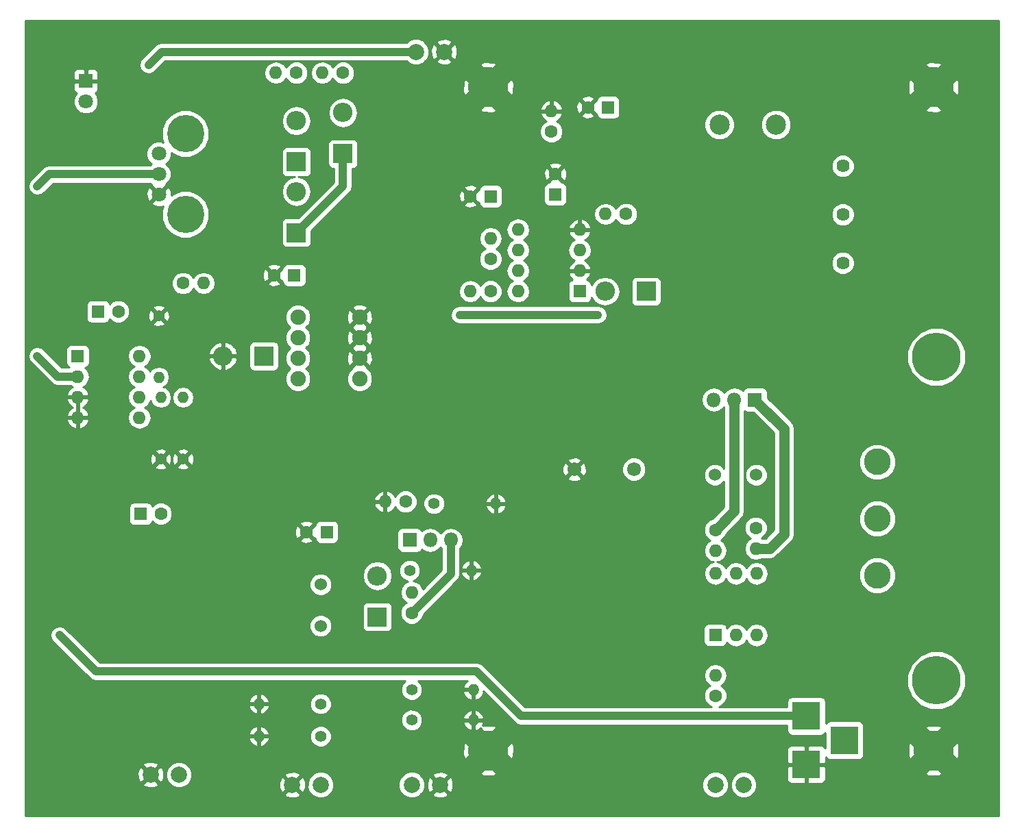
<source format=gbr>
G04 #@! TF.FileFunction,Copper,L2,Bot,Signal*
%FSLAX46Y46*%
G04 Gerber Fmt 4.6, Leading zero omitted, Abs format (unit mm)*
G04 Created by KiCad (PCBNEW 4.0.5) date Friday, May 26, 2017 'AMt' 10:19:46 AM*
%MOMM*%
%LPD*%
G01*
G04 APERTURE LIST*
%ADD10C,0.100000*%
%ADD11R,1.600000X1.600000*%
%ADD12C,1.600000*%
%ADD13C,1.905000*%
%ADD14R,1.800000X1.800000*%
%ADD15C,1.800000*%
%ADD16C,1.400000*%
%ADD17O,1.400000X1.400000*%
%ADD18O,1.600000X1.600000*%
%ADD19O,1.800000X1.800000*%
%ADD20C,4.600000*%
%ADD21R,3.500000X3.500000*%
%ADD22R,2.400000X2.400000*%
%ADD23O,2.400000X2.400000*%
%ADD24C,2.000000*%
%ADD25C,1.724000*%
%ADD26C,1.624000*%
%ADD27C,1.524000*%
%ADD28C,2.500000*%
%ADD29C,6.000000*%
%ADD30C,3.300000*%
%ADD31C,5.000000*%
%ADD32C,0.600000*%
%ADD33C,1.016000*%
%ADD34C,1.270000*%
%ADD35C,0.254000*%
G04 APERTURE END LIST*
D10*
D11*
X37296800Y35199200D03*
D12*
X34796800Y35199200D03*
D13*
X41356800Y54139200D03*
X41356800Y56679200D03*
X41356800Y59219200D03*
X41356800Y61759200D03*
X33736800Y61759200D03*
X33736800Y59219200D03*
X33736800Y56679200D03*
X33736800Y54139200D03*
D14*
X7546800Y90949200D03*
D15*
X7546800Y88409200D03*
D16*
X19546800Y44199200D03*
D17*
X19546800Y51819200D03*
D16*
X47796800Y15699200D03*
D17*
X55416800Y15699200D03*
D16*
X16796800Y44199200D03*
D17*
X16796800Y51819200D03*
D16*
X47796800Y11949200D03*
D17*
X55416800Y11949200D03*
D16*
X36546800Y13949200D03*
D17*
X28926800Y13949200D03*
D16*
X36546800Y9949200D03*
D17*
X28926800Y9949200D03*
D12*
X39296800Y91949200D03*
D18*
X36756800Y91949200D03*
D12*
X33546800Y91949200D03*
D18*
X31006800Y91949200D03*
D11*
X9046800Y62449200D03*
D12*
X11546800Y62449200D03*
D16*
X16546800Y61949200D03*
D17*
X16546800Y54329200D03*
D11*
X14296800Y37449200D03*
D12*
X16796800Y37449200D03*
D14*
X90196800Y51549200D03*
D19*
X87656800Y51549200D03*
X85116800Y51549200D03*
D15*
X16546800Y76949200D03*
X16546800Y79449200D03*
X16546800Y81949200D03*
D20*
X19846800Y74449200D03*
X19846800Y84449200D03*
D11*
X6546800Y56949200D03*
D18*
X14166800Y49329200D03*
X6546800Y54409200D03*
X14166800Y51869200D03*
X6546800Y51869200D03*
X14166800Y54409200D03*
X6546800Y49329200D03*
X14166800Y56949200D03*
D11*
X33296800Y66949200D03*
D12*
X30796800Y66949200D03*
D21*
X96546800Y12449200D03*
X96546800Y6449200D03*
X101246800Y9449200D03*
D11*
X57546800Y76699200D03*
D12*
X55046800Y76699200D03*
D11*
X65546800Y76949200D03*
D12*
X65546800Y79449200D03*
D11*
X72046800Y87699200D03*
D12*
X69546800Y87699200D03*
D22*
X76756400Y64945000D03*
D23*
X71676400Y64945000D03*
D12*
X57546800Y68949200D03*
D18*
X57546800Y71489200D03*
D12*
X57546800Y64949200D03*
D18*
X55006800Y64949200D03*
D12*
X65046800Y84699200D03*
D18*
X65046800Y87239200D03*
D12*
X74269600Y74498200D03*
D18*
X71729600Y74498200D03*
D12*
X19546800Y65949200D03*
D18*
X22086800Y65949200D03*
D12*
X85296800Y35449200D03*
D18*
X85296800Y32909200D03*
D12*
X90296800Y35699200D03*
D18*
X90296800Y33159200D03*
D11*
X85296800Y22449200D03*
D18*
X90376800Y30069200D03*
X87836800Y22449200D03*
X87836800Y30069200D03*
X90376800Y22449200D03*
X85296800Y30069200D03*
D11*
X68546800Y64949200D03*
D18*
X60926800Y72569200D03*
X68546800Y67489200D03*
X60926800Y70029200D03*
X68546800Y70029200D03*
X60926800Y67489200D03*
X68546800Y72569200D03*
X60926800Y64949200D03*
D22*
X33546800Y80949200D03*
D23*
X33546800Y86029200D03*
D22*
X39296800Y81949200D03*
D23*
X39296800Y87029200D03*
D22*
X33546800Y72199200D03*
D23*
X33546800Y77279200D03*
D22*
X29546800Y56949200D03*
D23*
X24466800Y56949200D03*
D12*
X85296800Y14949200D03*
D18*
X85296800Y17489200D03*
D24*
X48296800Y94549200D03*
X51796800Y94549200D03*
X19046800Y5199200D03*
X15546800Y5199200D03*
D25*
X75216800Y42949200D03*
X67886800Y42949200D03*
D24*
X88796800Y3949200D03*
X85296800Y3949200D03*
D26*
X101046800Y74449200D03*
X101046800Y80449200D03*
X101046800Y68449200D03*
D27*
X36546800Y23599200D03*
X36546800Y28699200D03*
X85246800Y42249200D03*
X90346800Y42249200D03*
D24*
X47796800Y3949200D03*
X51296800Y3949200D03*
X36546800Y3949200D03*
X33046800Y3949200D03*
D16*
X50546800Y38699200D03*
D17*
X58166800Y38699200D03*
D16*
X47546800Y30449200D03*
D17*
X55166800Y30449200D03*
D22*
X43546800Y24699200D03*
D23*
X43546800Y29779200D03*
D12*
X47046800Y38949200D03*
D18*
X44506800Y38949200D03*
D12*
X47796800Y25199200D03*
D18*
X47796800Y27739200D03*
D14*
X47546800Y34199200D03*
D19*
X50086800Y34199200D03*
X52626800Y34199200D03*
D28*
X92796800Y85549200D03*
X85796800Y85549200D03*
D29*
X112596800Y56849200D03*
X112596800Y16849200D03*
D30*
X105296800Y36849200D03*
X105296800Y43849200D03*
X105296800Y29849200D03*
D31*
X57256800Y8169200D03*
X112256800Y8169200D03*
X112256800Y90169200D03*
X57256800Y90169200D03*
D32*
X33546800Y20199200D03*
X22296800Y60949200D03*
X70787400Y62024000D03*
X53744000Y62024000D03*
X4296800Y22449200D03*
X15296800Y92949200D03*
X1546800Y56949200D03*
X1546800Y77949200D03*
D33*
X53744000Y62024000D02*
X70787400Y62024000D01*
X52626800Y34199200D02*
X52626800Y30029200D01*
X52626800Y30029200D02*
X47796800Y25199200D01*
X96546800Y12449200D02*
X61296800Y12449200D01*
X8796800Y17949200D02*
X4296800Y22449200D01*
X55796800Y17949200D02*
X8796800Y17949200D01*
X61296800Y12449200D02*
X55796800Y17949200D01*
D34*
X90296800Y33159200D02*
X92006800Y33159200D01*
X93796800Y47949200D02*
X90196800Y51549200D01*
X93796800Y34949200D02*
X93796800Y47949200D01*
X92006800Y33159200D02*
X93796800Y34949200D01*
D33*
X15296800Y92949200D02*
X16896800Y94549200D01*
X16896800Y94549200D02*
X48296800Y94549200D01*
X16546800Y79449200D02*
X3046800Y79449200D01*
X4086800Y54409200D02*
X6546800Y54409200D01*
X1546800Y56949200D02*
X4086800Y54409200D01*
X3046800Y79449200D02*
X1546800Y77949200D01*
D34*
X87656800Y51549200D02*
X87656800Y37809200D01*
X87656800Y37809200D02*
X85296800Y35449200D01*
D33*
X39296800Y81949200D02*
X39296800Y77949200D01*
X39296800Y77949200D02*
X33546800Y72199200D01*
D35*
G36*
X120312320Y86100D02*
X78880Y86100D01*
X78880Y2796668D01*
X32073873Y2796668D01*
X32172536Y2529813D01*
X32782261Y2303292D01*
X33432260Y2327344D01*
X33921064Y2529813D01*
X34019727Y2796668D01*
X33046800Y3769595D01*
X32073873Y2796668D01*
X78880Y2796668D01*
X78880Y4046668D01*
X14573873Y4046668D01*
X14672536Y3779813D01*
X15282261Y3553292D01*
X15932260Y3577344D01*
X16421064Y3779813D01*
X16519727Y4046668D01*
X15546800Y5019595D01*
X14573873Y4046668D01*
X78880Y4046668D01*
X78880Y5463739D01*
X13900892Y5463739D01*
X13924944Y4813740D01*
X14127413Y4324936D01*
X14394268Y4226273D01*
X15367195Y5199200D01*
X15726405Y5199200D01*
X16699332Y4226273D01*
X16966187Y4324936D01*
X17170693Y4875405D01*
X17411516Y4875405D01*
X17659906Y4274257D01*
X18119437Y3813922D01*
X18720152Y3564484D01*
X19370595Y3563916D01*
X19971743Y3812306D01*
X20373878Y4213739D01*
X31400892Y4213739D01*
X31424944Y3563740D01*
X31627413Y3074936D01*
X31894268Y2976273D01*
X32867195Y3949200D01*
X33226405Y3949200D01*
X34199332Y2976273D01*
X34466187Y3074936D01*
X34670693Y3625405D01*
X34911516Y3625405D01*
X35159906Y3024257D01*
X35619437Y2563922D01*
X36220152Y2314484D01*
X36870595Y2313916D01*
X37471743Y2562306D01*
X37932078Y3021837D01*
X38181516Y3622552D01*
X38181518Y3625405D01*
X46161516Y3625405D01*
X46409906Y3024257D01*
X46869437Y2563922D01*
X47470152Y2314484D01*
X48120595Y2313916D01*
X48721743Y2562306D01*
X48956515Y2796668D01*
X50323873Y2796668D01*
X50422536Y2529813D01*
X51032261Y2303292D01*
X51682260Y2327344D01*
X52171064Y2529813D01*
X52269727Y2796668D01*
X51296800Y3769595D01*
X50323873Y2796668D01*
X48956515Y2796668D01*
X49182078Y3021837D01*
X49431516Y3622552D01*
X49432032Y4213739D01*
X49650892Y4213739D01*
X49674944Y3563740D01*
X49877413Y3074936D01*
X50144268Y2976273D01*
X51117195Y3949200D01*
X51476405Y3949200D01*
X52449332Y2976273D01*
X52716187Y3074936D01*
X52920693Y3625405D01*
X83661516Y3625405D01*
X83909906Y3024257D01*
X84369437Y2563922D01*
X84970152Y2314484D01*
X85620595Y2313916D01*
X86221743Y2562306D01*
X86682078Y3021837D01*
X86931516Y3622552D01*
X86931518Y3625405D01*
X87161516Y3625405D01*
X87409906Y3024257D01*
X87869437Y2563922D01*
X88470152Y2314484D01*
X89120595Y2313916D01*
X89721743Y2562306D01*
X90182078Y3021837D01*
X90431516Y3622552D01*
X90432084Y4272995D01*
X90183694Y4874143D01*
X89724163Y5334478D01*
X89123448Y5583916D01*
X88473005Y5584484D01*
X87871857Y5336094D01*
X87411522Y4876563D01*
X87162084Y4275848D01*
X87161516Y3625405D01*
X86931518Y3625405D01*
X86932084Y4272995D01*
X86683694Y4874143D01*
X86224163Y5334478D01*
X85623448Y5583916D01*
X84973005Y5584484D01*
X84371857Y5336094D01*
X83911522Y4876563D01*
X83662084Y4275848D01*
X83661516Y3625405D01*
X52920693Y3625405D01*
X52942708Y3684661D01*
X52918656Y4334660D01*
X52716187Y4823464D01*
X52449332Y4922127D01*
X51476405Y3949200D01*
X51117195Y3949200D01*
X50144268Y4922127D01*
X49877413Y4823464D01*
X49650892Y4213739D01*
X49432032Y4213739D01*
X49432084Y4272995D01*
X49183694Y4874143D01*
X48956503Y5101732D01*
X50323873Y5101732D01*
X51296800Y4128805D01*
X52269727Y5101732D01*
X52186200Y5327649D01*
X56183016Y5327649D01*
X56538884Y5054447D01*
X57785497Y5016809D01*
X57974716Y5054447D01*
X58330584Y5327649D01*
X57494783Y6163450D01*
X94161800Y6163450D01*
X94161800Y4572891D01*
X94258473Y4339502D01*
X94437101Y4160873D01*
X94670490Y4064200D01*
X96261050Y4064200D01*
X96419800Y4222950D01*
X96419800Y6322200D01*
X96673800Y6322200D01*
X96673800Y4222950D01*
X96832550Y4064200D01*
X98423110Y4064200D01*
X98656499Y4160873D01*
X98835127Y4339502D01*
X98931800Y4572891D01*
X98931800Y5327649D01*
X111183016Y5327649D01*
X111538884Y5054447D01*
X112785497Y5016809D01*
X112974716Y5054447D01*
X113330584Y5327649D01*
X112256800Y6401433D01*
X111183016Y5327649D01*
X98931800Y5327649D01*
X98931800Y6163450D01*
X98773050Y6322200D01*
X96673800Y6322200D01*
X96419800Y6322200D01*
X94320550Y6322200D01*
X94161800Y6163450D01*
X57494783Y6163450D01*
X57256800Y6401433D01*
X56183016Y5327649D01*
X52186200Y5327649D01*
X52171064Y5368587D01*
X51561339Y5595108D01*
X50911340Y5571056D01*
X50422536Y5368587D01*
X50323873Y5101732D01*
X48956503Y5101732D01*
X48724163Y5334478D01*
X48123448Y5583916D01*
X47473005Y5584484D01*
X46871857Y5336094D01*
X46411522Y4876563D01*
X46162084Y4275848D01*
X46161516Y3625405D01*
X38181518Y3625405D01*
X38182084Y4272995D01*
X37933694Y4874143D01*
X37474163Y5334478D01*
X36873448Y5583916D01*
X36223005Y5584484D01*
X35621857Y5336094D01*
X35161522Y4876563D01*
X34912084Y4275848D01*
X34911516Y3625405D01*
X34670693Y3625405D01*
X34692708Y3684661D01*
X34668656Y4334660D01*
X34466187Y4823464D01*
X34199332Y4922127D01*
X33226405Y3949200D01*
X32867195Y3949200D01*
X31894268Y4922127D01*
X31627413Y4823464D01*
X31400892Y4213739D01*
X20373878Y4213739D01*
X20432078Y4271837D01*
X20681516Y4872552D01*
X20681716Y5101732D01*
X32073873Y5101732D01*
X33046800Y4128805D01*
X34019727Y5101732D01*
X33921064Y5368587D01*
X33311339Y5595108D01*
X32661340Y5571056D01*
X32172536Y5368587D01*
X32073873Y5101732D01*
X20681716Y5101732D01*
X20682084Y5522995D01*
X20433694Y6124143D01*
X19974163Y6584478D01*
X19373448Y6833916D01*
X18723005Y6834484D01*
X18121857Y6586094D01*
X17661522Y6126563D01*
X17412084Y5525848D01*
X17411516Y4875405D01*
X17170693Y4875405D01*
X17192708Y4934661D01*
X17168656Y5584660D01*
X16966187Y6073464D01*
X16699332Y6172127D01*
X15726405Y5199200D01*
X15367195Y5199200D01*
X14394268Y6172127D01*
X14127413Y6073464D01*
X13900892Y5463739D01*
X78880Y5463739D01*
X78880Y6351732D01*
X14573873Y6351732D01*
X15546800Y5378805D01*
X16519727Y6351732D01*
X16421064Y6618587D01*
X15811339Y6845108D01*
X15161340Y6821056D01*
X14672536Y6618587D01*
X14573873Y6351732D01*
X78880Y6351732D01*
X78880Y7640503D01*
X54104409Y7640503D01*
X54142047Y7451284D01*
X54415249Y7095416D01*
X55489033Y8169200D01*
X59024567Y8169200D01*
X60098351Y7095416D01*
X60371553Y7451284D01*
X60397947Y8325509D01*
X94161800Y8325509D01*
X94161800Y6734950D01*
X94320550Y6576200D01*
X96419800Y6576200D01*
X96419800Y8675450D01*
X96261050Y8834200D01*
X94670490Y8834200D01*
X94437101Y8737527D01*
X94258473Y8558898D01*
X94161800Y8325509D01*
X60397947Y8325509D01*
X60409191Y8697897D01*
X60371553Y8887116D01*
X60098351Y9242984D01*
X59024567Y8169200D01*
X55489033Y8169200D01*
X54415249Y9242984D01*
X54142047Y8887116D01*
X54104409Y7640503D01*
X78880Y7640503D01*
X78880Y9615871D01*
X27634084Y9615871D01*
X27777003Y9270804D01*
X28124137Y8882436D01*
X28593469Y8656473D01*
X28799800Y8778994D01*
X28799800Y9822200D01*
X29053800Y9822200D01*
X29053800Y8778994D01*
X29260131Y8656473D01*
X29729463Y8882436D01*
X30076597Y9270804D01*
X30219516Y9615871D01*
X30178301Y9684817D01*
X35211569Y9684817D01*
X35414382Y9193971D01*
X35789596Y8818102D01*
X36280087Y8614432D01*
X36811183Y8613969D01*
X37302029Y8816782D01*
X37677898Y9191996D01*
X37881568Y9682487D01*
X37882031Y10213583D01*
X37679218Y10704429D01*
X37304004Y11080298D01*
X36813513Y11283968D01*
X36282417Y11284431D01*
X35791571Y11081618D01*
X35415702Y10706404D01*
X35212032Y10215913D01*
X35211569Y9684817D01*
X30178301Y9684817D01*
X30096174Y9822200D01*
X29053800Y9822200D01*
X28799800Y9822200D01*
X27757426Y9822200D01*
X27634084Y9615871D01*
X78880Y9615871D01*
X78880Y10282529D01*
X27634084Y10282529D01*
X27757426Y10076200D01*
X28799800Y10076200D01*
X28799800Y11119406D01*
X29053800Y11119406D01*
X29053800Y10076200D01*
X30096174Y10076200D01*
X30219516Y10282529D01*
X30076597Y10627596D01*
X29729463Y11015964D01*
X29260131Y11241927D01*
X29053800Y11119406D01*
X28799800Y11119406D01*
X28593469Y11241927D01*
X28124137Y11015964D01*
X27777003Y10627596D01*
X27634084Y10282529D01*
X78880Y10282529D01*
X78880Y11684817D01*
X46461569Y11684817D01*
X46664382Y11193971D01*
X47039596Y10818102D01*
X47530087Y10614432D01*
X48061183Y10613969D01*
X48552029Y10816782D01*
X48927898Y11191996D01*
X49103906Y11615871D01*
X54124084Y11615871D01*
X54267003Y11270804D01*
X54614137Y10882436D01*
X55083469Y10656473D01*
X55289800Y10778994D01*
X55289800Y11822200D01*
X55543800Y11822200D01*
X55543800Y10778994D01*
X55750131Y10656473D01*
X56219463Y10882436D01*
X56262822Y10930945D01*
X57256800Y9936967D01*
X58330584Y11010751D01*
X57974716Y11283953D01*
X56728103Y11321591D01*
X56575020Y11291141D01*
X56709516Y11615871D01*
X56586174Y11822200D01*
X55543800Y11822200D01*
X55289800Y11822200D01*
X54247426Y11822200D01*
X54124084Y11615871D01*
X49103906Y11615871D01*
X49131568Y11682487D01*
X49132031Y12213583D01*
X49103544Y12282529D01*
X54124084Y12282529D01*
X54247426Y12076200D01*
X55289800Y12076200D01*
X55289800Y13119406D01*
X55543800Y13119406D01*
X55543800Y12076200D01*
X56586174Y12076200D01*
X56709516Y12282529D01*
X56566597Y12627596D01*
X56219463Y13015964D01*
X55750131Y13241927D01*
X55543800Y13119406D01*
X55289800Y13119406D01*
X55083469Y13241927D01*
X54614137Y13015964D01*
X54267003Y12627596D01*
X54124084Y12282529D01*
X49103544Y12282529D01*
X48929218Y12704429D01*
X48554004Y13080298D01*
X48063513Y13283968D01*
X47532417Y13284431D01*
X47041571Y13081618D01*
X46665702Y12706404D01*
X46462032Y12215913D01*
X46461569Y11684817D01*
X78880Y11684817D01*
X78880Y13615871D01*
X27634084Y13615871D01*
X27777003Y13270804D01*
X28124137Y12882436D01*
X28593469Y12656473D01*
X28799800Y12778994D01*
X28799800Y13822200D01*
X29053800Y13822200D01*
X29053800Y12778994D01*
X29260131Y12656473D01*
X29729463Y12882436D01*
X30076597Y13270804D01*
X30219516Y13615871D01*
X30178301Y13684817D01*
X35211569Y13684817D01*
X35414382Y13193971D01*
X35789596Y12818102D01*
X36280087Y12614432D01*
X36811183Y12613969D01*
X37302029Y12816782D01*
X37677898Y13191996D01*
X37881568Y13682487D01*
X37882031Y14213583D01*
X37679218Y14704429D01*
X37304004Y15080298D01*
X36813513Y15283968D01*
X36282417Y15284431D01*
X35791571Y15081618D01*
X35415702Y14706404D01*
X35212032Y14215913D01*
X35211569Y13684817D01*
X30178301Y13684817D01*
X30096174Y13822200D01*
X29053800Y13822200D01*
X28799800Y13822200D01*
X27757426Y13822200D01*
X27634084Y13615871D01*
X78880Y13615871D01*
X78880Y14282529D01*
X27634084Y14282529D01*
X27757426Y14076200D01*
X28799800Y14076200D01*
X28799800Y15119406D01*
X29053800Y15119406D01*
X29053800Y14076200D01*
X30096174Y14076200D01*
X30219516Y14282529D01*
X30076597Y14627596D01*
X29729463Y15015964D01*
X29260131Y15241927D01*
X29053800Y15119406D01*
X28799800Y15119406D01*
X28593469Y15241927D01*
X28124137Y15015964D01*
X27777003Y14627596D01*
X27634084Y14282529D01*
X78880Y14282529D01*
X78880Y22449200D01*
X3153800Y22449200D01*
X3240806Y22011793D01*
X3488577Y21640977D01*
X7988577Y17140977D01*
X8359393Y16893206D01*
X8796800Y16806200D01*
X47016109Y16806200D01*
X46665702Y16456404D01*
X46462032Y15965913D01*
X46461569Y15434817D01*
X46664382Y14943971D01*
X47039596Y14568102D01*
X47530087Y14364432D01*
X48061183Y14363969D01*
X48552029Y14566782D01*
X48927898Y14941996D01*
X49103906Y15365871D01*
X54124084Y15365871D01*
X54267003Y15020804D01*
X54614137Y14632436D01*
X55083469Y14406473D01*
X55289800Y14528994D01*
X55289800Y15572200D01*
X54247426Y15572200D01*
X54124084Y15365871D01*
X49103906Y15365871D01*
X49131568Y15432487D01*
X49132031Y15963583D01*
X48929218Y16454429D01*
X48578060Y16806200D01*
X54697708Y16806200D01*
X54614137Y16765964D01*
X54267003Y16377596D01*
X54124084Y16032529D01*
X54247426Y15826200D01*
X55289800Y15826200D01*
X55289800Y15846200D01*
X55543800Y15846200D01*
X55543800Y15826200D01*
X55563800Y15826200D01*
X55563800Y15572200D01*
X55543800Y15572200D01*
X55543800Y14528994D01*
X55750131Y14406473D01*
X56219463Y14632436D01*
X56566597Y15020804D01*
X56709516Y15365871D01*
X56629009Y15500545D01*
X60488577Y11640977D01*
X60859393Y11393206D01*
X61296800Y11306200D01*
X94149360Y11306200D01*
X94149360Y10699200D01*
X94193638Y10463883D01*
X94332710Y10247759D01*
X94544910Y10102769D01*
X94796800Y10051760D01*
X98296800Y10051760D01*
X98532117Y10096038D01*
X98748241Y10235110D01*
X98849360Y10383103D01*
X98849360Y8524537D01*
X98835127Y8558898D01*
X98656499Y8737527D01*
X98423110Y8834200D01*
X96832550Y8834200D01*
X96673800Y8675450D01*
X96673800Y6576200D01*
X98773050Y6576200D01*
X98931800Y6734950D01*
X98931800Y7404578D01*
X99032710Y7247759D01*
X99244910Y7102769D01*
X99496800Y7051760D01*
X102996800Y7051760D01*
X103232117Y7096038D01*
X103448241Y7235110D01*
X103593231Y7447310D01*
X103632353Y7640503D01*
X109104409Y7640503D01*
X109142047Y7451284D01*
X109415249Y7095416D01*
X110489033Y8169200D01*
X114024567Y8169200D01*
X115098351Y7095416D01*
X115371553Y7451284D01*
X115409191Y8697897D01*
X115371553Y8887116D01*
X115098351Y9242984D01*
X114024567Y8169200D01*
X110489033Y8169200D01*
X109415249Y9242984D01*
X109142047Y8887116D01*
X109104409Y7640503D01*
X103632353Y7640503D01*
X103644240Y7699200D01*
X103644240Y11010751D01*
X111183016Y11010751D01*
X112256800Y9936967D01*
X113330584Y11010751D01*
X112974716Y11283953D01*
X111728103Y11321591D01*
X111538884Y11283953D01*
X111183016Y11010751D01*
X103644240Y11010751D01*
X103644240Y11199200D01*
X103599962Y11434517D01*
X103460890Y11650641D01*
X103248690Y11795631D01*
X102996800Y11846640D01*
X99496800Y11846640D01*
X99261483Y11802362D01*
X99045359Y11663290D01*
X98944240Y11515297D01*
X98944240Y14199200D01*
X98899962Y14434517D01*
X98760890Y14650641D01*
X98548690Y14795631D01*
X98296800Y14846640D01*
X94796800Y14846640D01*
X94561483Y14802362D01*
X94345359Y14663290D01*
X94200369Y14451090D01*
X94149360Y14199200D01*
X94149360Y13592200D01*
X85770362Y13592200D01*
X86108600Y13731957D01*
X86512624Y14135277D01*
X86731550Y14662509D01*
X86732048Y15233387D01*
X86514043Y15761000D01*
X86146359Y16129326D01*
X108961170Y16129326D01*
X109513400Y14792828D01*
X110535049Y13769394D01*
X111870582Y13214832D01*
X113316674Y13213570D01*
X114653172Y13765800D01*
X115676606Y14787449D01*
X116231168Y16122982D01*
X116232430Y17569074D01*
X115680200Y18905572D01*
X114658551Y19929006D01*
X113323018Y20483568D01*
X111876926Y20484830D01*
X110540428Y19932600D01*
X109516994Y18910951D01*
X108962432Y17575418D01*
X108961170Y16129326D01*
X86146359Y16129326D01*
X86110723Y16165024D01*
X85974846Y16221445D01*
X86311498Y16446389D01*
X86622567Y16911936D01*
X86731800Y17461087D01*
X86731800Y17517313D01*
X86622567Y18066464D01*
X86311498Y18532011D01*
X85845951Y18843080D01*
X85296800Y18952313D01*
X84747649Y18843080D01*
X84282102Y18532011D01*
X83971033Y18066464D01*
X83861800Y17517313D01*
X83861800Y17461087D01*
X83971033Y16911936D01*
X84282102Y16446389D01*
X84618510Y16221608D01*
X84485000Y16166443D01*
X84080976Y15763123D01*
X83862050Y15235891D01*
X83861552Y14665013D01*
X84079557Y14137400D01*
X84482877Y13733376D01*
X84822866Y13592200D01*
X61770246Y13592200D01*
X56605023Y18757423D01*
X56234207Y19005194D01*
X55796800Y19092200D01*
X9270246Y19092200D01*
X5105023Y23257423D01*
X5007570Y23322539D01*
X35149558Y23322539D01*
X35361790Y22808897D01*
X35754430Y22415571D01*
X36267700Y22202443D01*
X36823461Y22201958D01*
X37337103Y22414190D01*
X37730429Y22806830D01*
X37943557Y23320100D01*
X37944042Y23875861D01*
X37731810Y24389503D01*
X37339170Y24782829D01*
X36825900Y24995957D01*
X36270139Y24996442D01*
X35756497Y24784210D01*
X35363171Y24391570D01*
X35150043Y23878300D01*
X35149558Y23322539D01*
X5007570Y23322539D01*
X4734207Y23505194D01*
X4296800Y23592200D01*
X3859393Y23505194D01*
X3488577Y23257423D01*
X3240806Y22886607D01*
X3153800Y22449200D01*
X78880Y22449200D01*
X78880Y25899200D01*
X41699360Y25899200D01*
X41699360Y23499200D01*
X41743638Y23263883D01*
X41882710Y23047759D01*
X42094910Y22902769D01*
X42346800Y22851760D01*
X44746800Y22851760D01*
X44982117Y22896038D01*
X45198241Y23035110D01*
X45343231Y23247310D01*
X45343613Y23249200D01*
X83849360Y23249200D01*
X83849360Y21649200D01*
X83893638Y21413883D01*
X84032710Y21197759D01*
X84244910Y21052769D01*
X84496800Y21001760D01*
X86096800Y21001760D01*
X86332117Y21046038D01*
X86548241Y21185110D01*
X86693231Y21397310D01*
X86724615Y21552289D01*
X86822102Y21406389D01*
X87287649Y21095320D01*
X87836800Y20986087D01*
X88385951Y21095320D01*
X88851498Y21406389D01*
X89106800Y21788475D01*
X89362102Y21406389D01*
X89827649Y21095320D01*
X90376800Y20986087D01*
X90925951Y21095320D01*
X91391498Y21406389D01*
X91702567Y21871936D01*
X91811800Y22421087D01*
X91811800Y22477313D01*
X91702567Y23026464D01*
X91391498Y23492011D01*
X90925951Y23803080D01*
X90376800Y23912313D01*
X89827649Y23803080D01*
X89362102Y23492011D01*
X89106800Y23109925D01*
X88851498Y23492011D01*
X88385951Y23803080D01*
X87836800Y23912313D01*
X87287649Y23803080D01*
X86822102Y23492011D01*
X86725699Y23347735D01*
X86699962Y23484517D01*
X86560890Y23700641D01*
X86348690Y23845631D01*
X86096800Y23896640D01*
X84496800Y23896640D01*
X84261483Y23852362D01*
X84045359Y23713290D01*
X83900369Y23501090D01*
X83849360Y23249200D01*
X45343613Y23249200D01*
X45394240Y23499200D01*
X45394240Y25899200D01*
X45349962Y26134517D01*
X45210890Y26350641D01*
X44998690Y26495631D01*
X44746800Y26546640D01*
X42346800Y26546640D01*
X42111483Y26502362D01*
X41895359Y26363290D01*
X41750369Y26151090D01*
X41699360Y25899200D01*
X78880Y25899200D01*
X78880Y28422539D01*
X35149558Y28422539D01*
X35361790Y27908897D01*
X35754430Y27515571D01*
X36267700Y27302443D01*
X36823461Y27301958D01*
X37337103Y27514190D01*
X37730429Y27906830D01*
X37943557Y28420100D01*
X37944042Y28975861D01*
X37731810Y29489503D01*
X37406731Y29815150D01*
X41711800Y29815150D01*
X41711800Y29743250D01*
X41851481Y29041026D01*
X42249259Y28445709D01*
X42844576Y28047931D01*
X43546800Y27908250D01*
X44249024Y28047931D01*
X44844341Y28445709D01*
X45242119Y29041026D01*
X45381800Y29743250D01*
X45381800Y29815150D01*
X45242119Y30517374D01*
X44844341Y31112691D01*
X44249024Y31510469D01*
X43546800Y31650150D01*
X42844576Y31510469D01*
X42249259Y31112691D01*
X41851481Y30517374D01*
X41711800Y29815150D01*
X37406731Y29815150D01*
X37339170Y29882829D01*
X36825900Y30095957D01*
X36270139Y30096442D01*
X35756497Y29884210D01*
X35363171Y29491570D01*
X35150043Y28978300D01*
X35149558Y28422539D01*
X78880Y28422539D01*
X78880Y34191455D01*
X33968661Y34191455D01*
X34042795Y33945336D01*
X34580023Y33752235D01*
X35150254Y33779422D01*
X35550805Y33945336D01*
X35624939Y34191455D01*
X34796800Y35019595D01*
X33968661Y34191455D01*
X78880Y34191455D01*
X78880Y35415977D01*
X33349835Y35415977D01*
X33377022Y34845746D01*
X33542936Y34445195D01*
X33789055Y34371061D01*
X34617195Y35199200D01*
X34976405Y35199200D01*
X35804545Y34371061D01*
X35851967Y34385345D01*
X35893638Y34163883D01*
X36032710Y33947759D01*
X36244910Y33802769D01*
X36496800Y33751760D01*
X38096800Y33751760D01*
X38332117Y33796038D01*
X38548241Y33935110D01*
X38693231Y34147310D01*
X38744240Y34399200D01*
X38744240Y35099200D01*
X45999360Y35099200D01*
X45999360Y33299200D01*
X46043638Y33063883D01*
X46182710Y32847759D01*
X46394910Y32702769D01*
X46646800Y32651760D01*
X48446800Y32651760D01*
X48682117Y32696038D01*
X48898241Y32835110D01*
X49043231Y33047310D01*
X49046519Y33063544D01*
X49469309Y32781045D01*
X50056728Y32664200D01*
X50116872Y32664200D01*
X50704291Y32781045D01*
X51202281Y33113791D01*
X51356800Y33345045D01*
X51483800Y33154976D01*
X51483800Y30502646D01*
X49151610Y28170456D01*
X49122567Y28316464D01*
X48811498Y28782011D01*
X48345951Y29093080D01*
X47950838Y29171673D01*
X48302029Y29316782D01*
X48677898Y29691996D01*
X48881568Y30182487D01*
X48882031Y30713583D01*
X48679218Y31204429D01*
X48304004Y31580298D01*
X47813513Y31783968D01*
X47282417Y31784431D01*
X46791571Y31581618D01*
X46415702Y31206404D01*
X46212032Y30715913D01*
X46211569Y30184817D01*
X46414382Y29693971D01*
X46789596Y29318102D01*
X47280087Y29114432D01*
X47354666Y29114367D01*
X47247649Y29093080D01*
X46782102Y28782011D01*
X46471033Y28316464D01*
X46361800Y27767313D01*
X46361800Y27711087D01*
X46471033Y27161936D01*
X46782102Y26696389D01*
X47118510Y26471608D01*
X46985000Y26416443D01*
X46580976Y26013123D01*
X46362050Y25485891D01*
X46361552Y24915013D01*
X46579557Y24387400D01*
X46982877Y23983376D01*
X47510109Y23764450D01*
X48080987Y23763952D01*
X48608600Y23981957D01*
X49012624Y24385277D01*
X49231550Y24912509D01*
X49231642Y25017596D01*
X53435023Y29220977D01*
X53682794Y29591793D01*
X53769800Y30029200D01*
X53769800Y30115871D01*
X53874084Y30115871D01*
X54017003Y29770804D01*
X54364137Y29382436D01*
X54833469Y29156473D01*
X55039800Y29278994D01*
X55039800Y30322200D01*
X55293800Y30322200D01*
X55293800Y29278994D01*
X55500131Y29156473D01*
X55969463Y29382436D01*
X56316597Y29770804D01*
X56459516Y30115871D01*
X56336174Y30322200D01*
X55293800Y30322200D01*
X55039800Y30322200D01*
X53997426Y30322200D01*
X53874084Y30115871D01*
X53769800Y30115871D01*
X53769800Y30782529D01*
X53874084Y30782529D01*
X53997426Y30576200D01*
X55039800Y30576200D01*
X55039800Y31619406D01*
X55293800Y31619406D01*
X55293800Y30576200D01*
X56336174Y30576200D01*
X56459516Y30782529D01*
X56316597Y31127596D01*
X55969463Y31515964D01*
X55500131Y31741927D01*
X55293800Y31619406D01*
X55039800Y31619406D01*
X54833469Y31741927D01*
X54364137Y31515964D01*
X54017003Y31127596D01*
X53874084Y30782529D01*
X53769800Y30782529D01*
X53769800Y33154976D01*
X54075027Y33611781D01*
X54191872Y34199200D01*
X54075027Y34786619D01*
X53742281Y35284609D01*
X53244291Y35617355D01*
X52656872Y35734200D01*
X52596728Y35734200D01*
X52009309Y35617355D01*
X51511319Y35284609D01*
X51356800Y35053355D01*
X51202281Y35284609D01*
X50704291Y35617355D01*
X50116872Y35734200D01*
X50056728Y35734200D01*
X49469309Y35617355D01*
X49048774Y35336363D01*
X48910890Y35550641D01*
X48698690Y35695631D01*
X48446800Y35746640D01*
X46646800Y35746640D01*
X46411483Y35702362D01*
X46195359Y35563290D01*
X46050369Y35351090D01*
X45999360Y35099200D01*
X38744240Y35099200D01*
X38744240Y35999200D01*
X38699962Y36234517D01*
X38560890Y36450641D01*
X38348690Y36595631D01*
X38096800Y36646640D01*
X36496800Y36646640D01*
X36261483Y36602362D01*
X36045359Y36463290D01*
X35900369Y36251090D01*
X35852154Y36012999D01*
X35804545Y36027339D01*
X34976405Y35199200D01*
X34617195Y35199200D01*
X33789055Y36027339D01*
X33542936Y35953205D01*
X33349835Y35415977D01*
X78880Y35415977D01*
X78880Y38249200D01*
X12849360Y38249200D01*
X12849360Y36649200D01*
X12893638Y36413883D01*
X13032710Y36197759D01*
X13244910Y36052769D01*
X13496800Y36001760D01*
X15096800Y36001760D01*
X15332117Y36046038D01*
X15548241Y36185110D01*
X15693231Y36397310D01*
X15714480Y36502241D01*
X15982877Y36233376D01*
X16510109Y36014450D01*
X17080987Y36013952D01*
X17548066Y36206945D01*
X33968661Y36206945D01*
X34796800Y35378805D01*
X35624939Y36206945D01*
X35550805Y36453064D01*
X35013577Y36646165D01*
X34443346Y36618978D01*
X34042795Y36453064D01*
X33968661Y36206945D01*
X17548066Y36206945D01*
X17608600Y36231957D01*
X18012624Y36635277D01*
X18231550Y37162509D01*
X18232048Y37733387D01*
X18014043Y38261000D01*
X17675473Y38600161D01*
X43114896Y38600161D01*
X43275759Y38211777D01*
X43651666Y37796811D01*
X44157759Y37557286D01*
X44379800Y37678571D01*
X44379800Y38822200D01*
X43236885Y38822200D01*
X43114896Y38600161D01*
X17675473Y38600161D01*
X17610723Y38665024D01*
X17083491Y38883950D01*
X16512613Y38884448D01*
X15985000Y38666443D01*
X15716217Y38398128D01*
X15699962Y38484517D01*
X15560890Y38700641D01*
X15348690Y38845631D01*
X15096800Y38896640D01*
X13496800Y38896640D01*
X13261483Y38852362D01*
X13045359Y38713290D01*
X12900369Y38501090D01*
X12849360Y38249200D01*
X78880Y38249200D01*
X78880Y39298239D01*
X43114896Y39298239D01*
X43236885Y39076200D01*
X44379800Y39076200D01*
X44379800Y40219829D01*
X44633800Y40219829D01*
X44633800Y39076200D01*
X44653800Y39076200D01*
X44653800Y38822200D01*
X44633800Y38822200D01*
X44633800Y37678571D01*
X44855841Y37557286D01*
X45361934Y37796811D01*
X45737841Y38211777D01*
X45768370Y38285485D01*
X45829557Y38137400D01*
X46232877Y37733376D01*
X46760109Y37514450D01*
X47330987Y37513952D01*
X47858600Y37731957D01*
X48262624Y38135277D01*
X48387003Y38434817D01*
X49211569Y38434817D01*
X49414382Y37943971D01*
X49789596Y37568102D01*
X50280087Y37364432D01*
X50811183Y37363969D01*
X51302029Y37566782D01*
X51677898Y37941996D01*
X51853906Y38365871D01*
X56874084Y38365871D01*
X57017003Y38020804D01*
X57364137Y37632436D01*
X57833469Y37406473D01*
X58039800Y37528994D01*
X58039800Y38572200D01*
X58293800Y38572200D01*
X58293800Y37528994D01*
X58500131Y37406473D01*
X58969463Y37632436D01*
X59316597Y38020804D01*
X59459516Y38365871D01*
X59336174Y38572200D01*
X58293800Y38572200D01*
X58039800Y38572200D01*
X56997426Y38572200D01*
X56874084Y38365871D01*
X51853906Y38365871D01*
X51881568Y38432487D01*
X51882031Y38963583D01*
X51853544Y39032529D01*
X56874084Y39032529D01*
X56997426Y38826200D01*
X58039800Y38826200D01*
X58039800Y39869406D01*
X58293800Y39869406D01*
X58293800Y38826200D01*
X59336174Y38826200D01*
X59459516Y39032529D01*
X59316597Y39377596D01*
X58969463Y39765964D01*
X58500131Y39991927D01*
X58293800Y39869406D01*
X58039800Y39869406D01*
X57833469Y39991927D01*
X57364137Y39765964D01*
X57017003Y39377596D01*
X56874084Y39032529D01*
X51853544Y39032529D01*
X51679218Y39454429D01*
X51304004Y39830298D01*
X50813513Y40033968D01*
X50282417Y40034431D01*
X49791571Y39831618D01*
X49415702Y39456404D01*
X49212032Y38965913D01*
X49211569Y38434817D01*
X48387003Y38434817D01*
X48481550Y38662509D01*
X48482048Y39233387D01*
X48264043Y39761000D01*
X47860723Y40165024D01*
X47333491Y40383950D01*
X46762613Y40384448D01*
X46235000Y40166443D01*
X45830976Y39763123D01*
X45768487Y39612632D01*
X45737841Y39686623D01*
X45361934Y40101589D01*
X44855841Y40341114D01*
X44633800Y40219829D01*
X44379800Y40219829D01*
X44157759Y40341114D01*
X43651666Y40101589D01*
X43275759Y39686623D01*
X43114896Y39298239D01*
X78880Y39298239D01*
X78880Y41896553D01*
X67013758Y41896553D01*
X67095504Y41644008D01*
X67655213Y41440544D01*
X68250179Y41466758D01*
X68678096Y41644008D01*
X68759842Y41896553D01*
X67886800Y42769595D01*
X67013758Y41896553D01*
X78880Y41896553D01*
X78880Y43263925D01*
X16041131Y43263925D01*
X16102969Y43028158D01*
X16603922Y42851781D01*
X17134240Y42880536D01*
X17490631Y43028158D01*
X17552469Y43263925D01*
X18791131Y43263925D01*
X18852969Y43028158D01*
X19353922Y42851781D01*
X19884240Y42880536D01*
X20240631Y43028158D01*
X20280663Y43180787D01*
X66378144Y43180787D01*
X66404358Y42585821D01*
X66581608Y42157904D01*
X66834153Y42076158D01*
X67707195Y42949200D01*
X68066405Y42949200D01*
X68939447Y42076158D01*
X69191992Y42157904D01*
X69371871Y42652735D01*
X73719541Y42652735D01*
X73946965Y42102325D01*
X74367710Y41680845D01*
X74917722Y41452460D01*
X75513265Y41451941D01*
X76063675Y41679365D01*
X76485155Y42100110D01*
X76713540Y42650122D01*
X76714059Y43245665D01*
X76486635Y43796075D01*
X76065890Y44217555D01*
X75515878Y44445940D01*
X74920335Y44446459D01*
X74369925Y44219035D01*
X73948445Y43798290D01*
X73720060Y43248278D01*
X73719541Y42652735D01*
X69371871Y42652735D01*
X69395456Y42717613D01*
X69369242Y43312579D01*
X69191992Y43740496D01*
X68939447Y43822242D01*
X68066405Y42949200D01*
X67707195Y42949200D01*
X66834153Y43822242D01*
X66581608Y43740496D01*
X66378144Y43180787D01*
X20280663Y43180787D01*
X20302469Y43263925D01*
X19546800Y44019595D01*
X18791131Y43263925D01*
X17552469Y43263925D01*
X16796800Y44019595D01*
X16041131Y43263925D01*
X78880Y43263925D01*
X78880Y44392078D01*
X15449381Y44392078D01*
X15478136Y43861760D01*
X15625758Y43505369D01*
X15861525Y43443531D01*
X16617195Y44199200D01*
X16976405Y44199200D01*
X17732075Y43443531D01*
X17967842Y43505369D01*
X18144219Y44006322D01*
X18123303Y44392078D01*
X18199381Y44392078D01*
X18228136Y43861760D01*
X18375758Y43505369D01*
X18611525Y43443531D01*
X19367195Y44199200D01*
X19726405Y44199200D01*
X20482075Y43443531D01*
X20717842Y43505369D01*
X20892643Y44001847D01*
X67013758Y44001847D01*
X67886800Y43128805D01*
X68759842Y44001847D01*
X68678096Y44254392D01*
X68118387Y44457856D01*
X67523421Y44431642D01*
X67095504Y44254392D01*
X67013758Y44001847D01*
X20892643Y44001847D01*
X20894219Y44006322D01*
X20865464Y44536640D01*
X20717842Y44893031D01*
X20482075Y44954869D01*
X19726405Y44199200D01*
X19367195Y44199200D01*
X18611525Y44954869D01*
X18375758Y44893031D01*
X18199381Y44392078D01*
X18123303Y44392078D01*
X18115464Y44536640D01*
X17967842Y44893031D01*
X17732075Y44954869D01*
X16976405Y44199200D01*
X16617195Y44199200D01*
X15861525Y44954869D01*
X15625758Y44893031D01*
X15449381Y44392078D01*
X78880Y44392078D01*
X78880Y45134475D01*
X16041131Y45134475D01*
X16796800Y44378805D01*
X17552469Y45134475D01*
X18791131Y45134475D01*
X19546800Y44378805D01*
X20302469Y45134475D01*
X20240631Y45370242D01*
X19739678Y45546619D01*
X19209360Y45517864D01*
X18852969Y45370242D01*
X18791131Y45134475D01*
X17552469Y45134475D01*
X17490631Y45370242D01*
X16989678Y45546619D01*
X16459360Y45517864D01*
X16102969Y45370242D01*
X16041131Y45134475D01*
X78880Y45134475D01*
X78880Y48980161D01*
X5154896Y48980161D01*
X5315759Y48591777D01*
X5691666Y48176811D01*
X6197759Y47937286D01*
X6419800Y48058571D01*
X6419800Y49202200D01*
X6673800Y49202200D01*
X6673800Y48058571D01*
X6895841Y47937286D01*
X7401934Y48176811D01*
X7777841Y48591777D01*
X7938704Y48980161D01*
X7816715Y49202200D01*
X6673800Y49202200D01*
X6419800Y49202200D01*
X5276885Y49202200D01*
X5154896Y48980161D01*
X78880Y48980161D01*
X78880Y51520161D01*
X5154896Y51520161D01*
X5315759Y51131777D01*
X5691666Y50716811D01*
X5940167Y50599200D01*
X5691666Y50481589D01*
X5315759Y50066623D01*
X5154896Y49678239D01*
X5276885Y49456200D01*
X6419800Y49456200D01*
X6419800Y51742200D01*
X6673800Y51742200D01*
X6673800Y49456200D01*
X7816715Y49456200D01*
X7938704Y49678239D01*
X7777841Y50066623D01*
X7401934Y50481589D01*
X7153433Y50599200D01*
X7401934Y50716811D01*
X7777841Y51131777D01*
X7938704Y51520161D01*
X7816715Y51742200D01*
X6673800Y51742200D01*
X6419800Y51742200D01*
X5276885Y51742200D01*
X5154896Y51520161D01*
X78880Y51520161D01*
X78880Y56949200D01*
X403800Y56949200D01*
X490806Y56511793D01*
X738577Y56140977D01*
X3278577Y53600977D01*
X3649393Y53353206D01*
X4086800Y53266200D01*
X5696006Y53266200D01*
X5908503Y53124214D01*
X5691666Y53021589D01*
X5315759Y52606623D01*
X5154896Y52218239D01*
X5276885Y51996200D01*
X6419800Y51996200D01*
X6419800Y52016200D01*
X6673800Y52016200D01*
X6673800Y51996200D01*
X7816715Y51996200D01*
X7938704Y52218239D01*
X7777841Y52606623D01*
X7401934Y53021589D01*
X7185097Y53124214D01*
X7589611Y53394502D01*
X7900680Y53860049D01*
X8009913Y54409200D01*
X7900680Y54958351D01*
X7589611Y55423898D01*
X7445335Y55520301D01*
X7582117Y55546038D01*
X7798241Y55685110D01*
X7943231Y55897310D01*
X7994240Y56149200D01*
X7994240Y56949200D01*
X12703687Y56949200D01*
X12812920Y56400049D01*
X13123989Y55934502D01*
X13506075Y55679200D01*
X13123989Y55423898D01*
X12812920Y54958351D01*
X12703687Y54409200D01*
X12812920Y53860049D01*
X13123989Y53394502D01*
X13506075Y53139200D01*
X13123989Y52883898D01*
X12812920Y52418351D01*
X12703687Y51869200D01*
X12812920Y51320049D01*
X13123989Y50854502D01*
X13506075Y50599200D01*
X13123989Y50343898D01*
X12812920Y49878351D01*
X12703687Y49329200D01*
X12812920Y48780049D01*
X13123989Y48314502D01*
X13589536Y48003433D01*
X14138687Y47894200D01*
X14194913Y47894200D01*
X14744064Y48003433D01*
X15209611Y48314502D01*
X15520680Y48780049D01*
X15629913Y49329200D01*
X15520680Y49878351D01*
X15209611Y50343898D01*
X14827525Y50599200D01*
X15209611Y50854502D01*
X15520680Y51320049D01*
X15538283Y51408543D01*
X15563421Y51282164D01*
X15852812Y50849058D01*
X16285918Y50559667D01*
X16796800Y50458046D01*
X17307682Y50559667D01*
X17740788Y50849058D01*
X18030179Y51282164D01*
X18131800Y51793046D01*
X18131800Y51845354D01*
X18211800Y51845354D01*
X18211800Y51793046D01*
X18313421Y51282164D01*
X18602812Y50849058D01*
X19035918Y50559667D01*
X19546800Y50458046D01*
X20057682Y50559667D01*
X20490788Y50849058D01*
X20780179Y51282164D01*
X20833295Y51549200D01*
X83551728Y51549200D01*
X83668573Y50961781D01*
X84001319Y50463791D01*
X84499309Y50131045D01*
X85086728Y50014200D01*
X85146872Y50014200D01*
X85734291Y50131045D01*
X86232281Y50463791D01*
X86386800Y50695045D01*
X86386800Y43084592D01*
X86039170Y43432829D01*
X85525900Y43645957D01*
X84970139Y43646442D01*
X84456497Y43434210D01*
X84063171Y43041570D01*
X83850043Y42528300D01*
X83849558Y41972539D01*
X84061790Y41458897D01*
X84454430Y41065571D01*
X84967700Y40852443D01*
X85523461Y40851958D01*
X86037103Y41064190D01*
X86386800Y41413277D01*
X86386800Y38335252D01*
X84882047Y36830499D01*
X84485000Y36666443D01*
X84080976Y36263123D01*
X83862050Y35735891D01*
X83861552Y35165013D01*
X84079557Y34637400D01*
X84482877Y34233376D01*
X84618754Y34176955D01*
X84282102Y33952011D01*
X83971033Y33486464D01*
X83861800Y32937313D01*
X83861800Y32881087D01*
X83971033Y32331936D01*
X84282102Y31866389D01*
X84747649Y31555320D01*
X85080056Y31489200D01*
X84747649Y31423080D01*
X84282102Y31112011D01*
X83971033Y30646464D01*
X83861800Y30097313D01*
X83861800Y30041087D01*
X83971033Y29491936D01*
X84282102Y29026389D01*
X84747649Y28715320D01*
X85296800Y28606087D01*
X85845951Y28715320D01*
X86311498Y29026389D01*
X86566800Y29408475D01*
X86822102Y29026389D01*
X87287649Y28715320D01*
X87836800Y28606087D01*
X88385951Y28715320D01*
X88851498Y29026389D01*
X89106800Y29408475D01*
X89362102Y29026389D01*
X89827649Y28715320D01*
X90376800Y28606087D01*
X90925951Y28715320D01*
X91391498Y29026389D01*
X91638918Y29396679D01*
X103011404Y29396679D01*
X103358542Y28556542D01*
X104000761Y27913201D01*
X104840291Y27564597D01*
X105749321Y27563804D01*
X106589458Y27910942D01*
X107232799Y28553161D01*
X107581403Y29392691D01*
X107582196Y30301721D01*
X107235058Y31141858D01*
X106592839Y31785199D01*
X105753309Y32133803D01*
X104844279Y32134596D01*
X104004142Y31787458D01*
X103360801Y31145239D01*
X103012197Y30305709D01*
X103011404Y29396679D01*
X91638918Y29396679D01*
X91702567Y29491936D01*
X91811800Y30041087D01*
X91811800Y30097313D01*
X91702567Y30646464D01*
X91391498Y31112011D01*
X90925951Y31423080D01*
X90376800Y31532313D01*
X89827649Y31423080D01*
X89362102Y31112011D01*
X89106800Y30729925D01*
X88851498Y31112011D01*
X88385951Y31423080D01*
X87836800Y31532313D01*
X87287649Y31423080D01*
X86822102Y31112011D01*
X86566800Y30729925D01*
X86311498Y31112011D01*
X85845951Y31423080D01*
X85513544Y31489200D01*
X85845951Y31555320D01*
X86311498Y31866389D01*
X86622567Y32331936D01*
X86731800Y32881087D01*
X86731800Y32937313D01*
X86622567Y33486464D01*
X86311498Y33952011D01*
X85975090Y34176792D01*
X86108600Y34231957D01*
X86512624Y34635277D01*
X86678569Y35034917D01*
X88554826Y36911174D01*
X88830127Y37323192D01*
X88926801Y37809200D01*
X88926800Y37809205D01*
X88926800Y41972539D01*
X88949558Y41972539D01*
X89161790Y41458897D01*
X89554430Y41065571D01*
X90067700Y40852443D01*
X90623461Y40851958D01*
X91137103Y41064190D01*
X91530429Y41456830D01*
X91743557Y41970100D01*
X91744042Y42525861D01*
X91531810Y43039503D01*
X91139170Y43432829D01*
X90625900Y43645957D01*
X90070139Y43646442D01*
X89556497Y43434210D01*
X89163171Y43041570D01*
X88950043Y42528300D01*
X88949558Y41972539D01*
X88926800Y41972539D01*
X88926800Y50133470D01*
X89044910Y50052769D01*
X89296800Y50001760D01*
X89948188Y50001760D01*
X92526800Y47423149D01*
X92526800Y35475251D01*
X91480748Y34429200D01*
X90980918Y34429200D01*
X91108600Y34481957D01*
X91512624Y34885277D01*
X91731550Y35412509D01*
X91732048Y35983387D01*
X91514043Y36511000D01*
X91110723Y36915024D01*
X90583491Y37133950D01*
X90012613Y37134448D01*
X89485000Y36916443D01*
X89080976Y36513123D01*
X88862050Y35985891D01*
X88861552Y35415013D01*
X89079557Y34887400D01*
X89482877Y34483376D01*
X89618754Y34426955D01*
X89282102Y34202011D01*
X88971033Y33736464D01*
X88861800Y33187313D01*
X88861800Y33131087D01*
X88971033Y32581936D01*
X89282102Y32116389D01*
X89747649Y31805320D01*
X90296800Y31696087D01*
X90845951Y31805320D01*
X90971486Y31889200D01*
X92006795Y31889200D01*
X92006800Y31889199D01*
X92492808Y31985873D01*
X92904826Y32261174D01*
X94694823Y34051172D01*
X94694826Y34051174D01*
X94970127Y34463192D01*
X95066800Y34949200D01*
X95066800Y36396679D01*
X103011404Y36396679D01*
X103358542Y35556542D01*
X104000761Y34913201D01*
X104840291Y34564597D01*
X105749321Y34563804D01*
X106589458Y34910942D01*
X107232799Y35553161D01*
X107581403Y36392691D01*
X107582196Y37301721D01*
X107235058Y38141858D01*
X106592839Y38785199D01*
X105753309Y39133803D01*
X104844279Y39134596D01*
X104004142Y38787458D01*
X103360801Y38145239D01*
X103012197Y37305709D01*
X103011404Y36396679D01*
X95066800Y36396679D01*
X95066800Y43396679D01*
X103011404Y43396679D01*
X103358542Y42556542D01*
X104000761Y41913201D01*
X104840291Y41564597D01*
X105749321Y41563804D01*
X106589458Y41910942D01*
X107232799Y42553161D01*
X107581403Y43392691D01*
X107582196Y44301721D01*
X107235058Y45141858D01*
X106592839Y45785199D01*
X105753309Y46133803D01*
X104844279Y46134596D01*
X104004142Y45787458D01*
X103360801Y45145239D01*
X103012197Y44305709D01*
X103011404Y43396679D01*
X95066800Y43396679D01*
X95066800Y47949195D01*
X95066801Y47949200D01*
X94970127Y48435208D01*
X94739712Y48780049D01*
X94694826Y48847226D01*
X94694823Y48847228D01*
X91744240Y51797812D01*
X91744240Y52449200D01*
X91699962Y52684517D01*
X91560890Y52900641D01*
X91348690Y53045631D01*
X91096800Y53096640D01*
X89296800Y53096640D01*
X89061483Y53052362D01*
X88845359Y52913290D01*
X88700369Y52701090D01*
X88697081Y52684856D01*
X88274291Y52967355D01*
X87686872Y53084200D01*
X87626728Y53084200D01*
X87039309Y52967355D01*
X86541319Y52634609D01*
X86386800Y52403355D01*
X86232281Y52634609D01*
X85734291Y52967355D01*
X85146872Y53084200D01*
X85086728Y53084200D01*
X84499309Y52967355D01*
X84001319Y52634609D01*
X83668573Y52136619D01*
X83551728Y51549200D01*
X20833295Y51549200D01*
X20881800Y51793046D01*
X20881800Y51845354D01*
X20780179Y52356236D01*
X20490788Y52789342D01*
X20057682Y53078733D01*
X19546800Y53180354D01*
X19035918Y53078733D01*
X18602812Y52789342D01*
X18313421Y52356236D01*
X18211800Y51845354D01*
X18131800Y51845354D01*
X18030179Y52356236D01*
X17740788Y52789342D01*
X17307682Y53078733D01*
X17125488Y53114974D01*
X17490788Y53359058D01*
X17780179Y53792164D01*
X17881800Y54303046D01*
X17881800Y54355354D01*
X17780179Y54866236D01*
X17490788Y55299342D01*
X17057682Y55588733D01*
X16546800Y55690354D01*
X16035918Y55588733D01*
X15602812Y55299342D01*
X15447825Y55067386D01*
X15209611Y55423898D01*
X14827525Y55679200D01*
X15209611Y55934502D01*
X15520680Y56400049D01*
X15547999Y56537395D01*
X22678605Y56537395D01*
X22911158Y55975942D01*
X23402024Y55454708D01*
X24054993Y55160997D01*
X24339800Y55277342D01*
X24339800Y56822200D01*
X24593800Y56822200D01*
X24593800Y55277342D01*
X24878607Y55160997D01*
X25531576Y55454708D01*
X26022442Y55975942D01*
X26254995Y56537395D01*
X26138232Y56822200D01*
X24593800Y56822200D01*
X24339800Y56822200D01*
X22795368Y56822200D01*
X22678605Y56537395D01*
X15547999Y56537395D01*
X15629913Y56949200D01*
X15548000Y57361005D01*
X22678605Y57361005D01*
X22795368Y57076200D01*
X24339800Y57076200D01*
X24339800Y58621058D01*
X24593800Y58621058D01*
X24593800Y57076200D01*
X26138232Y57076200D01*
X26254995Y57361005D01*
X26022442Y57922458D01*
X25808911Y58149200D01*
X27699360Y58149200D01*
X27699360Y55749200D01*
X27743638Y55513883D01*
X27882710Y55297759D01*
X28094910Y55152769D01*
X28346800Y55101760D01*
X30746800Y55101760D01*
X30982117Y55146038D01*
X31198241Y55285110D01*
X31343231Y55497310D01*
X31394240Y55749200D01*
X31394240Y58149200D01*
X31349962Y58384517D01*
X31210890Y58600641D01*
X30998690Y58745631D01*
X30746800Y58796640D01*
X28346800Y58796640D01*
X28111483Y58752362D01*
X27895359Y58613290D01*
X27750369Y58401090D01*
X27699360Y58149200D01*
X25808911Y58149200D01*
X25531576Y58443692D01*
X24878607Y58737403D01*
X24593800Y58621058D01*
X24339800Y58621058D01*
X24054993Y58737403D01*
X23402024Y58443692D01*
X22911158Y57922458D01*
X22678605Y57361005D01*
X15548000Y57361005D01*
X15520680Y57498351D01*
X15209611Y57963898D01*
X14744064Y58274967D01*
X14194913Y58384200D01*
X14138687Y58384200D01*
X13589536Y58274967D01*
X13123989Y57963898D01*
X12812920Y57498351D01*
X12703687Y56949200D01*
X7994240Y56949200D01*
X7994240Y57749200D01*
X7949962Y57984517D01*
X7810890Y58200641D01*
X7598690Y58345631D01*
X7346800Y58396640D01*
X5746800Y58396640D01*
X5511483Y58352362D01*
X5295359Y58213290D01*
X5150369Y58001090D01*
X5099360Y57749200D01*
X5099360Y56149200D01*
X5143638Y55913883D01*
X5282710Y55697759D01*
X5494910Y55552769D01*
X5497720Y55552200D01*
X4560246Y55552200D01*
X2355023Y57757423D01*
X1984207Y58005194D01*
X1546800Y58092200D01*
X1109393Y58005194D01*
X738577Y57757423D01*
X490806Y57386607D01*
X403800Y56949200D01*
X78880Y56949200D01*
X78880Y63249200D01*
X7599360Y63249200D01*
X7599360Y61649200D01*
X7643638Y61413883D01*
X7782710Y61197759D01*
X7994910Y61052769D01*
X8246800Y61001760D01*
X9846800Y61001760D01*
X9911451Y61013925D01*
X15791131Y61013925D01*
X15852969Y60778158D01*
X16353922Y60601781D01*
X16884240Y60630536D01*
X17240631Y60778158D01*
X17302469Y61013925D01*
X16546800Y61769595D01*
X15791131Y61013925D01*
X9911451Y61013925D01*
X10082117Y61046038D01*
X10298241Y61185110D01*
X10443231Y61397310D01*
X10464480Y61502241D01*
X10732877Y61233376D01*
X11260109Y61014450D01*
X11830987Y61013952D01*
X12358600Y61231957D01*
X12762624Y61635277D01*
X12973066Y62142078D01*
X15199381Y62142078D01*
X15228136Y61611760D01*
X15375758Y61255369D01*
X15611525Y61193531D01*
X16367195Y61949200D01*
X16726405Y61949200D01*
X17482075Y61193531D01*
X17717842Y61255369D01*
X17784541Y61444812D01*
X32149025Y61444812D01*
X32390198Y60861128D01*
X32761735Y60488943D01*
X32391768Y60119621D01*
X32149576Y59536359D01*
X32149025Y58904812D01*
X32390198Y58321128D01*
X32761735Y57948943D01*
X32391768Y57579621D01*
X32149576Y56996359D01*
X32149025Y56364812D01*
X32390198Y55781128D01*
X32761735Y55408943D01*
X32391768Y55039621D01*
X32149576Y54456359D01*
X32149025Y53824812D01*
X32390198Y53241128D01*
X32836379Y52794168D01*
X33419641Y52551976D01*
X34051188Y52551425D01*
X34634872Y52792598D01*
X35081832Y53238779D01*
X35324024Y53822041D01*
X35324026Y53824812D01*
X39769025Y53824812D01*
X40010198Y53241128D01*
X40456379Y52794168D01*
X41039641Y52551976D01*
X41671188Y52551425D01*
X42254872Y52792598D01*
X42701832Y53238779D01*
X42944024Y53822041D01*
X42944575Y54453588D01*
X42703402Y55037272D01*
X42265271Y55476168D01*
X42295354Y55561041D01*
X41356800Y56499595D01*
X40418246Y55561041D01*
X40448525Y55475617D01*
X40011768Y55039621D01*
X39769576Y54456359D01*
X39769025Y53824812D01*
X35324026Y53824812D01*
X35324575Y54453588D01*
X35083402Y55037272D01*
X34711865Y55409457D01*
X35081832Y55778779D01*
X35324024Y56362041D01*
X35324521Y56932399D01*
X39758125Y56932399D01*
X39782922Y56301339D01*
X39976712Y55833488D01*
X40238641Y55740646D01*
X41177195Y56679200D01*
X41536405Y56679200D01*
X42474959Y55740646D01*
X42736888Y55833488D01*
X42846027Y56129326D01*
X108961170Y56129326D01*
X109513400Y54792828D01*
X110535049Y53769394D01*
X111870582Y53214832D01*
X113316674Y53213570D01*
X114653172Y53765800D01*
X115676606Y54787449D01*
X116231168Y56122982D01*
X116232430Y57569074D01*
X115680200Y58905572D01*
X114658551Y59929006D01*
X113323018Y60483568D01*
X111876926Y60484830D01*
X110540428Y59932600D01*
X109516994Y58910951D01*
X108962432Y57575418D01*
X108961170Y56129326D01*
X42846027Y56129326D01*
X42955475Y56426001D01*
X42930678Y57057061D01*
X42736888Y57524912D01*
X42474959Y57617754D01*
X41536405Y56679200D01*
X41177195Y56679200D01*
X40238641Y57617754D01*
X39976712Y57524912D01*
X39758125Y56932399D01*
X35324521Y56932399D01*
X35324575Y56993588D01*
X35083402Y57577272D01*
X34711865Y57949457D01*
X34863713Y58101041D01*
X40418246Y58101041D01*
X40472067Y57949200D01*
X40418246Y57797359D01*
X41356800Y56858805D01*
X42295354Y57797359D01*
X42241533Y57949200D01*
X42295354Y58101041D01*
X41356800Y59039595D01*
X40418246Y58101041D01*
X34863713Y58101041D01*
X35081832Y58318779D01*
X35324024Y58902041D01*
X35324521Y59472399D01*
X39758125Y59472399D01*
X39782922Y58841339D01*
X39976712Y58373488D01*
X40238641Y58280646D01*
X41177195Y59219200D01*
X41536405Y59219200D01*
X42474959Y58280646D01*
X42736888Y58373488D01*
X42955475Y58966001D01*
X42930678Y59597061D01*
X42736888Y60064912D01*
X42474959Y60157754D01*
X41536405Y59219200D01*
X41177195Y59219200D01*
X40238641Y60157754D01*
X39976712Y60064912D01*
X39758125Y59472399D01*
X35324521Y59472399D01*
X35324575Y59533588D01*
X35083402Y60117272D01*
X34711865Y60489457D01*
X34863713Y60641041D01*
X40418246Y60641041D01*
X40472067Y60489200D01*
X40418246Y60337359D01*
X41356800Y59398805D01*
X42295354Y60337359D01*
X42241533Y60489200D01*
X42295354Y60641041D01*
X41356800Y61579595D01*
X40418246Y60641041D01*
X34863713Y60641041D01*
X35081832Y60858779D01*
X35324024Y61442041D01*
X35324521Y62012399D01*
X39758125Y62012399D01*
X39782922Y61381339D01*
X39976712Y60913488D01*
X40238641Y60820646D01*
X41177195Y61759200D01*
X41536405Y61759200D01*
X42474959Y60820646D01*
X42736888Y60913488D01*
X42955475Y61506001D01*
X42935121Y62024000D01*
X52601000Y62024000D01*
X52688006Y61586593D01*
X52935777Y61215777D01*
X53306593Y60968006D01*
X53744000Y60881000D01*
X70787400Y60881000D01*
X71224807Y60968006D01*
X71595623Y61215777D01*
X71843394Y61586593D01*
X71930400Y62024000D01*
X71843394Y62461407D01*
X71595623Y62832223D01*
X71224807Y63079994D01*
X70787400Y63167000D01*
X53744000Y63167000D01*
X53306593Y63079994D01*
X52935777Y62832223D01*
X52688006Y62461407D01*
X52601000Y62024000D01*
X42935121Y62024000D01*
X42930678Y62137061D01*
X42736888Y62604912D01*
X42474959Y62697754D01*
X41536405Y61759200D01*
X41177195Y61759200D01*
X40238641Y62697754D01*
X39976712Y62604912D01*
X39758125Y62012399D01*
X35324521Y62012399D01*
X35324575Y62073588D01*
X35083402Y62657272D01*
X34863699Y62877359D01*
X40418246Y62877359D01*
X41356800Y61938805D01*
X42295354Y62877359D01*
X42202512Y63139288D01*
X41609999Y63357875D01*
X40978939Y63333078D01*
X40511088Y63139288D01*
X40418246Y62877359D01*
X34863699Y62877359D01*
X34637221Y63104232D01*
X34053959Y63346424D01*
X33422412Y63346975D01*
X32838728Y63105802D01*
X32391768Y62659621D01*
X32149576Y62076359D01*
X32149025Y61444812D01*
X17784541Y61444812D01*
X17894219Y61756322D01*
X17865464Y62286640D01*
X17717842Y62643031D01*
X17482075Y62704869D01*
X16726405Y61949200D01*
X16367195Y61949200D01*
X15611525Y62704869D01*
X15375758Y62643031D01*
X15199381Y62142078D01*
X12973066Y62142078D01*
X12981550Y62162509D01*
X12982048Y62733387D01*
X12919620Y62884475D01*
X15791131Y62884475D01*
X16546800Y62128805D01*
X17302469Y62884475D01*
X17240631Y63120242D01*
X16739678Y63296619D01*
X16209360Y63267864D01*
X15852969Y63120242D01*
X15791131Y62884475D01*
X12919620Y62884475D01*
X12764043Y63261000D01*
X12360723Y63665024D01*
X11833491Y63883950D01*
X11262613Y63884448D01*
X10735000Y63666443D01*
X10466217Y63398128D01*
X10449962Y63484517D01*
X10310890Y63700641D01*
X10098690Y63845631D01*
X9846800Y63896640D01*
X8246800Y63896640D01*
X8011483Y63852362D01*
X7795359Y63713290D01*
X7650369Y63501090D01*
X7599360Y63249200D01*
X78880Y63249200D01*
X78880Y65665013D01*
X18111552Y65665013D01*
X18329557Y65137400D01*
X18732877Y64733376D01*
X19260109Y64514450D01*
X19830987Y64513952D01*
X20358600Y64731957D01*
X20762624Y65135277D01*
X20819045Y65271154D01*
X21043989Y64934502D01*
X21509536Y64623433D01*
X22058687Y64514200D01*
X22114913Y64514200D01*
X22664064Y64623433D01*
X23129611Y64934502D01*
X23139431Y64949200D01*
X53543687Y64949200D01*
X53652920Y64400049D01*
X53963989Y63934502D01*
X54429536Y63623433D01*
X54978687Y63514200D01*
X55034913Y63514200D01*
X55584064Y63623433D01*
X56049611Y63934502D01*
X56274392Y64270910D01*
X56329557Y64137400D01*
X56732877Y63733376D01*
X57260109Y63514450D01*
X57830987Y63513952D01*
X58358600Y63731957D01*
X58762624Y64135277D01*
X58981550Y64662509D01*
X58982048Y65233387D01*
X58764043Y65761000D01*
X58360723Y66165024D01*
X57833491Y66383950D01*
X57262613Y66384448D01*
X56735000Y66166443D01*
X56330976Y65763123D01*
X56274555Y65627246D01*
X56049611Y65963898D01*
X55584064Y66274967D01*
X55034913Y66384200D01*
X54978687Y66384200D01*
X54429536Y66274967D01*
X53963989Y65963898D01*
X53652920Y65498351D01*
X53543687Y64949200D01*
X23139431Y64949200D01*
X23440680Y65400049D01*
X23548372Y65941455D01*
X29968661Y65941455D01*
X30042795Y65695336D01*
X30580023Y65502235D01*
X31150254Y65529422D01*
X31550805Y65695336D01*
X31624939Y65941455D01*
X30796800Y66769595D01*
X29968661Y65941455D01*
X23548372Y65941455D01*
X23549913Y65949200D01*
X23440680Y66498351D01*
X23129611Y66963898D01*
X22827179Y67165977D01*
X29349835Y67165977D01*
X29377022Y66595746D01*
X29542936Y66195195D01*
X29789055Y66121061D01*
X30617195Y66949200D01*
X30976405Y66949200D01*
X31804545Y66121061D01*
X31851967Y66135345D01*
X31893638Y65913883D01*
X32032710Y65697759D01*
X32244910Y65552769D01*
X32496800Y65501760D01*
X34096800Y65501760D01*
X34332117Y65546038D01*
X34548241Y65685110D01*
X34693231Y65897310D01*
X34744240Y66149200D01*
X34744240Y67749200D01*
X34699962Y67984517D01*
X34560890Y68200641D01*
X34348690Y68345631D01*
X34096800Y68396640D01*
X32496800Y68396640D01*
X32261483Y68352362D01*
X32045359Y68213290D01*
X31900369Y68001090D01*
X31852154Y67762999D01*
X31804545Y67777339D01*
X30976405Y66949200D01*
X30617195Y66949200D01*
X29789055Y67777339D01*
X29542936Y67703205D01*
X29349835Y67165977D01*
X22827179Y67165977D01*
X22664064Y67274967D01*
X22114913Y67384200D01*
X22058687Y67384200D01*
X21509536Y67274967D01*
X21043989Y66963898D01*
X20819208Y66627490D01*
X20764043Y66761000D01*
X20360723Y67165024D01*
X19833491Y67383950D01*
X19262613Y67384448D01*
X18735000Y67166443D01*
X18330976Y66763123D01*
X18112050Y66235891D01*
X18111552Y65665013D01*
X78880Y65665013D01*
X78880Y67956945D01*
X29968661Y67956945D01*
X30796800Y67128805D01*
X31624939Y67956945D01*
X31550805Y68203064D01*
X31013577Y68396165D01*
X30443346Y68368978D01*
X30042795Y68203064D01*
X29968661Y67956945D01*
X78880Y67956945D01*
X78880Y68665013D01*
X56111552Y68665013D01*
X56329557Y68137400D01*
X56732877Y67733376D01*
X57260109Y67514450D01*
X57830987Y67513952D01*
X58358600Y67731957D01*
X58762624Y68135277D01*
X58981550Y68662509D01*
X58982048Y69233387D01*
X58764043Y69761000D01*
X58360723Y70165024D01*
X58224846Y70221445D01*
X58561498Y70446389D01*
X58872567Y70911936D01*
X58981800Y71461087D01*
X58981800Y71517313D01*
X58872567Y72066464D01*
X58561498Y72532011D01*
X58505841Y72569200D01*
X59463687Y72569200D01*
X59572920Y72020049D01*
X59883989Y71554502D01*
X60266075Y71299200D01*
X59883989Y71043898D01*
X59572920Y70578351D01*
X59463687Y70029200D01*
X59572920Y69480049D01*
X59883989Y69014502D01*
X60266075Y68759200D01*
X59883989Y68503898D01*
X59572920Y68038351D01*
X59463687Y67489200D01*
X59572920Y66940049D01*
X59883989Y66474502D01*
X60266075Y66219200D01*
X59883989Y65963898D01*
X59572920Y65498351D01*
X59463687Y64949200D01*
X59572920Y64400049D01*
X59883989Y63934502D01*
X60349536Y63623433D01*
X60898687Y63514200D01*
X60954913Y63514200D01*
X61504064Y63623433D01*
X61969611Y63934502D01*
X62280680Y64400049D01*
X62389913Y64949200D01*
X62280680Y65498351D01*
X62113068Y65749200D01*
X67099360Y65749200D01*
X67099360Y64149200D01*
X67143638Y63913883D01*
X67282710Y63697759D01*
X67494910Y63552769D01*
X67746800Y63501760D01*
X69346800Y63501760D01*
X69582117Y63546038D01*
X69798241Y63685110D01*
X69943231Y63897310D01*
X69994240Y64149200D01*
X69994240Y64169279D01*
X70342909Y63647459D01*
X70938226Y63249681D01*
X71640450Y63110000D01*
X71712350Y63110000D01*
X72414574Y63249681D01*
X73009891Y63647459D01*
X73407669Y64242776D01*
X73547350Y64945000D01*
X73407669Y65647224D01*
X73075066Y66145000D01*
X74908960Y66145000D01*
X74908960Y63745000D01*
X74953238Y63509683D01*
X75092310Y63293559D01*
X75304510Y63148569D01*
X75556400Y63097560D01*
X77956400Y63097560D01*
X78191717Y63141838D01*
X78407841Y63280910D01*
X78552831Y63493110D01*
X78603840Y63745000D01*
X78603840Y66145000D01*
X78559562Y66380317D01*
X78420490Y66596441D01*
X78208290Y66741431D01*
X77956400Y66792440D01*
X75556400Y66792440D01*
X75321083Y66748162D01*
X75104959Y66609090D01*
X74959969Y66396890D01*
X74908960Y66145000D01*
X73075066Y66145000D01*
X73009891Y66242541D01*
X72414574Y66640319D01*
X71712350Y66780000D01*
X71640450Y66780000D01*
X70938226Y66640319D01*
X70342909Y66242541D01*
X69994240Y65720721D01*
X69994240Y65749200D01*
X69949962Y65984517D01*
X69810890Y66200641D01*
X69598690Y66345631D01*
X69439184Y66377932D01*
X69777841Y66751777D01*
X69938704Y67140161D01*
X69816715Y67362200D01*
X68673800Y67362200D01*
X68673800Y67342200D01*
X68419800Y67342200D01*
X68419800Y67362200D01*
X67276885Y67362200D01*
X67154896Y67140161D01*
X67315759Y66751777D01*
X67653390Y66379064D01*
X67511483Y66352362D01*
X67295359Y66213290D01*
X67150369Y66001090D01*
X67099360Y65749200D01*
X62113068Y65749200D01*
X61969611Y65963898D01*
X61587525Y66219200D01*
X61969611Y66474502D01*
X62280680Y66940049D01*
X62389913Y67489200D01*
X62280680Y68038351D01*
X61969611Y68503898D01*
X61587525Y68759200D01*
X61969611Y69014502D01*
X62280680Y69480049D01*
X62389913Y70029200D01*
X67083687Y70029200D01*
X67192920Y69480049D01*
X67503989Y69014502D01*
X67908503Y68744214D01*
X67691666Y68641589D01*
X67315759Y68226623D01*
X67154896Y67838239D01*
X67276885Y67616200D01*
X68419800Y67616200D01*
X68419800Y67636200D01*
X68673800Y67636200D01*
X68673800Y67616200D01*
X69816715Y67616200D01*
X69938704Y67838239D01*
X69804344Y68162637D01*
X99599550Y68162637D01*
X99819378Y67630611D01*
X100226070Y67223209D01*
X100757711Y67002452D01*
X101333363Y67001950D01*
X101865389Y67221778D01*
X102272791Y67628470D01*
X102493548Y68160111D01*
X102494050Y68735763D01*
X102274222Y69267789D01*
X101867530Y69675191D01*
X101335889Y69895948D01*
X100760237Y69896450D01*
X100228211Y69676622D01*
X99820809Y69269930D01*
X99600052Y68738289D01*
X99599550Y68162637D01*
X69804344Y68162637D01*
X69777841Y68226623D01*
X69401934Y68641589D01*
X69185097Y68744214D01*
X69589611Y69014502D01*
X69900680Y69480049D01*
X70009913Y70029200D01*
X69900680Y70578351D01*
X69589611Y71043898D01*
X69185097Y71314186D01*
X69401934Y71416811D01*
X69777841Y71831777D01*
X69938704Y72220161D01*
X69816715Y72442200D01*
X68673800Y72442200D01*
X68673800Y72422200D01*
X68419800Y72422200D01*
X68419800Y72442200D01*
X67276885Y72442200D01*
X67154896Y72220161D01*
X67315759Y71831777D01*
X67691666Y71416811D01*
X67908503Y71314186D01*
X67503989Y71043898D01*
X67192920Y70578351D01*
X67083687Y70029200D01*
X62389913Y70029200D01*
X62280680Y70578351D01*
X61969611Y71043898D01*
X61587525Y71299200D01*
X61969611Y71554502D01*
X62280680Y72020049D01*
X62389913Y72569200D01*
X62320485Y72918239D01*
X67154896Y72918239D01*
X67276885Y72696200D01*
X68419800Y72696200D01*
X68419800Y73839829D01*
X68673800Y73839829D01*
X68673800Y72696200D01*
X69816715Y72696200D01*
X69938704Y72918239D01*
X69777841Y73306623D01*
X69401934Y73721589D01*
X68895841Y73961114D01*
X68673800Y73839829D01*
X68419800Y73839829D01*
X68197759Y73961114D01*
X67691666Y73721589D01*
X67315759Y73306623D01*
X67154896Y72918239D01*
X62320485Y72918239D01*
X62280680Y73118351D01*
X61969611Y73583898D01*
X61504064Y73894967D01*
X60954913Y74004200D01*
X60898687Y74004200D01*
X60349536Y73894967D01*
X59883989Y73583898D01*
X59572920Y73118351D01*
X59463687Y72569200D01*
X58505841Y72569200D01*
X58095951Y72843080D01*
X57546800Y72952313D01*
X56997649Y72843080D01*
X56532102Y72532011D01*
X56221033Y72066464D01*
X56111800Y71517313D01*
X56111800Y71461087D01*
X56221033Y70911936D01*
X56532102Y70446389D01*
X56868510Y70221608D01*
X56735000Y70166443D01*
X56330976Y69763123D01*
X56112050Y69235891D01*
X56111552Y68665013D01*
X78880Y68665013D01*
X78880Y75869041D01*
X15646246Y75869041D01*
X15732652Y75612557D01*
X16306136Y75402742D01*
X16916260Y75428361D01*
X17108472Y75507978D01*
X16912311Y75035569D01*
X16911292Y73867954D01*
X17357177Y72788828D01*
X18182085Y71962479D01*
X19260431Y71514711D01*
X20428046Y71513692D01*
X21507172Y71959577D01*
X22333521Y72784485D01*
X22588772Y73399200D01*
X31699360Y73399200D01*
X31699360Y70999200D01*
X31743638Y70763883D01*
X31882710Y70547759D01*
X32094910Y70402769D01*
X32346800Y70351760D01*
X34746800Y70351760D01*
X34982117Y70396038D01*
X35198241Y70535110D01*
X35343231Y70747310D01*
X35394240Y70999200D01*
X35394240Y72430194D01*
X37462246Y74498200D01*
X70266487Y74498200D01*
X70375720Y73949049D01*
X70686789Y73483502D01*
X71152336Y73172433D01*
X71701487Y73063200D01*
X71757713Y73063200D01*
X72306864Y73172433D01*
X72772411Y73483502D01*
X72997192Y73819910D01*
X73052357Y73686400D01*
X73455677Y73282376D01*
X73982909Y73063450D01*
X74553787Y73062952D01*
X75081400Y73280957D01*
X75485424Y73684277D01*
X75684056Y74162637D01*
X99599550Y74162637D01*
X99819378Y73630611D01*
X100226070Y73223209D01*
X100757711Y73002452D01*
X101333363Y73001950D01*
X101865389Y73221778D01*
X102272791Y73628470D01*
X102493548Y74160111D01*
X102494050Y74735763D01*
X102274222Y75267789D01*
X101867530Y75675191D01*
X101335889Y75895948D01*
X100760237Y75896450D01*
X100228211Y75676622D01*
X99820809Y75269930D01*
X99600052Y74738289D01*
X99599550Y74162637D01*
X75684056Y74162637D01*
X75704350Y74211509D01*
X75704848Y74782387D01*
X75486843Y75310000D01*
X75083523Y75714024D01*
X74556291Y75932950D01*
X73985413Y75933448D01*
X73457800Y75715443D01*
X73053776Y75312123D01*
X72997355Y75176246D01*
X72772411Y75512898D01*
X72306864Y75823967D01*
X71757713Y75933200D01*
X71701487Y75933200D01*
X71152336Y75823967D01*
X70686789Y75512898D01*
X70375720Y75047351D01*
X70266487Y74498200D01*
X37462246Y74498200D01*
X38655501Y75691455D01*
X54218661Y75691455D01*
X54292795Y75445336D01*
X54830023Y75252235D01*
X55400254Y75279422D01*
X55800805Y75445336D01*
X55874939Y75691455D01*
X55046800Y76519595D01*
X54218661Y75691455D01*
X38655501Y75691455D01*
X39880023Y76915977D01*
X53599835Y76915977D01*
X53627022Y76345746D01*
X53792936Y75945195D01*
X54039055Y75871061D01*
X54867195Y76699200D01*
X55226405Y76699200D01*
X56054545Y75871061D01*
X56101967Y75885345D01*
X56143638Y75663883D01*
X56282710Y75447759D01*
X56494910Y75302769D01*
X56746800Y75251760D01*
X58346800Y75251760D01*
X58582117Y75296038D01*
X58798241Y75435110D01*
X58943231Y75647310D01*
X58994240Y75899200D01*
X58994240Y77499200D01*
X58949962Y77734517D01*
X58940514Y77749200D01*
X64099360Y77749200D01*
X64099360Y76149200D01*
X64143638Y75913883D01*
X64282710Y75697759D01*
X64494910Y75552769D01*
X64746800Y75501760D01*
X66346800Y75501760D01*
X66582117Y75546038D01*
X66798241Y75685110D01*
X66943231Y75897310D01*
X66994240Y76149200D01*
X66994240Y77749200D01*
X66949962Y77984517D01*
X66810890Y78200641D01*
X66598690Y78345631D01*
X66360599Y78393846D01*
X66374939Y78441455D01*
X65546800Y79269595D01*
X64718661Y78441455D01*
X64732945Y78394033D01*
X64511483Y78352362D01*
X64295359Y78213290D01*
X64150369Y78001090D01*
X64099360Y77749200D01*
X58940514Y77749200D01*
X58810890Y77950641D01*
X58598690Y78095631D01*
X58346800Y78146640D01*
X56746800Y78146640D01*
X56511483Y78102362D01*
X56295359Y77963290D01*
X56150369Y77751090D01*
X56102154Y77512999D01*
X56054545Y77527339D01*
X55226405Y76699200D01*
X54867195Y76699200D01*
X54039055Y77527339D01*
X53792936Y77453205D01*
X53599835Y76915977D01*
X39880023Y76915977D01*
X40105023Y77140977D01*
X40352794Y77511793D01*
X40391612Y77706945D01*
X54218661Y77706945D01*
X55046800Y76878805D01*
X55874939Y77706945D01*
X55800805Y77953064D01*
X55263577Y78146165D01*
X54693346Y78118978D01*
X54292795Y77953064D01*
X54218661Y77706945D01*
X40391612Y77706945D01*
X40439800Y77949200D01*
X40439800Y79665977D01*
X64099835Y79665977D01*
X64127022Y79095746D01*
X64292936Y78695195D01*
X64539055Y78621061D01*
X65367195Y79449200D01*
X65726405Y79449200D01*
X66554545Y78621061D01*
X66800664Y78695195D01*
X66993765Y79232423D01*
X66966578Y79802654D01*
X66817468Y80162637D01*
X99599550Y80162637D01*
X99819378Y79630611D01*
X100226070Y79223209D01*
X100757711Y79002452D01*
X101333363Y79001950D01*
X101865389Y79221778D01*
X102272791Y79628470D01*
X102493548Y80160111D01*
X102494050Y80735763D01*
X102274222Y81267789D01*
X101867530Y81675191D01*
X101335889Y81895948D01*
X100760237Y81896450D01*
X100228211Y81676622D01*
X99820809Y81269930D01*
X99600052Y80738289D01*
X99599550Y80162637D01*
X66817468Y80162637D01*
X66800664Y80203205D01*
X66554545Y80277339D01*
X65726405Y79449200D01*
X65367195Y79449200D01*
X64539055Y80277339D01*
X64292936Y80203205D01*
X64099835Y79665977D01*
X40439800Y79665977D01*
X40439800Y80101760D01*
X40496800Y80101760D01*
X40732117Y80146038D01*
X40948241Y80285110D01*
X41065650Y80456945D01*
X64718661Y80456945D01*
X65546800Y79628805D01*
X66374939Y80456945D01*
X66300805Y80703064D01*
X65763577Y80896165D01*
X65193346Y80868978D01*
X64792795Y80703064D01*
X64718661Y80456945D01*
X41065650Y80456945D01*
X41093231Y80497310D01*
X41144240Y80749200D01*
X41144240Y83149200D01*
X41099962Y83384517D01*
X40960890Y83600641D01*
X40748690Y83745631D01*
X40496800Y83796640D01*
X38096800Y83796640D01*
X37861483Y83752362D01*
X37645359Y83613290D01*
X37500369Y83401090D01*
X37449360Y83149200D01*
X37449360Y80749200D01*
X37493638Y80513883D01*
X37632710Y80297759D01*
X37844910Y80152769D01*
X38096800Y80101760D01*
X38153800Y80101760D01*
X38153800Y78422646D01*
X33777794Y74046640D01*
X32346800Y74046640D01*
X32111483Y74002362D01*
X31895359Y73863290D01*
X31750369Y73651090D01*
X31699360Y73399200D01*
X22588772Y73399200D01*
X22781289Y73862831D01*
X22782308Y75030446D01*
X22336423Y76109572D01*
X21511515Y76935921D01*
X20433169Y77383689D01*
X19265554Y77384708D01*
X18186428Y76938823D01*
X18087726Y76840293D01*
X18067639Y77318660D01*
X17883443Y77763348D01*
X17626959Y77849754D01*
X16726405Y76949200D01*
X16740548Y76935057D01*
X16560943Y76755452D01*
X16546800Y76769595D01*
X15646246Y75869041D01*
X78880Y75869041D01*
X78880Y77949200D01*
X403800Y77949200D01*
X490806Y77511793D01*
X738577Y77140977D01*
X1109393Y76893206D01*
X1546800Y76806200D01*
X1984207Y76893206D01*
X2355023Y77140977D01*
X2403910Y77189864D01*
X15000342Y77189864D01*
X15025961Y76579740D01*
X15210157Y76135052D01*
X15466641Y76048646D01*
X16367195Y76949200D01*
X15466641Y77849754D01*
X15210157Y77763348D01*
X15000342Y77189864D01*
X2403910Y77189864D01*
X3520246Y78306200D01*
X15518881Y78306200D01*
X15676157Y78148649D01*
X15685172Y78144906D01*
X15646246Y78029359D01*
X16546800Y77128805D01*
X17447354Y78029359D01*
X17408593Y78144414D01*
X17415171Y78147132D01*
X17847351Y78578557D01*
X18081533Y79142530D01*
X18082065Y79753191D01*
X17848868Y80317571D01*
X17467618Y80699488D01*
X17847351Y81078557D01*
X18081533Y81642530D01*
X18081899Y82062840D01*
X18182085Y81962479D01*
X19260431Y81514711D01*
X20428046Y81513692D01*
X21507172Y81959577D01*
X21697126Y82149200D01*
X31699360Y82149200D01*
X31699360Y79749200D01*
X31743638Y79513883D01*
X31882710Y79297759D01*
X32094910Y79152769D01*
X32346800Y79101760D01*
X33303527Y79101760D01*
X32844576Y79010469D01*
X32249259Y78612691D01*
X31851481Y78017374D01*
X31711800Y77315150D01*
X31711800Y77243250D01*
X31851481Y76541026D01*
X32249259Y75945709D01*
X32844576Y75547931D01*
X33546800Y75408250D01*
X34249024Y75547931D01*
X34844341Y75945709D01*
X35242119Y76541026D01*
X35381800Y77243250D01*
X35381800Y77315150D01*
X35242119Y78017374D01*
X34844341Y78612691D01*
X34249024Y79010469D01*
X33790073Y79101760D01*
X34746800Y79101760D01*
X34982117Y79146038D01*
X35198241Y79285110D01*
X35343231Y79497310D01*
X35394240Y79749200D01*
X35394240Y82149200D01*
X35349962Y82384517D01*
X35210890Y82600641D01*
X34998690Y82745631D01*
X34746800Y82796640D01*
X32346800Y82796640D01*
X32111483Y82752362D01*
X31895359Y82613290D01*
X31750369Y82401090D01*
X31699360Y82149200D01*
X21697126Y82149200D01*
X22333521Y82784485D01*
X22781289Y83862831D01*
X22782308Y85030446D01*
X22354778Y86065150D01*
X31711800Y86065150D01*
X31711800Y85993250D01*
X31851481Y85291026D01*
X32249259Y84695709D01*
X32844576Y84297931D01*
X33546800Y84158250D01*
X34249024Y84297931D01*
X34424249Y84415013D01*
X63611552Y84415013D01*
X63829557Y83887400D01*
X64232877Y83483376D01*
X64760109Y83264450D01*
X65330987Y83263952D01*
X65858600Y83481957D01*
X66262624Y83885277D01*
X66481550Y84412509D01*
X66482048Y84983387D01*
X66402506Y85175895D01*
X83911474Y85175895D01*
X84197843Y84482828D01*
X84727639Y83952107D01*
X85420205Y83664528D01*
X86170105Y83663874D01*
X86863172Y83950243D01*
X87393893Y84480039D01*
X87681472Y85172605D01*
X87681474Y85175895D01*
X90911474Y85175895D01*
X91197843Y84482828D01*
X91727639Y83952107D01*
X92420205Y83664528D01*
X93170105Y83663874D01*
X93863172Y83950243D01*
X94393893Y84480039D01*
X94681472Y85172605D01*
X94682126Y85922505D01*
X94395757Y86615572D01*
X93865961Y87146293D01*
X93429208Y87327649D01*
X111183016Y87327649D01*
X111538884Y87054447D01*
X112785497Y87016809D01*
X112974716Y87054447D01*
X113330584Y87327649D01*
X112256800Y88401433D01*
X111183016Y87327649D01*
X93429208Y87327649D01*
X93173395Y87433872D01*
X92423495Y87434526D01*
X91730428Y87148157D01*
X91199707Y86618361D01*
X90912128Y85925795D01*
X90911474Y85175895D01*
X87681474Y85175895D01*
X87682126Y85922505D01*
X87395757Y86615572D01*
X86865961Y87146293D01*
X86173395Y87433872D01*
X85423495Y87434526D01*
X84730428Y87148157D01*
X84199707Y86618361D01*
X83912128Y85925795D01*
X83911474Y85175895D01*
X66402506Y85175895D01*
X66264043Y85511000D01*
X65860723Y85915024D01*
X65710232Y85977513D01*
X65784223Y86008159D01*
X66199189Y86384066D01*
X66344670Y86691455D01*
X68718661Y86691455D01*
X68792795Y86445336D01*
X69330023Y86252235D01*
X69900254Y86279422D01*
X70300805Y86445336D01*
X70374939Y86691455D01*
X69546800Y87519595D01*
X68718661Y86691455D01*
X66344670Y86691455D01*
X66438714Y86890159D01*
X66317429Y87112200D01*
X65173800Y87112200D01*
X65173800Y87092200D01*
X64919800Y87092200D01*
X64919800Y87112200D01*
X63776171Y87112200D01*
X63654886Y86890159D01*
X63894411Y86384066D01*
X64309377Y86008159D01*
X64383085Y85977630D01*
X64235000Y85916443D01*
X63830976Y85513123D01*
X63612050Y84985891D01*
X63611552Y84415013D01*
X34424249Y84415013D01*
X34844341Y84695709D01*
X35242119Y85291026D01*
X35381800Y85993250D01*
X35381800Y86065150D01*
X35242119Y86767374D01*
X35043152Y87065150D01*
X37461800Y87065150D01*
X37461800Y86993250D01*
X37601481Y86291026D01*
X37999259Y85695709D01*
X38594576Y85297931D01*
X39296800Y85158250D01*
X39999024Y85297931D01*
X40594341Y85695709D01*
X40992119Y86291026D01*
X41131800Y86993250D01*
X41131800Y87065150D01*
X41079586Y87327649D01*
X56183016Y87327649D01*
X56538884Y87054447D01*
X57785497Y87016809D01*
X57974716Y87054447D01*
X58330584Y87327649D01*
X58069992Y87588241D01*
X63654886Y87588241D01*
X63776171Y87366200D01*
X64919800Y87366200D01*
X64919800Y88509115D01*
X65173800Y88509115D01*
X65173800Y87366200D01*
X66317429Y87366200D01*
X66438714Y87588241D01*
X66283603Y87915977D01*
X68099835Y87915977D01*
X68127022Y87345746D01*
X68292936Y86945195D01*
X68539055Y86871061D01*
X69367195Y87699200D01*
X69726405Y87699200D01*
X70554545Y86871061D01*
X70601967Y86885345D01*
X70643638Y86663883D01*
X70782710Y86447759D01*
X70994910Y86302769D01*
X71246800Y86251760D01*
X72846800Y86251760D01*
X73082117Y86296038D01*
X73298241Y86435110D01*
X73443231Y86647310D01*
X73494240Y86899200D01*
X73494240Y88499200D01*
X73449962Y88734517D01*
X73310890Y88950641D01*
X73098690Y89095631D01*
X72846800Y89146640D01*
X71246800Y89146640D01*
X71011483Y89102362D01*
X70795359Y88963290D01*
X70650369Y88751090D01*
X70602154Y88512999D01*
X70554545Y88527339D01*
X69726405Y87699200D01*
X69367195Y87699200D01*
X68539055Y88527339D01*
X68292936Y88453205D01*
X68099835Y87915977D01*
X66283603Y87915977D01*
X66199189Y88094334D01*
X65784223Y88470241D01*
X65395839Y88631104D01*
X65173800Y88509115D01*
X64919800Y88509115D01*
X64697761Y88631104D01*
X64309377Y88470241D01*
X63894411Y88094334D01*
X63654886Y87588241D01*
X58069992Y87588241D01*
X57256800Y88401433D01*
X56183016Y87327649D01*
X41079586Y87327649D01*
X40992119Y87767374D01*
X40594341Y88362691D01*
X40079129Y88706945D01*
X68718661Y88706945D01*
X69546800Y87878805D01*
X70374939Y88706945D01*
X70300805Y88953064D01*
X69763577Y89146165D01*
X69193346Y89118978D01*
X68792795Y88953064D01*
X68718661Y88706945D01*
X40079129Y88706945D01*
X39999024Y88760469D01*
X39296800Y88900150D01*
X38594576Y88760469D01*
X37999259Y88362691D01*
X37601481Y87767374D01*
X37461800Y87065150D01*
X35043152Y87065150D01*
X34844341Y87362691D01*
X34249024Y87760469D01*
X33546800Y87900150D01*
X32844576Y87760469D01*
X32249259Y87362691D01*
X31851481Y86767374D01*
X31711800Y86065150D01*
X22354778Y86065150D01*
X22336423Y86109572D01*
X21511515Y86935921D01*
X20433169Y87383689D01*
X19265554Y87384708D01*
X18186428Y86938823D01*
X17360079Y86113915D01*
X16912311Y85035569D01*
X16911292Y83867954D01*
X17114803Y83375418D01*
X16853470Y83483933D01*
X16242809Y83484465D01*
X15678429Y83251268D01*
X15246249Y82819843D01*
X15012067Y82255870D01*
X15011535Y81645209D01*
X15244732Y81080829D01*
X15625982Y80698912D01*
X15519083Y80592200D01*
X3046800Y80592200D01*
X2609393Y80505194D01*
X2238577Y80257423D01*
X738577Y78757423D01*
X490806Y78386607D01*
X403800Y77949200D01*
X78880Y77949200D01*
X78880Y88105209D01*
X6011535Y88105209D01*
X6244732Y87540829D01*
X6676157Y87108649D01*
X7240130Y86874467D01*
X7850791Y86873935D01*
X8415171Y87107132D01*
X8847351Y87538557D01*
X9081533Y88102530D01*
X9082065Y88713191D01*
X8848868Y89277571D01*
X8671708Y89455041D01*
X8806499Y89510873D01*
X8936128Y89640503D01*
X54104409Y89640503D01*
X54142047Y89451284D01*
X54415249Y89095416D01*
X55489033Y90169200D01*
X59024567Y90169200D01*
X60098351Y89095416D01*
X60371553Y89451284D01*
X60377265Y89640503D01*
X109104409Y89640503D01*
X109142047Y89451284D01*
X109415249Y89095416D01*
X110489033Y90169200D01*
X114024567Y90169200D01*
X115098351Y89095416D01*
X115371553Y89451284D01*
X115409191Y90697897D01*
X115371553Y90887116D01*
X115098351Y91242984D01*
X114024567Y90169200D01*
X110489033Y90169200D01*
X109415249Y91242984D01*
X109142047Y90887116D01*
X109104409Y89640503D01*
X60377265Y89640503D01*
X60409191Y90697897D01*
X60371553Y90887116D01*
X60098351Y91242984D01*
X59024567Y90169200D01*
X55489033Y90169200D01*
X54415249Y91242984D01*
X54142047Y90887116D01*
X54104409Y89640503D01*
X8936128Y89640503D01*
X8985127Y89689502D01*
X9081800Y89922891D01*
X9081800Y90663450D01*
X8923050Y90822200D01*
X7673800Y90822200D01*
X7673800Y90802200D01*
X7419800Y90802200D01*
X7419800Y90822200D01*
X6170550Y90822200D01*
X6011800Y90663450D01*
X6011800Y89922891D01*
X6108473Y89689502D01*
X6287101Y89510873D01*
X6421794Y89455081D01*
X6246249Y89279843D01*
X6012067Y88715870D01*
X6011535Y88105209D01*
X78880Y88105209D01*
X78880Y91975509D01*
X6011800Y91975509D01*
X6011800Y91234950D01*
X6170550Y91076200D01*
X7419800Y91076200D01*
X7419800Y92325450D01*
X7673800Y92325450D01*
X7673800Y91076200D01*
X8923050Y91076200D01*
X9081800Y91234950D01*
X9081800Y91975509D01*
X8985127Y92208898D01*
X8806499Y92387527D01*
X8573110Y92484200D01*
X7832550Y92484200D01*
X7673800Y92325450D01*
X7419800Y92325450D01*
X7261050Y92484200D01*
X6520490Y92484200D01*
X6287101Y92387527D01*
X6108473Y92208898D01*
X6011800Y91975509D01*
X78880Y91975509D01*
X78880Y92949200D01*
X14153800Y92949200D01*
X14240806Y92511793D01*
X14488577Y92140977D01*
X14859393Y91893206D01*
X15296800Y91806200D01*
X15734207Y91893206D01*
X15818008Y91949200D01*
X29543687Y91949200D01*
X29652920Y91400049D01*
X29963989Y90934502D01*
X30429536Y90623433D01*
X30978687Y90514200D01*
X31034913Y90514200D01*
X31584064Y90623433D01*
X32049611Y90934502D01*
X32274392Y91270910D01*
X32329557Y91137400D01*
X32732877Y90733376D01*
X33260109Y90514450D01*
X33830987Y90513952D01*
X34358600Y90731957D01*
X34762624Y91135277D01*
X34981550Y91662509D01*
X34981800Y91949200D01*
X35293687Y91949200D01*
X35402920Y91400049D01*
X35713989Y90934502D01*
X36179536Y90623433D01*
X36728687Y90514200D01*
X36784913Y90514200D01*
X37334064Y90623433D01*
X37799611Y90934502D01*
X38024392Y91270910D01*
X38079557Y91137400D01*
X38482877Y90733376D01*
X39010109Y90514450D01*
X39580987Y90513952D01*
X40108600Y90731957D01*
X40512624Y91135277D01*
X40731550Y91662509D01*
X40732048Y92233387D01*
X40514043Y92761000D01*
X40110723Y93165024D01*
X39583491Y93383950D01*
X39012613Y93384448D01*
X38485000Y93166443D01*
X38080976Y92763123D01*
X38024555Y92627246D01*
X37799611Y92963898D01*
X37334064Y93274967D01*
X36784913Y93384200D01*
X36728687Y93384200D01*
X36179536Y93274967D01*
X35713989Y92963898D01*
X35402920Y92498351D01*
X35293687Y91949200D01*
X34981800Y91949200D01*
X34982048Y92233387D01*
X34764043Y92761000D01*
X34360723Y93165024D01*
X33833491Y93383950D01*
X33262613Y93384448D01*
X32735000Y93166443D01*
X32330976Y92763123D01*
X32274555Y92627246D01*
X32049611Y92963898D01*
X31584064Y93274967D01*
X31034913Y93384200D01*
X30978687Y93384200D01*
X30429536Y93274967D01*
X29963989Y92963898D01*
X29652920Y92498351D01*
X29543687Y91949200D01*
X15818008Y91949200D01*
X16105023Y92140977D01*
X17370246Y93406200D01*
X47127582Y93406200D01*
X47369437Y93163922D01*
X47970152Y92914484D01*
X48620595Y92913916D01*
X49221743Y93162306D01*
X49456515Y93396668D01*
X50823873Y93396668D01*
X50922536Y93129813D01*
X51532261Y92903292D01*
X52182260Y92927344D01*
X52383622Y93010751D01*
X56183016Y93010751D01*
X57256800Y91936967D01*
X58330584Y93010751D01*
X111183016Y93010751D01*
X112256800Y91936967D01*
X113330584Y93010751D01*
X112974716Y93283953D01*
X111728103Y93321591D01*
X111538884Y93283953D01*
X111183016Y93010751D01*
X58330584Y93010751D01*
X57974716Y93283953D01*
X56728103Y93321591D01*
X56538884Y93283953D01*
X56183016Y93010751D01*
X52383622Y93010751D01*
X52671064Y93129813D01*
X52769727Y93396668D01*
X51796800Y94369595D01*
X50823873Y93396668D01*
X49456515Y93396668D01*
X49682078Y93621837D01*
X49931516Y94222552D01*
X49932032Y94813739D01*
X50150892Y94813739D01*
X50174944Y94163740D01*
X50377413Y93674936D01*
X50644268Y93576273D01*
X51617195Y94549200D01*
X51976405Y94549200D01*
X52949332Y93576273D01*
X53216187Y93674936D01*
X53442708Y94284661D01*
X53418656Y94934660D01*
X53216187Y95423464D01*
X52949332Y95522127D01*
X51976405Y94549200D01*
X51617195Y94549200D01*
X50644268Y95522127D01*
X50377413Y95423464D01*
X50150892Y94813739D01*
X49932032Y94813739D01*
X49932084Y94872995D01*
X49683694Y95474143D01*
X49456503Y95701732D01*
X50823873Y95701732D01*
X51796800Y94728805D01*
X52769727Y95701732D01*
X52671064Y95968587D01*
X52061339Y96195108D01*
X51411340Y96171056D01*
X50922536Y95968587D01*
X50823873Y95701732D01*
X49456503Y95701732D01*
X49224163Y95934478D01*
X48623448Y96183916D01*
X47973005Y96184484D01*
X47371857Y95936094D01*
X47127536Y95692200D01*
X16896800Y95692200D01*
X16459393Y95605194D01*
X16088577Y95357423D01*
X14488577Y93757423D01*
X14240806Y93386607D01*
X14153800Y92949200D01*
X78880Y92949200D01*
X78880Y98422200D01*
X120312320Y98422200D01*
X120312320Y86100D01*
X120312320Y86100D01*
G37*
X120312320Y86100D02*
X78880Y86100D01*
X78880Y2796668D01*
X32073873Y2796668D01*
X32172536Y2529813D01*
X32782261Y2303292D01*
X33432260Y2327344D01*
X33921064Y2529813D01*
X34019727Y2796668D01*
X33046800Y3769595D01*
X32073873Y2796668D01*
X78880Y2796668D01*
X78880Y4046668D01*
X14573873Y4046668D01*
X14672536Y3779813D01*
X15282261Y3553292D01*
X15932260Y3577344D01*
X16421064Y3779813D01*
X16519727Y4046668D01*
X15546800Y5019595D01*
X14573873Y4046668D01*
X78880Y4046668D01*
X78880Y5463739D01*
X13900892Y5463739D01*
X13924944Y4813740D01*
X14127413Y4324936D01*
X14394268Y4226273D01*
X15367195Y5199200D01*
X15726405Y5199200D01*
X16699332Y4226273D01*
X16966187Y4324936D01*
X17170693Y4875405D01*
X17411516Y4875405D01*
X17659906Y4274257D01*
X18119437Y3813922D01*
X18720152Y3564484D01*
X19370595Y3563916D01*
X19971743Y3812306D01*
X20373878Y4213739D01*
X31400892Y4213739D01*
X31424944Y3563740D01*
X31627413Y3074936D01*
X31894268Y2976273D01*
X32867195Y3949200D01*
X33226405Y3949200D01*
X34199332Y2976273D01*
X34466187Y3074936D01*
X34670693Y3625405D01*
X34911516Y3625405D01*
X35159906Y3024257D01*
X35619437Y2563922D01*
X36220152Y2314484D01*
X36870595Y2313916D01*
X37471743Y2562306D01*
X37932078Y3021837D01*
X38181516Y3622552D01*
X38181518Y3625405D01*
X46161516Y3625405D01*
X46409906Y3024257D01*
X46869437Y2563922D01*
X47470152Y2314484D01*
X48120595Y2313916D01*
X48721743Y2562306D01*
X48956515Y2796668D01*
X50323873Y2796668D01*
X50422536Y2529813D01*
X51032261Y2303292D01*
X51682260Y2327344D01*
X52171064Y2529813D01*
X52269727Y2796668D01*
X51296800Y3769595D01*
X50323873Y2796668D01*
X48956515Y2796668D01*
X49182078Y3021837D01*
X49431516Y3622552D01*
X49432032Y4213739D01*
X49650892Y4213739D01*
X49674944Y3563740D01*
X49877413Y3074936D01*
X50144268Y2976273D01*
X51117195Y3949200D01*
X51476405Y3949200D01*
X52449332Y2976273D01*
X52716187Y3074936D01*
X52920693Y3625405D01*
X83661516Y3625405D01*
X83909906Y3024257D01*
X84369437Y2563922D01*
X84970152Y2314484D01*
X85620595Y2313916D01*
X86221743Y2562306D01*
X86682078Y3021837D01*
X86931516Y3622552D01*
X86931518Y3625405D01*
X87161516Y3625405D01*
X87409906Y3024257D01*
X87869437Y2563922D01*
X88470152Y2314484D01*
X89120595Y2313916D01*
X89721743Y2562306D01*
X90182078Y3021837D01*
X90431516Y3622552D01*
X90432084Y4272995D01*
X90183694Y4874143D01*
X89724163Y5334478D01*
X89123448Y5583916D01*
X88473005Y5584484D01*
X87871857Y5336094D01*
X87411522Y4876563D01*
X87162084Y4275848D01*
X87161516Y3625405D01*
X86931518Y3625405D01*
X86932084Y4272995D01*
X86683694Y4874143D01*
X86224163Y5334478D01*
X85623448Y5583916D01*
X84973005Y5584484D01*
X84371857Y5336094D01*
X83911522Y4876563D01*
X83662084Y4275848D01*
X83661516Y3625405D01*
X52920693Y3625405D01*
X52942708Y3684661D01*
X52918656Y4334660D01*
X52716187Y4823464D01*
X52449332Y4922127D01*
X51476405Y3949200D01*
X51117195Y3949200D01*
X50144268Y4922127D01*
X49877413Y4823464D01*
X49650892Y4213739D01*
X49432032Y4213739D01*
X49432084Y4272995D01*
X49183694Y4874143D01*
X48956503Y5101732D01*
X50323873Y5101732D01*
X51296800Y4128805D01*
X52269727Y5101732D01*
X52186200Y5327649D01*
X56183016Y5327649D01*
X56538884Y5054447D01*
X57785497Y5016809D01*
X57974716Y5054447D01*
X58330584Y5327649D01*
X57494783Y6163450D01*
X94161800Y6163450D01*
X94161800Y4572891D01*
X94258473Y4339502D01*
X94437101Y4160873D01*
X94670490Y4064200D01*
X96261050Y4064200D01*
X96419800Y4222950D01*
X96419800Y6322200D01*
X96673800Y6322200D01*
X96673800Y4222950D01*
X96832550Y4064200D01*
X98423110Y4064200D01*
X98656499Y4160873D01*
X98835127Y4339502D01*
X98931800Y4572891D01*
X98931800Y5327649D01*
X111183016Y5327649D01*
X111538884Y5054447D01*
X112785497Y5016809D01*
X112974716Y5054447D01*
X113330584Y5327649D01*
X112256800Y6401433D01*
X111183016Y5327649D01*
X98931800Y5327649D01*
X98931800Y6163450D01*
X98773050Y6322200D01*
X96673800Y6322200D01*
X96419800Y6322200D01*
X94320550Y6322200D01*
X94161800Y6163450D01*
X57494783Y6163450D01*
X57256800Y6401433D01*
X56183016Y5327649D01*
X52186200Y5327649D01*
X52171064Y5368587D01*
X51561339Y5595108D01*
X50911340Y5571056D01*
X50422536Y5368587D01*
X50323873Y5101732D01*
X48956503Y5101732D01*
X48724163Y5334478D01*
X48123448Y5583916D01*
X47473005Y5584484D01*
X46871857Y5336094D01*
X46411522Y4876563D01*
X46162084Y4275848D01*
X46161516Y3625405D01*
X38181518Y3625405D01*
X38182084Y4272995D01*
X37933694Y4874143D01*
X37474163Y5334478D01*
X36873448Y5583916D01*
X36223005Y5584484D01*
X35621857Y5336094D01*
X35161522Y4876563D01*
X34912084Y4275848D01*
X34911516Y3625405D01*
X34670693Y3625405D01*
X34692708Y3684661D01*
X34668656Y4334660D01*
X34466187Y4823464D01*
X34199332Y4922127D01*
X33226405Y3949200D01*
X32867195Y3949200D01*
X31894268Y4922127D01*
X31627413Y4823464D01*
X31400892Y4213739D01*
X20373878Y4213739D01*
X20432078Y4271837D01*
X20681516Y4872552D01*
X20681716Y5101732D01*
X32073873Y5101732D01*
X33046800Y4128805D01*
X34019727Y5101732D01*
X33921064Y5368587D01*
X33311339Y5595108D01*
X32661340Y5571056D01*
X32172536Y5368587D01*
X32073873Y5101732D01*
X20681716Y5101732D01*
X20682084Y5522995D01*
X20433694Y6124143D01*
X19974163Y6584478D01*
X19373448Y6833916D01*
X18723005Y6834484D01*
X18121857Y6586094D01*
X17661522Y6126563D01*
X17412084Y5525848D01*
X17411516Y4875405D01*
X17170693Y4875405D01*
X17192708Y4934661D01*
X17168656Y5584660D01*
X16966187Y6073464D01*
X16699332Y6172127D01*
X15726405Y5199200D01*
X15367195Y5199200D01*
X14394268Y6172127D01*
X14127413Y6073464D01*
X13900892Y5463739D01*
X78880Y5463739D01*
X78880Y6351732D01*
X14573873Y6351732D01*
X15546800Y5378805D01*
X16519727Y6351732D01*
X16421064Y6618587D01*
X15811339Y6845108D01*
X15161340Y6821056D01*
X14672536Y6618587D01*
X14573873Y6351732D01*
X78880Y6351732D01*
X78880Y7640503D01*
X54104409Y7640503D01*
X54142047Y7451284D01*
X54415249Y7095416D01*
X55489033Y8169200D01*
X59024567Y8169200D01*
X60098351Y7095416D01*
X60371553Y7451284D01*
X60397947Y8325509D01*
X94161800Y8325509D01*
X94161800Y6734950D01*
X94320550Y6576200D01*
X96419800Y6576200D01*
X96419800Y8675450D01*
X96261050Y8834200D01*
X94670490Y8834200D01*
X94437101Y8737527D01*
X94258473Y8558898D01*
X94161800Y8325509D01*
X60397947Y8325509D01*
X60409191Y8697897D01*
X60371553Y8887116D01*
X60098351Y9242984D01*
X59024567Y8169200D01*
X55489033Y8169200D01*
X54415249Y9242984D01*
X54142047Y8887116D01*
X54104409Y7640503D01*
X78880Y7640503D01*
X78880Y9615871D01*
X27634084Y9615871D01*
X27777003Y9270804D01*
X28124137Y8882436D01*
X28593469Y8656473D01*
X28799800Y8778994D01*
X28799800Y9822200D01*
X29053800Y9822200D01*
X29053800Y8778994D01*
X29260131Y8656473D01*
X29729463Y8882436D01*
X30076597Y9270804D01*
X30219516Y9615871D01*
X30178301Y9684817D01*
X35211569Y9684817D01*
X35414382Y9193971D01*
X35789596Y8818102D01*
X36280087Y8614432D01*
X36811183Y8613969D01*
X37302029Y8816782D01*
X37677898Y9191996D01*
X37881568Y9682487D01*
X37882031Y10213583D01*
X37679218Y10704429D01*
X37304004Y11080298D01*
X36813513Y11283968D01*
X36282417Y11284431D01*
X35791571Y11081618D01*
X35415702Y10706404D01*
X35212032Y10215913D01*
X35211569Y9684817D01*
X30178301Y9684817D01*
X30096174Y9822200D01*
X29053800Y9822200D01*
X28799800Y9822200D01*
X27757426Y9822200D01*
X27634084Y9615871D01*
X78880Y9615871D01*
X78880Y10282529D01*
X27634084Y10282529D01*
X27757426Y10076200D01*
X28799800Y10076200D01*
X28799800Y11119406D01*
X29053800Y11119406D01*
X29053800Y10076200D01*
X30096174Y10076200D01*
X30219516Y10282529D01*
X30076597Y10627596D01*
X29729463Y11015964D01*
X29260131Y11241927D01*
X29053800Y11119406D01*
X28799800Y11119406D01*
X28593469Y11241927D01*
X28124137Y11015964D01*
X27777003Y10627596D01*
X27634084Y10282529D01*
X78880Y10282529D01*
X78880Y11684817D01*
X46461569Y11684817D01*
X46664382Y11193971D01*
X47039596Y10818102D01*
X47530087Y10614432D01*
X48061183Y10613969D01*
X48552029Y10816782D01*
X48927898Y11191996D01*
X49103906Y11615871D01*
X54124084Y11615871D01*
X54267003Y11270804D01*
X54614137Y10882436D01*
X55083469Y10656473D01*
X55289800Y10778994D01*
X55289800Y11822200D01*
X55543800Y11822200D01*
X55543800Y10778994D01*
X55750131Y10656473D01*
X56219463Y10882436D01*
X56262822Y10930945D01*
X57256800Y9936967D01*
X58330584Y11010751D01*
X57974716Y11283953D01*
X56728103Y11321591D01*
X56575020Y11291141D01*
X56709516Y11615871D01*
X56586174Y11822200D01*
X55543800Y11822200D01*
X55289800Y11822200D01*
X54247426Y11822200D01*
X54124084Y11615871D01*
X49103906Y11615871D01*
X49131568Y11682487D01*
X49132031Y12213583D01*
X49103544Y12282529D01*
X54124084Y12282529D01*
X54247426Y12076200D01*
X55289800Y12076200D01*
X55289800Y13119406D01*
X55543800Y13119406D01*
X55543800Y12076200D01*
X56586174Y12076200D01*
X56709516Y12282529D01*
X56566597Y12627596D01*
X56219463Y13015964D01*
X55750131Y13241927D01*
X55543800Y13119406D01*
X55289800Y13119406D01*
X55083469Y13241927D01*
X54614137Y13015964D01*
X54267003Y12627596D01*
X54124084Y12282529D01*
X49103544Y12282529D01*
X48929218Y12704429D01*
X48554004Y13080298D01*
X48063513Y13283968D01*
X47532417Y13284431D01*
X47041571Y13081618D01*
X46665702Y12706404D01*
X46462032Y12215913D01*
X46461569Y11684817D01*
X78880Y11684817D01*
X78880Y13615871D01*
X27634084Y13615871D01*
X27777003Y13270804D01*
X28124137Y12882436D01*
X28593469Y12656473D01*
X28799800Y12778994D01*
X28799800Y13822200D01*
X29053800Y13822200D01*
X29053800Y12778994D01*
X29260131Y12656473D01*
X29729463Y12882436D01*
X30076597Y13270804D01*
X30219516Y13615871D01*
X30178301Y13684817D01*
X35211569Y13684817D01*
X35414382Y13193971D01*
X35789596Y12818102D01*
X36280087Y12614432D01*
X36811183Y12613969D01*
X37302029Y12816782D01*
X37677898Y13191996D01*
X37881568Y13682487D01*
X37882031Y14213583D01*
X37679218Y14704429D01*
X37304004Y15080298D01*
X36813513Y15283968D01*
X36282417Y15284431D01*
X35791571Y15081618D01*
X35415702Y14706404D01*
X35212032Y14215913D01*
X35211569Y13684817D01*
X30178301Y13684817D01*
X30096174Y13822200D01*
X29053800Y13822200D01*
X28799800Y13822200D01*
X27757426Y13822200D01*
X27634084Y13615871D01*
X78880Y13615871D01*
X78880Y14282529D01*
X27634084Y14282529D01*
X27757426Y14076200D01*
X28799800Y14076200D01*
X28799800Y15119406D01*
X29053800Y15119406D01*
X29053800Y14076200D01*
X30096174Y14076200D01*
X30219516Y14282529D01*
X30076597Y14627596D01*
X29729463Y15015964D01*
X29260131Y15241927D01*
X29053800Y15119406D01*
X28799800Y15119406D01*
X28593469Y15241927D01*
X28124137Y15015964D01*
X27777003Y14627596D01*
X27634084Y14282529D01*
X78880Y14282529D01*
X78880Y22449200D01*
X3153800Y22449200D01*
X3240806Y22011793D01*
X3488577Y21640977D01*
X7988577Y17140977D01*
X8359393Y16893206D01*
X8796800Y16806200D01*
X47016109Y16806200D01*
X46665702Y16456404D01*
X46462032Y15965913D01*
X46461569Y15434817D01*
X46664382Y14943971D01*
X47039596Y14568102D01*
X47530087Y14364432D01*
X48061183Y14363969D01*
X48552029Y14566782D01*
X48927898Y14941996D01*
X49103906Y15365871D01*
X54124084Y15365871D01*
X54267003Y15020804D01*
X54614137Y14632436D01*
X55083469Y14406473D01*
X55289800Y14528994D01*
X55289800Y15572200D01*
X54247426Y15572200D01*
X54124084Y15365871D01*
X49103906Y15365871D01*
X49131568Y15432487D01*
X49132031Y15963583D01*
X48929218Y16454429D01*
X48578060Y16806200D01*
X54697708Y16806200D01*
X54614137Y16765964D01*
X54267003Y16377596D01*
X54124084Y16032529D01*
X54247426Y15826200D01*
X55289800Y15826200D01*
X55289800Y15846200D01*
X55543800Y15846200D01*
X55543800Y15826200D01*
X55563800Y15826200D01*
X55563800Y15572200D01*
X55543800Y15572200D01*
X55543800Y14528994D01*
X55750131Y14406473D01*
X56219463Y14632436D01*
X56566597Y15020804D01*
X56709516Y15365871D01*
X56629009Y15500545D01*
X60488577Y11640977D01*
X60859393Y11393206D01*
X61296800Y11306200D01*
X94149360Y11306200D01*
X94149360Y10699200D01*
X94193638Y10463883D01*
X94332710Y10247759D01*
X94544910Y10102769D01*
X94796800Y10051760D01*
X98296800Y10051760D01*
X98532117Y10096038D01*
X98748241Y10235110D01*
X98849360Y10383103D01*
X98849360Y8524537D01*
X98835127Y8558898D01*
X98656499Y8737527D01*
X98423110Y8834200D01*
X96832550Y8834200D01*
X96673800Y8675450D01*
X96673800Y6576200D01*
X98773050Y6576200D01*
X98931800Y6734950D01*
X98931800Y7404578D01*
X99032710Y7247759D01*
X99244910Y7102769D01*
X99496800Y7051760D01*
X102996800Y7051760D01*
X103232117Y7096038D01*
X103448241Y7235110D01*
X103593231Y7447310D01*
X103632353Y7640503D01*
X109104409Y7640503D01*
X109142047Y7451284D01*
X109415249Y7095416D01*
X110489033Y8169200D01*
X114024567Y8169200D01*
X115098351Y7095416D01*
X115371553Y7451284D01*
X115409191Y8697897D01*
X115371553Y8887116D01*
X115098351Y9242984D01*
X114024567Y8169200D01*
X110489033Y8169200D01*
X109415249Y9242984D01*
X109142047Y8887116D01*
X109104409Y7640503D01*
X103632353Y7640503D01*
X103644240Y7699200D01*
X103644240Y11010751D01*
X111183016Y11010751D01*
X112256800Y9936967D01*
X113330584Y11010751D01*
X112974716Y11283953D01*
X111728103Y11321591D01*
X111538884Y11283953D01*
X111183016Y11010751D01*
X103644240Y11010751D01*
X103644240Y11199200D01*
X103599962Y11434517D01*
X103460890Y11650641D01*
X103248690Y11795631D01*
X102996800Y11846640D01*
X99496800Y11846640D01*
X99261483Y11802362D01*
X99045359Y11663290D01*
X98944240Y11515297D01*
X98944240Y14199200D01*
X98899962Y14434517D01*
X98760890Y14650641D01*
X98548690Y14795631D01*
X98296800Y14846640D01*
X94796800Y14846640D01*
X94561483Y14802362D01*
X94345359Y14663290D01*
X94200369Y14451090D01*
X94149360Y14199200D01*
X94149360Y13592200D01*
X85770362Y13592200D01*
X86108600Y13731957D01*
X86512624Y14135277D01*
X86731550Y14662509D01*
X86732048Y15233387D01*
X86514043Y15761000D01*
X86146359Y16129326D01*
X108961170Y16129326D01*
X109513400Y14792828D01*
X110535049Y13769394D01*
X111870582Y13214832D01*
X113316674Y13213570D01*
X114653172Y13765800D01*
X115676606Y14787449D01*
X116231168Y16122982D01*
X116232430Y17569074D01*
X115680200Y18905572D01*
X114658551Y19929006D01*
X113323018Y20483568D01*
X111876926Y20484830D01*
X110540428Y19932600D01*
X109516994Y18910951D01*
X108962432Y17575418D01*
X108961170Y16129326D01*
X86146359Y16129326D01*
X86110723Y16165024D01*
X85974846Y16221445D01*
X86311498Y16446389D01*
X86622567Y16911936D01*
X86731800Y17461087D01*
X86731800Y17517313D01*
X86622567Y18066464D01*
X86311498Y18532011D01*
X85845951Y18843080D01*
X85296800Y18952313D01*
X84747649Y18843080D01*
X84282102Y18532011D01*
X83971033Y18066464D01*
X83861800Y17517313D01*
X83861800Y17461087D01*
X83971033Y16911936D01*
X84282102Y16446389D01*
X84618510Y16221608D01*
X84485000Y16166443D01*
X84080976Y15763123D01*
X83862050Y15235891D01*
X83861552Y14665013D01*
X84079557Y14137400D01*
X84482877Y13733376D01*
X84822866Y13592200D01*
X61770246Y13592200D01*
X56605023Y18757423D01*
X56234207Y19005194D01*
X55796800Y19092200D01*
X9270246Y19092200D01*
X5105023Y23257423D01*
X5007570Y23322539D01*
X35149558Y23322539D01*
X35361790Y22808897D01*
X35754430Y22415571D01*
X36267700Y22202443D01*
X36823461Y22201958D01*
X37337103Y22414190D01*
X37730429Y22806830D01*
X37943557Y23320100D01*
X37944042Y23875861D01*
X37731810Y24389503D01*
X37339170Y24782829D01*
X36825900Y24995957D01*
X36270139Y24996442D01*
X35756497Y24784210D01*
X35363171Y24391570D01*
X35150043Y23878300D01*
X35149558Y23322539D01*
X5007570Y23322539D01*
X4734207Y23505194D01*
X4296800Y23592200D01*
X3859393Y23505194D01*
X3488577Y23257423D01*
X3240806Y22886607D01*
X3153800Y22449200D01*
X78880Y22449200D01*
X78880Y25899200D01*
X41699360Y25899200D01*
X41699360Y23499200D01*
X41743638Y23263883D01*
X41882710Y23047759D01*
X42094910Y22902769D01*
X42346800Y22851760D01*
X44746800Y22851760D01*
X44982117Y22896038D01*
X45198241Y23035110D01*
X45343231Y23247310D01*
X45343613Y23249200D01*
X83849360Y23249200D01*
X83849360Y21649200D01*
X83893638Y21413883D01*
X84032710Y21197759D01*
X84244910Y21052769D01*
X84496800Y21001760D01*
X86096800Y21001760D01*
X86332117Y21046038D01*
X86548241Y21185110D01*
X86693231Y21397310D01*
X86724615Y21552289D01*
X86822102Y21406389D01*
X87287649Y21095320D01*
X87836800Y20986087D01*
X88385951Y21095320D01*
X88851498Y21406389D01*
X89106800Y21788475D01*
X89362102Y21406389D01*
X89827649Y21095320D01*
X90376800Y20986087D01*
X90925951Y21095320D01*
X91391498Y21406389D01*
X91702567Y21871936D01*
X91811800Y22421087D01*
X91811800Y22477313D01*
X91702567Y23026464D01*
X91391498Y23492011D01*
X90925951Y23803080D01*
X90376800Y23912313D01*
X89827649Y23803080D01*
X89362102Y23492011D01*
X89106800Y23109925D01*
X88851498Y23492011D01*
X88385951Y23803080D01*
X87836800Y23912313D01*
X87287649Y23803080D01*
X86822102Y23492011D01*
X86725699Y23347735D01*
X86699962Y23484517D01*
X86560890Y23700641D01*
X86348690Y23845631D01*
X86096800Y23896640D01*
X84496800Y23896640D01*
X84261483Y23852362D01*
X84045359Y23713290D01*
X83900369Y23501090D01*
X83849360Y23249200D01*
X45343613Y23249200D01*
X45394240Y23499200D01*
X45394240Y25899200D01*
X45349962Y26134517D01*
X45210890Y26350641D01*
X44998690Y26495631D01*
X44746800Y26546640D01*
X42346800Y26546640D01*
X42111483Y26502362D01*
X41895359Y26363290D01*
X41750369Y26151090D01*
X41699360Y25899200D01*
X78880Y25899200D01*
X78880Y28422539D01*
X35149558Y28422539D01*
X35361790Y27908897D01*
X35754430Y27515571D01*
X36267700Y27302443D01*
X36823461Y27301958D01*
X37337103Y27514190D01*
X37730429Y27906830D01*
X37943557Y28420100D01*
X37944042Y28975861D01*
X37731810Y29489503D01*
X37406731Y29815150D01*
X41711800Y29815150D01*
X41711800Y29743250D01*
X41851481Y29041026D01*
X42249259Y28445709D01*
X42844576Y28047931D01*
X43546800Y27908250D01*
X44249024Y28047931D01*
X44844341Y28445709D01*
X45242119Y29041026D01*
X45381800Y29743250D01*
X45381800Y29815150D01*
X45242119Y30517374D01*
X44844341Y31112691D01*
X44249024Y31510469D01*
X43546800Y31650150D01*
X42844576Y31510469D01*
X42249259Y31112691D01*
X41851481Y30517374D01*
X41711800Y29815150D01*
X37406731Y29815150D01*
X37339170Y29882829D01*
X36825900Y30095957D01*
X36270139Y30096442D01*
X35756497Y29884210D01*
X35363171Y29491570D01*
X35150043Y28978300D01*
X35149558Y28422539D01*
X78880Y28422539D01*
X78880Y34191455D01*
X33968661Y34191455D01*
X34042795Y33945336D01*
X34580023Y33752235D01*
X35150254Y33779422D01*
X35550805Y33945336D01*
X35624939Y34191455D01*
X34796800Y35019595D01*
X33968661Y34191455D01*
X78880Y34191455D01*
X78880Y35415977D01*
X33349835Y35415977D01*
X33377022Y34845746D01*
X33542936Y34445195D01*
X33789055Y34371061D01*
X34617195Y35199200D01*
X34976405Y35199200D01*
X35804545Y34371061D01*
X35851967Y34385345D01*
X35893638Y34163883D01*
X36032710Y33947759D01*
X36244910Y33802769D01*
X36496800Y33751760D01*
X38096800Y33751760D01*
X38332117Y33796038D01*
X38548241Y33935110D01*
X38693231Y34147310D01*
X38744240Y34399200D01*
X38744240Y35099200D01*
X45999360Y35099200D01*
X45999360Y33299200D01*
X46043638Y33063883D01*
X46182710Y32847759D01*
X46394910Y32702769D01*
X46646800Y32651760D01*
X48446800Y32651760D01*
X48682117Y32696038D01*
X48898241Y32835110D01*
X49043231Y33047310D01*
X49046519Y33063544D01*
X49469309Y32781045D01*
X50056728Y32664200D01*
X50116872Y32664200D01*
X50704291Y32781045D01*
X51202281Y33113791D01*
X51356800Y33345045D01*
X51483800Y33154976D01*
X51483800Y30502646D01*
X49151610Y28170456D01*
X49122567Y28316464D01*
X48811498Y28782011D01*
X48345951Y29093080D01*
X47950838Y29171673D01*
X48302029Y29316782D01*
X48677898Y29691996D01*
X48881568Y30182487D01*
X48882031Y30713583D01*
X48679218Y31204429D01*
X48304004Y31580298D01*
X47813513Y31783968D01*
X47282417Y31784431D01*
X46791571Y31581618D01*
X46415702Y31206404D01*
X46212032Y30715913D01*
X46211569Y30184817D01*
X46414382Y29693971D01*
X46789596Y29318102D01*
X47280087Y29114432D01*
X47354666Y29114367D01*
X47247649Y29093080D01*
X46782102Y28782011D01*
X46471033Y28316464D01*
X46361800Y27767313D01*
X46361800Y27711087D01*
X46471033Y27161936D01*
X46782102Y26696389D01*
X47118510Y26471608D01*
X46985000Y26416443D01*
X46580976Y26013123D01*
X46362050Y25485891D01*
X46361552Y24915013D01*
X46579557Y24387400D01*
X46982877Y23983376D01*
X47510109Y23764450D01*
X48080987Y23763952D01*
X48608600Y23981957D01*
X49012624Y24385277D01*
X49231550Y24912509D01*
X49231642Y25017596D01*
X53435023Y29220977D01*
X53682794Y29591793D01*
X53769800Y30029200D01*
X53769800Y30115871D01*
X53874084Y30115871D01*
X54017003Y29770804D01*
X54364137Y29382436D01*
X54833469Y29156473D01*
X55039800Y29278994D01*
X55039800Y30322200D01*
X55293800Y30322200D01*
X55293800Y29278994D01*
X55500131Y29156473D01*
X55969463Y29382436D01*
X56316597Y29770804D01*
X56459516Y30115871D01*
X56336174Y30322200D01*
X55293800Y30322200D01*
X55039800Y30322200D01*
X53997426Y30322200D01*
X53874084Y30115871D01*
X53769800Y30115871D01*
X53769800Y30782529D01*
X53874084Y30782529D01*
X53997426Y30576200D01*
X55039800Y30576200D01*
X55039800Y31619406D01*
X55293800Y31619406D01*
X55293800Y30576200D01*
X56336174Y30576200D01*
X56459516Y30782529D01*
X56316597Y31127596D01*
X55969463Y31515964D01*
X55500131Y31741927D01*
X55293800Y31619406D01*
X55039800Y31619406D01*
X54833469Y31741927D01*
X54364137Y31515964D01*
X54017003Y31127596D01*
X53874084Y30782529D01*
X53769800Y30782529D01*
X53769800Y33154976D01*
X54075027Y33611781D01*
X54191872Y34199200D01*
X54075027Y34786619D01*
X53742281Y35284609D01*
X53244291Y35617355D01*
X52656872Y35734200D01*
X52596728Y35734200D01*
X52009309Y35617355D01*
X51511319Y35284609D01*
X51356800Y35053355D01*
X51202281Y35284609D01*
X50704291Y35617355D01*
X50116872Y35734200D01*
X50056728Y35734200D01*
X49469309Y35617355D01*
X49048774Y35336363D01*
X48910890Y35550641D01*
X48698690Y35695631D01*
X48446800Y35746640D01*
X46646800Y35746640D01*
X46411483Y35702362D01*
X46195359Y35563290D01*
X46050369Y35351090D01*
X45999360Y35099200D01*
X38744240Y35099200D01*
X38744240Y35999200D01*
X38699962Y36234517D01*
X38560890Y36450641D01*
X38348690Y36595631D01*
X38096800Y36646640D01*
X36496800Y36646640D01*
X36261483Y36602362D01*
X36045359Y36463290D01*
X35900369Y36251090D01*
X35852154Y36012999D01*
X35804545Y36027339D01*
X34976405Y35199200D01*
X34617195Y35199200D01*
X33789055Y36027339D01*
X33542936Y35953205D01*
X33349835Y35415977D01*
X78880Y35415977D01*
X78880Y38249200D01*
X12849360Y38249200D01*
X12849360Y36649200D01*
X12893638Y36413883D01*
X13032710Y36197759D01*
X13244910Y36052769D01*
X13496800Y36001760D01*
X15096800Y36001760D01*
X15332117Y36046038D01*
X15548241Y36185110D01*
X15693231Y36397310D01*
X15714480Y36502241D01*
X15982877Y36233376D01*
X16510109Y36014450D01*
X17080987Y36013952D01*
X17548066Y36206945D01*
X33968661Y36206945D01*
X34796800Y35378805D01*
X35624939Y36206945D01*
X35550805Y36453064D01*
X35013577Y36646165D01*
X34443346Y36618978D01*
X34042795Y36453064D01*
X33968661Y36206945D01*
X17548066Y36206945D01*
X17608600Y36231957D01*
X18012624Y36635277D01*
X18231550Y37162509D01*
X18232048Y37733387D01*
X18014043Y38261000D01*
X17675473Y38600161D01*
X43114896Y38600161D01*
X43275759Y38211777D01*
X43651666Y37796811D01*
X44157759Y37557286D01*
X44379800Y37678571D01*
X44379800Y38822200D01*
X43236885Y38822200D01*
X43114896Y38600161D01*
X17675473Y38600161D01*
X17610723Y38665024D01*
X17083491Y38883950D01*
X16512613Y38884448D01*
X15985000Y38666443D01*
X15716217Y38398128D01*
X15699962Y38484517D01*
X15560890Y38700641D01*
X15348690Y38845631D01*
X15096800Y38896640D01*
X13496800Y38896640D01*
X13261483Y38852362D01*
X13045359Y38713290D01*
X12900369Y38501090D01*
X12849360Y38249200D01*
X78880Y38249200D01*
X78880Y39298239D01*
X43114896Y39298239D01*
X43236885Y39076200D01*
X44379800Y39076200D01*
X44379800Y40219829D01*
X44633800Y40219829D01*
X44633800Y39076200D01*
X44653800Y39076200D01*
X44653800Y38822200D01*
X44633800Y38822200D01*
X44633800Y37678571D01*
X44855841Y37557286D01*
X45361934Y37796811D01*
X45737841Y38211777D01*
X45768370Y38285485D01*
X45829557Y38137400D01*
X46232877Y37733376D01*
X46760109Y37514450D01*
X47330987Y37513952D01*
X47858600Y37731957D01*
X48262624Y38135277D01*
X48387003Y38434817D01*
X49211569Y38434817D01*
X49414382Y37943971D01*
X49789596Y37568102D01*
X50280087Y37364432D01*
X50811183Y37363969D01*
X51302029Y37566782D01*
X51677898Y37941996D01*
X51853906Y38365871D01*
X56874084Y38365871D01*
X57017003Y38020804D01*
X57364137Y37632436D01*
X57833469Y37406473D01*
X58039800Y37528994D01*
X58039800Y38572200D01*
X58293800Y38572200D01*
X58293800Y37528994D01*
X58500131Y37406473D01*
X58969463Y37632436D01*
X59316597Y38020804D01*
X59459516Y38365871D01*
X59336174Y38572200D01*
X58293800Y38572200D01*
X58039800Y38572200D01*
X56997426Y38572200D01*
X56874084Y38365871D01*
X51853906Y38365871D01*
X51881568Y38432487D01*
X51882031Y38963583D01*
X51853544Y39032529D01*
X56874084Y39032529D01*
X56997426Y38826200D01*
X58039800Y38826200D01*
X58039800Y39869406D01*
X58293800Y39869406D01*
X58293800Y38826200D01*
X59336174Y38826200D01*
X59459516Y39032529D01*
X59316597Y39377596D01*
X58969463Y39765964D01*
X58500131Y39991927D01*
X58293800Y39869406D01*
X58039800Y39869406D01*
X57833469Y39991927D01*
X57364137Y39765964D01*
X57017003Y39377596D01*
X56874084Y39032529D01*
X51853544Y39032529D01*
X51679218Y39454429D01*
X51304004Y39830298D01*
X50813513Y40033968D01*
X50282417Y40034431D01*
X49791571Y39831618D01*
X49415702Y39456404D01*
X49212032Y38965913D01*
X49211569Y38434817D01*
X48387003Y38434817D01*
X48481550Y38662509D01*
X48482048Y39233387D01*
X48264043Y39761000D01*
X47860723Y40165024D01*
X47333491Y40383950D01*
X46762613Y40384448D01*
X46235000Y40166443D01*
X45830976Y39763123D01*
X45768487Y39612632D01*
X45737841Y39686623D01*
X45361934Y40101589D01*
X44855841Y40341114D01*
X44633800Y40219829D01*
X44379800Y40219829D01*
X44157759Y40341114D01*
X43651666Y40101589D01*
X43275759Y39686623D01*
X43114896Y39298239D01*
X78880Y39298239D01*
X78880Y41896553D01*
X67013758Y41896553D01*
X67095504Y41644008D01*
X67655213Y41440544D01*
X68250179Y41466758D01*
X68678096Y41644008D01*
X68759842Y41896553D01*
X67886800Y42769595D01*
X67013758Y41896553D01*
X78880Y41896553D01*
X78880Y43263925D01*
X16041131Y43263925D01*
X16102969Y43028158D01*
X16603922Y42851781D01*
X17134240Y42880536D01*
X17490631Y43028158D01*
X17552469Y43263925D01*
X18791131Y43263925D01*
X18852969Y43028158D01*
X19353922Y42851781D01*
X19884240Y42880536D01*
X20240631Y43028158D01*
X20280663Y43180787D01*
X66378144Y43180787D01*
X66404358Y42585821D01*
X66581608Y42157904D01*
X66834153Y42076158D01*
X67707195Y42949200D01*
X68066405Y42949200D01*
X68939447Y42076158D01*
X69191992Y42157904D01*
X69371871Y42652735D01*
X73719541Y42652735D01*
X73946965Y42102325D01*
X74367710Y41680845D01*
X74917722Y41452460D01*
X75513265Y41451941D01*
X76063675Y41679365D01*
X76485155Y42100110D01*
X76713540Y42650122D01*
X76714059Y43245665D01*
X76486635Y43796075D01*
X76065890Y44217555D01*
X75515878Y44445940D01*
X74920335Y44446459D01*
X74369925Y44219035D01*
X73948445Y43798290D01*
X73720060Y43248278D01*
X73719541Y42652735D01*
X69371871Y42652735D01*
X69395456Y42717613D01*
X69369242Y43312579D01*
X69191992Y43740496D01*
X68939447Y43822242D01*
X68066405Y42949200D01*
X67707195Y42949200D01*
X66834153Y43822242D01*
X66581608Y43740496D01*
X66378144Y43180787D01*
X20280663Y43180787D01*
X20302469Y43263925D01*
X19546800Y44019595D01*
X18791131Y43263925D01*
X17552469Y43263925D01*
X16796800Y44019595D01*
X16041131Y43263925D01*
X78880Y43263925D01*
X78880Y44392078D01*
X15449381Y44392078D01*
X15478136Y43861760D01*
X15625758Y43505369D01*
X15861525Y43443531D01*
X16617195Y44199200D01*
X16976405Y44199200D01*
X17732075Y43443531D01*
X17967842Y43505369D01*
X18144219Y44006322D01*
X18123303Y44392078D01*
X18199381Y44392078D01*
X18228136Y43861760D01*
X18375758Y43505369D01*
X18611525Y43443531D01*
X19367195Y44199200D01*
X19726405Y44199200D01*
X20482075Y43443531D01*
X20717842Y43505369D01*
X20892643Y44001847D01*
X67013758Y44001847D01*
X67886800Y43128805D01*
X68759842Y44001847D01*
X68678096Y44254392D01*
X68118387Y44457856D01*
X67523421Y44431642D01*
X67095504Y44254392D01*
X67013758Y44001847D01*
X20892643Y44001847D01*
X20894219Y44006322D01*
X20865464Y44536640D01*
X20717842Y44893031D01*
X20482075Y44954869D01*
X19726405Y44199200D01*
X19367195Y44199200D01*
X18611525Y44954869D01*
X18375758Y44893031D01*
X18199381Y44392078D01*
X18123303Y44392078D01*
X18115464Y44536640D01*
X17967842Y44893031D01*
X17732075Y44954869D01*
X16976405Y44199200D01*
X16617195Y44199200D01*
X15861525Y44954869D01*
X15625758Y44893031D01*
X15449381Y44392078D01*
X78880Y44392078D01*
X78880Y45134475D01*
X16041131Y45134475D01*
X16796800Y44378805D01*
X17552469Y45134475D01*
X18791131Y45134475D01*
X19546800Y44378805D01*
X20302469Y45134475D01*
X20240631Y45370242D01*
X19739678Y45546619D01*
X19209360Y45517864D01*
X18852969Y45370242D01*
X18791131Y45134475D01*
X17552469Y45134475D01*
X17490631Y45370242D01*
X16989678Y45546619D01*
X16459360Y45517864D01*
X16102969Y45370242D01*
X16041131Y45134475D01*
X78880Y45134475D01*
X78880Y48980161D01*
X5154896Y48980161D01*
X5315759Y48591777D01*
X5691666Y48176811D01*
X6197759Y47937286D01*
X6419800Y48058571D01*
X6419800Y49202200D01*
X6673800Y49202200D01*
X6673800Y48058571D01*
X6895841Y47937286D01*
X7401934Y48176811D01*
X7777841Y48591777D01*
X7938704Y48980161D01*
X7816715Y49202200D01*
X6673800Y49202200D01*
X6419800Y49202200D01*
X5276885Y49202200D01*
X5154896Y48980161D01*
X78880Y48980161D01*
X78880Y51520161D01*
X5154896Y51520161D01*
X5315759Y51131777D01*
X5691666Y50716811D01*
X5940167Y50599200D01*
X5691666Y50481589D01*
X5315759Y50066623D01*
X5154896Y49678239D01*
X5276885Y49456200D01*
X6419800Y49456200D01*
X6419800Y51742200D01*
X6673800Y51742200D01*
X6673800Y49456200D01*
X7816715Y49456200D01*
X7938704Y49678239D01*
X7777841Y50066623D01*
X7401934Y50481589D01*
X7153433Y50599200D01*
X7401934Y50716811D01*
X7777841Y51131777D01*
X7938704Y51520161D01*
X7816715Y51742200D01*
X6673800Y51742200D01*
X6419800Y51742200D01*
X5276885Y51742200D01*
X5154896Y51520161D01*
X78880Y51520161D01*
X78880Y56949200D01*
X403800Y56949200D01*
X490806Y56511793D01*
X738577Y56140977D01*
X3278577Y53600977D01*
X3649393Y53353206D01*
X4086800Y53266200D01*
X5696006Y53266200D01*
X5908503Y53124214D01*
X5691666Y53021589D01*
X5315759Y52606623D01*
X5154896Y52218239D01*
X5276885Y51996200D01*
X6419800Y51996200D01*
X6419800Y52016200D01*
X6673800Y52016200D01*
X6673800Y51996200D01*
X7816715Y51996200D01*
X7938704Y52218239D01*
X7777841Y52606623D01*
X7401934Y53021589D01*
X7185097Y53124214D01*
X7589611Y53394502D01*
X7900680Y53860049D01*
X8009913Y54409200D01*
X7900680Y54958351D01*
X7589611Y55423898D01*
X7445335Y55520301D01*
X7582117Y55546038D01*
X7798241Y55685110D01*
X7943231Y55897310D01*
X7994240Y56149200D01*
X7994240Y56949200D01*
X12703687Y56949200D01*
X12812920Y56400049D01*
X13123989Y55934502D01*
X13506075Y55679200D01*
X13123989Y55423898D01*
X12812920Y54958351D01*
X12703687Y54409200D01*
X12812920Y53860049D01*
X13123989Y53394502D01*
X13506075Y53139200D01*
X13123989Y52883898D01*
X12812920Y52418351D01*
X12703687Y51869200D01*
X12812920Y51320049D01*
X13123989Y50854502D01*
X13506075Y50599200D01*
X13123989Y50343898D01*
X12812920Y49878351D01*
X12703687Y49329200D01*
X12812920Y48780049D01*
X13123989Y48314502D01*
X13589536Y48003433D01*
X14138687Y47894200D01*
X14194913Y47894200D01*
X14744064Y48003433D01*
X15209611Y48314502D01*
X15520680Y48780049D01*
X15629913Y49329200D01*
X15520680Y49878351D01*
X15209611Y50343898D01*
X14827525Y50599200D01*
X15209611Y50854502D01*
X15520680Y51320049D01*
X15538283Y51408543D01*
X15563421Y51282164D01*
X15852812Y50849058D01*
X16285918Y50559667D01*
X16796800Y50458046D01*
X17307682Y50559667D01*
X17740788Y50849058D01*
X18030179Y51282164D01*
X18131800Y51793046D01*
X18131800Y51845354D01*
X18211800Y51845354D01*
X18211800Y51793046D01*
X18313421Y51282164D01*
X18602812Y50849058D01*
X19035918Y50559667D01*
X19546800Y50458046D01*
X20057682Y50559667D01*
X20490788Y50849058D01*
X20780179Y51282164D01*
X20833295Y51549200D01*
X83551728Y51549200D01*
X83668573Y50961781D01*
X84001319Y50463791D01*
X84499309Y50131045D01*
X85086728Y50014200D01*
X85146872Y50014200D01*
X85734291Y50131045D01*
X86232281Y50463791D01*
X86386800Y50695045D01*
X86386800Y43084592D01*
X86039170Y43432829D01*
X85525900Y43645957D01*
X84970139Y43646442D01*
X84456497Y43434210D01*
X84063171Y43041570D01*
X83850043Y42528300D01*
X83849558Y41972539D01*
X84061790Y41458897D01*
X84454430Y41065571D01*
X84967700Y40852443D01*
X85523461Y40851958D01*
X86037103Y41064190D01*
X86386800Y41413277D01*
X86386800Y38335252D01*
X84882047Y36830499D01*
X84485000Y36666443D01*
X84080976Y36263123D01*
X83862050Y35735891D01*
X83861552Y35165013D01*
X84079557Y34637400D01*
X84482877Y34233376D01*
X84618754Y34176955D01*
X84282102Y33952011D01*
X83971033Y33486464D01*
X83861800Y32937313D01*
X83861800Y32881087D01*
X83971033Y32331936D01*
X84282102Y31866389D01*
X84747649Y31555320D01*
X85080056Y31489200D01*
X84747649Y31423080D01*
X84282102Y31112011D01*
X83971033Y30646464D01*
X83861800Y30097313D01*
X83861800Y30041087D01*
X83971033Y29491936D01*
X84282102Y29026389D01*
X84747649Y28715320D01*
X85296800Y28606087D01*
X85845951Y28715320D01*
X86311498Y29026389D01*
X86566800Y29408475D01*
X86822102Y29026389D01*
X87287649Y28715320D01*
X87836800Y28606087D01*
X88385951Y28715320D01*
X88851498Y29026389D01*
X89106800Y29408475D01*
X89362102Y29026389D01*
X89827649Y28715320D01*
X90376800Y28606087D01*
X90925951Y28715320D01*
X91391498Y29026389D01*
X91638918Y29396679D01*
X103011404Y29396679D01*
X103358542Y28556542D01*
X104000761Y27913201D01*
X104840291Y27564597D01*
X105749321Y27563804D01*
X106589458Y27910942D01*
X107232799Y28553161D01*
X107581403Y29392691D01*
X107582196Y30301721D01*
X107235058Y31141858D01*
X106592839Y31785199D01*
X105753309Y32133803D01*
X104844279Y32134596D01*
X104004142Y31787458D01*
X103360801Y31145239D01*
X103012197Y30305709D01*
X103011404Y29396679D01*
X91638918Y29396679D01*
X91702567Y29491936D01*
X91811800Y30041087D01*
X91811800Y30097313D01*
X91702567Y30646464D01*
X91391498Y31112011D01*
X90925951Y31423080D01*
X90376800Y31532313D01*
X89827649Y31423080D01*
X89362102Y31112011D01*
X89106800Y30729925D01*
X88851498Y31112011D01*
X88385951Y31423080D01*
X87836800Y31532313D01*
X87287649Y31423080D01*
X86822102Y31112011D01*
X86566800Y30729925D01*
X86311498Y31112011D01*
X85845951Y31423080D01*
X85513544Y31489200D01*
X85845951Y31555320D01*
X86311498Y31866389D01*
X86622567Y32331936D01*
X86731800Y32881087D01*
X86731800Y32937313D01*
X86622567Y33486464D01*
X86311498Y33952011D01*
X85975090Y34176792D01*
X86108600Y34231957D01*
X86512624Y34635277D01*
X86678569Y35034917D01*
X88554826Y36911174D01*
X88830127Y37323192D01*
X88926801Y37809200D01*
X88926800Y37809205D01*
X88926800Y41972539D01*
X88949558Y41972539D01*
X89161790Y41458897D01*
X89554430Y41065571D01*
X90067700Y40852443D01*
X90623461Y40851958D01*
X91137103Y41064190D01*
X91530429Y41456830D01*
X91743557Y41970100D01*
X91744042Y42525861D01*
X91531810Y43039503D01*
X91139170Y43432829D01*
X90625900Y43645957D01*
X90070139Y43646442D01*
X89556497Y43434210D01*
X89163171Y43041570D01*
X88950043Y42528300D01*
X88949558Y41972539D01*
X88926800Y41972539D01*
X88926800Y50133470D01*
X89044910Y50052769D01*
X89296800Y50001760D01*
X89948188Y50001760D01*
X92526800Y47423149D01*
X92526800Y35475251D01*
X91480748Y34429200D01*
X90980918Y34429200D01*
X91108600Y34481957D01*
X91512624Y34885277D01*
X91731550Y35412509D01*
X91732048Y35983387D01*
X91514043Y36511000D01*
X91110723Y36915024D01*
X90583491Y37133950D01*
X90012613Y37134448D01*
X89485000Y36916443D01*
X89080976Y36513123D01*
X88862050Y35985891D01*
X88861552Y35415013D01*
X89079557Y34887400D01*
X89482877Y34483376D01*
X89618754Y34426955D01*
X89282102Y34202011D01*
X88971033Y33736464D01*
X88861800Y33187313D01*
X88861800Y33131087D01*
X88971033Y32581936D01*
X89282102Y32116389D01*
X89747649Y31805320D01*
X90296800Y31696087D01*
X90845951Y31805320D01*
X90971486Y31889200D01*
X92006795Y31889200D01*
X92006800Y31889199D01*
X92492808Y31985873D01*
X92904826Y32261174D01*
X94694823Y34051172D01*
X94694826Y34051174D01*
X94970127Y34463192D01*
X95066800Y34949200D01*
X95066800Y36396679D01*
X103011404Y36396679D01*
X103358542Y35556542D01*
X104000761Y34913201D01*
X104840291Y34564597D01*
X105749321Y34563804D01*
X106589458Y34910942D01*
X107232799Y35553161D01*
X107581403Y36392691D01*
X107582196Y37301721D01*
X107235058Y38141858D01*
X106592839Y38785199D01*
X105753309Y39133803D01*
X104844279Y39134596D01*
X104004142Y38787458D01*
X103360801Y38145239D01*
X103012197Y37305709D01*
X103011404Y36396679D01*
X95066800Y36396679D01*
X95066800Y43396679D01*
X103011404Y43396679D01*
X103358542Y42556542D01*
X104000761Y41913201D01*
X104840291Y41564597D01*
X105749321Y41563804D01*
X106589458Y41910942D01*
X107232799Y42553161D01*
X107581403Y43392691D01*
X107582196Y44301721D01*
X107235058Y45141858D01*
X106592839Y45785199D01*
X105753309Y46133803D01*
X104844279Y46134596D01*
X104004142Y45787458D01*
X103360801Y45145239D01*
X103012197Y44305709D01*
X103011404Y43396679D01*
X95066800Y43396679D01*
X95066800Y47949195D01*
X95066801Y47949200D01*
X94970127Y48435208D01*
X94739712Y48780049D01*
X94694826Y48847226D01*
X94694823Y48847228D01*
X91744240Y51797812D01*
X91744240Y52449200D01*
X91699962Y52684517D01*
X91560890Y52900641D01*
X91348690Y53045631D01*
X91096800Y53096640D01*
X89296800Y53096640D01*
X89061483Y53052362D01*
X88845359Y52913290D01*
X88700369Y52701090D01*
X88697081Y52684856D01*
X88274291Y52967355D01*
X87686872Y53084200D01*
X87626728Y53084200D01*
X87039309Y52967355D01*
X86541319Y52634609D01*
X86386800Y52403355D01*
X86232281Y52634609D01*
X85734291Y52967355D01*
X85146872Y53084200D01*
X85086728Y53084200D01*
X84499309Y52967355D01*
X84001319Y52634609D01*
X83668573Y52136619D01*
X83551728Y51549200D01*
X20833295Y51549200D01*
X20881800Y51793046D01*
X20881800Y51845354D01*
X20780179Y52356236D01*
X20490788Y52789342D01*
X20057682Y53078733D01*
X19546800Y53180354D01*
X19035918Y53078733D01*
X18602812Y52789342D01*
X18313421Y52356236D01*
X18211800Y51845354D01*
X18131800Y51845354D01*
X18030179Y52356236D01*
X17740788Y52789342D01*
X17307682Y53078733D01*
X17125488Y53114974D01*
X17490788Y53359058D01*
X17780179Y53792164D01*
X17881800Y54303046D01*
X17881800Y54355354D01*
X17780179Y54866236D01*
X17490788Y55299342D01*
X17057682Y55588733D01*
X16546800Y55690354D01*
X16035918Y55588733D01*
X15602812Y55299342D01*
X15447825Y55067386D01*
X15209611Y55423898D01*
X14827525Y55679200D01*
X15209611Y55934502D01*
X15520680Y56400049D01*
X15547999Y56537395D01*
X22678605Y56537395D01*
X22911158Y55975942D01*
X23402024Y55454708D01*
X24054993Y55160997D01*
X24339800Y55277342D01*
X24339800Y56822200D01*
X24593800Y56822200D01*
X24593800Y55277342D01*
X24878607Y55160997D01*
X25531576Y55454708D01*
X26022442Y55975942D01*
X26254995Y56537395D01*
X26138232Y56822200D01*
X24593800Y56822200D01*
X24339800Y56822200D01*
X22795368Y56822200D01*
X22678605Y56537395D01*
X15547999Y56537395D01*
X15629913Y56949200D01*
X15548000Y57361005D01*
X22678605Y57361005D01*
X22795368Y57076200D01*
X24339800Y57076200D01*
X24339800Y58621058D01*
X24593800Y58621058D01*
X24593800Y57076200D01*
X26138232Y57076200D01*
X26254995Y57361005D01*
X26022442Y57922458D01*
X25808911Y58149200D01*
X27699360Y58149200D01*
X27699360Y55749200D01*
X27743638Y55513883D01*
X27882710Y55297759D01*
X28094910Y55152769D01*
X28346800Y55101760D01*
X30746800Y55101760D01*
X30982117Y55146038D01*
X31198241Y55285110D01*
X31343231Y55497310D01*
X31394240Y55749200D01*
X31394240Y58149200D01*
X31349962Y58384517D01*
X31210890Y58600641D01*
X30998690Y58745631D01*
X30746800Y58796640D01*
X28346800Y58796640D01*
X28111483Y58752362D01*
X27895359Y58613290D01*
X27750369Y58401090D01*
X27699360Y58149200D01*
X25808911Y58149200D01*
X25531576Y58443692D01*
X24878607Y58737403D01*
X24593800Y58621058D01*
X24339800Y58621058D01*
X24054993Y58737403D01*
X23402024Y58443692D01*
X22911158Y57922458D01*
X22678605Y57361005D01*
X15548000Y57361005D01*
X15520680Y57498351D01*
X15209611Y57963898D01*
X14744064Y58274967D01*
X14194913Y58384200D01*
X14138687Y58384200D01*
X13589536Y58274967D01*
X13123989Y57963898D01*
X12812920Y57498351D01*
X12703687Y56949200D01*
X7994240Y56949200D01*
X7994240Y57749200D01*
X7949962Y57984517D01*
X7810890Y58200641D01*
X7598690Y58345631D01*
X7346800Y58396640D01*
X5746800Y58396640D01*
X5511483Y58352362D01*
X5295359Y58213290D01*
X5150369Y58001090D01*
X5099360Y57749200D01*
X5099360Y56149200D01*
X5143638Y55913883D01*
X5282710Y55697759D01*
X5494910Y55552769D01*
X5497720Y55552200D01*
X4560246Y55552200D01*
X2355023Y57757423D01*
X1984207Y58005194D01*
X1546800Y58092200D01*
X1109393Y58005194D01*
X738577Y57757423D01*
X490806Y57386607D01*
X403800Y56949200D01*
X78880Y56949200D01*
X78880Y63249200D01*
X7599360Y63249200D01*
X7599360Y61649200D01*
X7643638Y61413883D01*
X7782710Y61197759D01*
X7994910Y61052769D01*
X8246800Y61001760D01*
X9846800Y61001760D01*
X9911451Y61013925D01*
X15791131Y61013925D01*
X15852969Y60778158D01*
X16353922Y60601781D01*
X16884240Y60630536D01*
X17240631Y60778158D01*
X17302469Y61013925D01*
X16546800Y61769595D01*
X15791131Y61013925D01*
X9911451Y61013925D01*
X10082117Y61046038D01*
X10298241Y61185110D01*
X10443231Y61397310D01*
X10464480Y61502241D01*
X10732877Y61233376D01*
X11260109Y61014450D01*
X11830987Y61013952D01*
X12358600Y61231957D01*
X12762624Y61635277D01*
X12973066Y62142078D01*
X15199381Y62142078D01*
X15228136Y61611760D01*
X15375758Y61255369D01*
X15611525Y61193531D01*
X16367195Y61949200D01*
X16726405Y61949200D01*
X17482075Y61193531D01*
X17717842Y61255369D01*
X17784541Y61444812D01*
X32149025Y61444812D01*
X32390198Y60861128D01*
X32761735Y60488943D01*
X32391768Y60119621D01*
X32149576Y59536359D01*
X32149025Y58904812D01*
X32390198Y58321128D01*
X32761735Y57948943D01*
X32391768Y57579621D01*
X32149576Y56996359D01*
X32149025Y56364812D01*
X32390198Y55781128D01*
X32761735Y55408943D01*
X32391768Y55039621D01*
X32149576Y54456359D01*
X32149025Y53824812D01*
X32390198Y53241128D01*
X32836379Y52794168D01*
X33419641Y52551976D01*
X34051188Y52551425D01*
X34634872Y52792598D01*
X35081832Y53238779D01*
X35324024Y53822041D01*
X35324026Y53824812D01*
X39769025Y53824812D01*
X40010198Y53241128D01*
X40456379Y52794168D01*
X41039641Y52551976D01*
X41671188Y52551425D01*
X42254872Y52792598D01*
X42701832Y53238779D01*
X42944024Y53822041D01*
X42944575Y54453588D01*
X42703402Y55037272D01*
X42265271Y55476168D01*
X42295354Y55561041D01*
X41356800Y56499595D01*
X40418246Y55561041D01*
X40448525Y55475617D01*
X40011768Y55039621D01*
X39769576Y54456359D01*
X39769025Y53824812D01*
X35324026Y53824812D01*
X35324575Y54453588D01*
X35083402Y55037272D01*
X34711865Y55409457D01*
X35081832Y55778779D01*
X35324024Y56362041D01*
X35324521Y56932399D01*
X39758125Y56932399D01*
X39782922Y56301339D01*
X39976712Y55833488D01*
X40238641Y55740646D01*
X41177195Y56679200D01*
X41536405Y56679200D01*
X42474959Y55740646D01*
X42736888Y55833488D01*
X42846027Y56129326D01*
X108961170Y56129326D01*
X109513400Y54792828D01*
X110535049Y53769394D01*
X111870582Y53214832D01*
X113316674Y53213570D01*
X114653172Y53765800D01*
X115676606Y54787449D01*
X116231168Y56122982D01*
X116232430Y57569074D01*
X115680200Y58905572D01*
X114658551Y59929006D01*
X113323018Y60483568D01*
X111876926Y60484830D01*
X110540428Y59932600D01*
X109516994Y58910951D01*
X108962432Y57575418D01*
X108961170Y56129326D01*
X42846027Y56129326D01*
X42955475Y56426001D01*
X42930678Y57057061D01*
X42736888Y57524912D01*
X42474959Y57617754D01*
X41536405Y56679200D01*
X41177195Y56679200D01*
X40238641Y57617754D01*
X39976712Y57524912D01*
X39758125Y56932399D01*
X35324521Y56932399D01*
X35324575Y56993588D01*
X35083402Y57577272D01*
X34711865Y57949457D01*
X34863713Y58101041D01*
X40418246Y58101041D01*
X40472067Y57949200D01*
X40418246Y57797359D01*
X41356800Y56858805D01*
X42295354Y57797359D01*
X42241533Y57949200D01*
X42295354Y58101041D01*
X41356800Y59039595D01*
X40418246Y58101041D01*
X34863713Y58101041D01*
X35081832Y58318779D01*
X35324024Y58902041D01*
X35324521Y59472399D01*
X39758125Y59472399D01*
X39782922Y58841339D01*
X39976712Y58373488D01*
X40238641Y58280646D01*
X41177195Y59219200D01*
X41536405Y59219200D01*
X42474959Y58280646D01*
X42736888Y58373488D01*
X42955475Y58966001D01*
X42930678Y59597061D01*
X42736888Y60064912D01*
X42474959Y60157754D01*
X41536405Y59219200D01*
X41177195Y59219200D01*
X40238641Y60157754D01*
X39976712Y60064912D01*
X39758125Y59472399D01*
X35324521Y59472399D01*
X35324575Y59533588D01*
X35083402Y60117272D01*
X34711865Y60489457D01*
X34863713Y60641041D01*
X40418246Y60641041D01*
X40472067Y60489200D01*
X40418246Y60337359D01*
X41356800Y59398805D01*
X42295354Y60337359D01*
X42241533Y60489200D01*
X42295354Y60641041D01*
X41356800Y61579595D01*
X40418246Y60641041D01*
X34863713Y60641041D01*
X35081832Y60858779D01*
X35324024Y61442041D01*
X35324521Y62012399D01*
X39758125Y62012399D01*
X39782922Y61381339D01*
X39976712Y60913488D01*
X40238641Y60820646D01*
X41177195Y61759200D01*
X41536405Y61759200D01*
X42474959Y60820646D01*
X42736888Y60913488D01*
X42955475Y61506001D01*
X42935121Y62024000D01*
X52601000Y62024000D01*
X52688006Y61586593D01*
X52935777Y61215777D01*
X53306593Y60968006D01*
X53744000Y60881000D01*
X70787400Y60881000D01*
X71224807Y60968006D01*
X71595623Y61215777D01*
X71843394Y61586593D01*
X71930400Y62024000D01*
X71843394Y62461407D01*
X71595623Y62832223D01*
X71224807Y63079994D01*
X70787400Y63167000D01*
X53744000Y63167000D01*
X53306593Y63079994D01*
X52935777Y62832223D01*
X52688006Y62461407D01*
X52601000Y62024000D01*
X42935121Y62024000D01*
X42930678Y62137061D01*
X42736888Y62604912D01*
X42474959Y62697754D01*
X41536405Y61759200D01*
X41177195Y61759200D01*
X40238641Y62697754D01*
X39976712Y62604912D01*
X39758125Y62012399D01*
X35324521Y62012399D01*
X35324575Y62073588D01*
X35083402Y62657272D01*
X34863699Y62877359D01*
X40418246Y62877359D01*
X41356800Y61938805D01*
X42295354Y62877359D01*
X42202512Y63139288D01*
X41609999Y63357875D01*
X40978939Y63333078D01*
X40511088Y63139288D01*
X40418246Y62877359D01*
X34863699Y62877359D01*
X34637221Y63104232D01*
X34053959Y63346424D01*
X33422412Y63346975D01*
X32838728Y63105802D01*
X32391768Y62659621D01*
X32149576Y62076359D01*
X32149025Y61444812D01*
X17784541Y61444812D01*
X17894219Y61756322D01*
X17865464Y62286640D01*
X17717842Y62643031D01*
X17482075Y62704869D01*
X16726405Y61949200D01*
X16367195Y61949200D01*
X15611525Y62704869D01*
X15375758Y62643031D01*
X15199381Y62142078D01*
X12973066Y62142078D01*
X12981550Y62162509D01*
X12982048Y62733387D01*
X12919620Y62884475D01*
X15791131Y62884475D01*
X16546800Y62128805D01*
X17302469Y62884475D01*
X17240631Y63120242D01*
X16739678Y63296619D01*
X16209360Y63267864D01*
X15852969Y63120242D01*
X15791131Y62884475D01*
X12919620Y62884475D01*
X12764043Y63261000D01*
X12360723Y63665024D01*
X11833491Y63883950D01*
X11262613Y63884448D01*
X10735000Y63666443D01*
X10466217Y63398128D01*
X10449962Y63484517D01*
X10310890Y63700641D01*
X10098690Y63845631D01*
X9846800Y63896640D01*
X8246800Y63896640D01*
X8011483Y63852362D01*
X7795359Y63713290D01*
X7650369Y63501090D01*
X7599360Y63249200D01*
X78880Y63249200D01*
X78880Y65665013D01*
X18111552Y65665013D01*
X18329557Y65137400D01*
X18732877Y64733376D01*
X19260109Y64514450D01*
X19830987Y64513952D01*
X20358600Y64731957D01*
X20762624Y65135277D01*
X20819045Y65271154D01*
X21043989Y64934502D01*
X21509536Y64623433D01*
X22058687Y64514200D01*
X22114913Y64514200D01*
X22664064Y64623433D01*
X23129611Y64934502D01*
X23139431Y64949200D01*
X53543687Y64949200D01*
X53652920Y64400049D01*
X53963989Y63934502D01*
X54429536Y63623433D01*
X54978687Y63514200D01*
X55034913Y63514200D01*
X55584064Y63623433D01*
X56049611Y63934502D01*
X56274392Y64270910D01*
X56329557Y64137400D01*
X56732877Y63733376D01*
X57260109Y63514450D01*
X57830987Y63513952D01*
X58358600Y63731957D01*
X58762624Y64135277D01*
X58981550Y64662509D01*
X58982048Y65233387D01*
X58764043Y65761000D01*
X58360723Y66165024D01*
X57833491Y66383950D01*
X57262613Y66384448D01*
X56735000Y66166443D01*
X56330976Y65763123D01*
X56274555Y65627246D01*
X56049611Y65963898D01*
X55584064Y66274967D01*
X55034913Y66384200D01*
X54978687Y66384200D01*
X54429536Y66274967D01*
X53963989Y65963898D01*
X53652920Y65498351D01*
X53543687Y64949200D01*
X23139431Y64949200D01*
X23440680Y65400049D01*
X23548372Y65941455D01*
X29968661Y65941455D01*
X30042795Y65695336D01*
X30580023Y65502235D01*
X31150254Y65529422D01*
X31550805Y65695336D01*
X31624939Y65941455D01*
X30796800Y66769595D01*
X29968661Y65941455D01*
X23548372Y65941455D01*
X23549913Y65949200D01*
X23440680Y66498351D01*
X23129611Y66963898D01*
X22827179Y67165977D01*
X29349835Y67165977D01*
X29377022Y66595746D01*
X29542936Y66195195D01*
X29789055Y66121061D01*
X30617195Y66949200D01*
X30976405Y66949200D01*
X31804545Y66121061D01*
X31851967Y66135345D01*
X31893638Y65913883D01*
X32032710Y65697759D01*
X32244910Y65552769D01*
X32496800Y65501760D01*
X34096800Y65501760D01*
X34332117Y65546038D01*
X34548241Y65685110D01*
X34693231Y65897310D01*
X34744240Y66149200D01*
X34744240Y67749200D01*
X34699962Y67984517D01*
X34560890Y68200641D01*
X34348690Y68345631D01*
X34096800Y68396640D01*
X32496800Y68396640D01*
X32261483Y68352362D01*
X32045359Y68213290D01*
X31900369Y68001090D01*
X31852154Y67762999D01*
X31804545Y67777339D01*
X30976405Y66949200D01*
X30617195Y66949200D01*
X29789055Y67777339D01*
X29542936Y67703205D01*
X29349835Y67165977D01*
X22827179Y67165977D01*
X22664064Y67274967D01*
X22114913Y67384200D01*
X22058687Y67384200D01*
X21509536Y67274967D01*
X21043989Y66963898D01*
X20819208Y66627490D01*
X20764043Y66761000D01*
X20360723Y67165024D01*
X19833491Y67383950D01*
X19262613Y67384448D01*
X18735000Y67166443D01*
X18330976Y66763123D01*
X18112050Y66235891D01*
X18111552Y65665013D01*
X78880Y65665013D01*
X78880Y67956945D01*
X29968661Y67956945D01*
X30796800Y67128805D01*
X31624939Y67956945D01*
X31550805Y68203064D01*
X31013577Y68396165D01*
X30443346Y68368978D01*
X30042795Y68203064D01*
X29968661Y67956945D01*
X78880Y67956945D01*
X78880Y68665013D01*
X56111552Y68665013D01*
X56329557Y68137400D01*
X56732877Y67733376D01*
X57260109Y67514450D01*
X57830987Y67513952D01*
X58358600Y67731957D01*
X58762624Y68135277D01*
X58981550Y68662509D01*
X58982048Y69233387D01*
X58764043Y69761000D01*
X58360723Y70165024D01*
X58224846Y70221445D01*
X58561498Y70446389D01*
X58872567Y70911936D01*
X58981800Y71461087D01*
X58981800Y71517313D01*
X58872567Y72066464D01*
X58561498Y72532011D01*
X58505841Y72569200D01*
X59463687Y72569200D01*
X59572920Y72020049D01*
X59883989Y71554502D01*
X60266075Y71299200D01*
X59883989Y71043898D01*
X59572920Y70578351D01*
X59463687Y70029200D01*
X59572920Y69480049D01*
X59883989Y69014502D01*
X60266075Y68759200D01*
X59883989Y68503898D01*
X59572920Y68038351D01*
X59463687Y67489200D01*
X59572920Y66940049D01*
X59883989Y66474502D01*
X60266075Y66219200D01*
X59883989Y65963898D01*
X59572920Y65498351D01*
X59463687Y64949200D01*
X59572920Y64400049D01*
X59883989Y63934502D01*
X60349536Y63623433D01*
X60898687Y63514200D01*
X60954913Y63514200D01*
X61504064Y63623433D01*
X61969611Y63934502D01*
X62280680Y64400049D01*
X62389913Y64949200D01*
X62280680Y65498351D01*
X62113068Y65749200D01*
X67099360Y65749200D01*
X67099360Y64149200D01*
X67143638Y63913883D01*
X67282710Y63697759D01*
X67494910Y63552769D01*
X67746800Y63501760D01*
X69346800Y63501760D01*
X69582117Y63546038D01*
X69798241Y63685110D01*
X69943231Y63897310D01*
X69994240Y64149200D01*
X69994240Y64169279D01*
X70342909Y63647459D01*
X70938226Y63249681D01*
X71640450Y63110000D01*
X71712350Y63110000D01*
X72414574Y63249681D01*
X73009891Y63647459D01*
X73407669Y64242776D01*
X73547350Y64945000D01*
X73407669Y65647224D01*
X73075066Y66145000D01*
X74908960Y66145000D01*
X74908960Y63745000D01*
X74953238Y63509683D01*
X75092310Y63293559D01*
X75304510Y63148569D01*
X75556400Y63097560D01*
X77956400Y63097560D01*
X78191717Y63141838D01*
X78407841Y63280910D01*
X78552831Y63493110D01*
X78603840Y63745000D01*
X78603840Y66145000D01*
X78559562Y66380317D01*
X78420490Y66596441D01*
X78208290Y66741431D01*
X77956400Y66792440D01*
X75556400Y66792440D01*
X75321083Y66748162D01*
X75104959Y66609090D01*
X74959969Y66396890D01*
X74908960Y66145000D01*
X73075066Y66145000D01*
X73009891Y66242541D01*
X72414574Y66640319D01*
X71712350Y66780000D01*
X71640450Y66780000D01*
X70938226Y66640319D01*
X70342909Y66242541D01*
X69994240Y65720721D01*
X69994240Y65749200D01*
X69949962Y65984517D01*
X69810890Y66200641D01*
X69598690Y66345631D01*
X69439184Y66377932D01*
X69777841Y66751777D01*
X69938704Y67140161D01*
X69816715Y67362200D01*
X68673800Y67362200D01*
X68673800Y67342200D01*
X68419800Y67342200D01*
X68419800Y67362200D01*
X67276885Y67362200D01*
X67154896Y67140161D01*
X67315759Y66751777D01*
X67653390Y66379064D01*
X67511483Y66352362D01*
X67295359Y66213290D01*
X67150369Y66001090D01*
X67099360Y65749200D01*
X62113068Y65749200D01*
X61969611Y65963898D01*
X61587525Y66219200D01*
X61969611Y66474502D01*
X62280680Y66940049D01*
X62389913Y67489200D01*
X62280680Y68038351D01*
X61969611Y68503898D01*
X61587525Y68759200D01*
X61969611Y69014502D01*
X62280680Y69480049D01*
X62389913Y70029200D01*
X67083687Y70029200D01*
X67192920Y69480049D01*
X67503989Y69014502D01*
X67908503Y68744214D01*
X67691666Y68641589D01*
X67315759Y68226623D01*
X67154896Y67838239D01*
X67276885Y67616200D01*
X68419800Y67616200D01*
X68419800Y67636200D01*
X68673800Y67636200D01*
X68673800Y67616200D01*
X69816715Y67616200D01*
X69938704Y67838239D01*
X69804344Y68162637D01*
X99599550Y68162637D01*
X99819378Y67630611D01*
X100226070Y67223209D01*
X100757711Y67002452D01*
X101333363Y67001950D01*
X101865389Y67221778D01*
X102272791Y67628470D01*
X102493548Y68160111D01*
X102494050Y68735763D01*
X102274222Y69267789D01*
X101867530Y69675191D01*
X101335889Y69895948D01*
X100760237Y69896450D01*
X100228211Y69676622D01*
X99820809Y69269930D01*
X99600052Y68738289D01*
X99599550Y68162637D01*
X69804344Y68162637D01*
X69777841Y68226623D01*
X69401934Y68641589D01*
X69185097Y68744214D01*
X69589611Y69014502D01*
X69900680Y69480049D01*
X70009913Y70029200D01*
X69900680Y70578351D01*
X69589611Y71043898D01*
X69185097Y71314186D01*
X69401934Y71416811D01*
X69777841Y71831777D01*
X69938704Y72220161D01*
X69816715Y72442200D01*
X68673800Y72442200D01*
X68673800Y72422200D01*
X68419800Y72422200D01*
X68419800Y72442200D01*
X67276885Y72442200D01*
X67154896Y72220161D01*
X67315759Y71831777D01*
X67691666Y71416811D01*
X67908503Y71314186D01*
X67503989Y71043898D01*
X67192920Y70578351D01*
X67083687Y70029200D01*
X62389913Y70029200D01*
X62280680Y70578351D01*
X61969611Y71043898D01*
X61587525Y71299200D01*
X61969611Y71554502D01*
X62280680Y72020049D01*
X62389913Y72569200D01*
X62320485Y72918239D01*
X67154896Y72918239D01*
X67276885Y72696200D01*
X68419800Y72696200D01*
X68419800Y73839829D01*
X68673800Y73839829D01*
X68673800Y72696200D01*
X69816715Y72696200D01*
X69938704Y72918239D01*
X69777841Y73306623D01*
X69401934Y73721589D01*
X68895841Y73961114D01*
X68673800Y73839829D01*
X68419800Y73839829D01*
X68197759Y73961114D01*
X67691666Y73721589D01*
X67315759Y73306623D01*
X67154896Y72918239D01*
X62320485Y72918239D01*
X62280680Y73118351D01*
X61969611Y73583898D01*
X61504064Y73894967D01*
X60954913Y74004200D01*
X60898687Y74004200D01*
X60349536Y73894967D01*
X59883989Y73583898D01*
X59572920Y73118351D01*
X59463687Y72569200D01*
X58505841Y72569200D01*
X58095951Y72843080D01*
X57546800Y72952313D01*
X56997649Y72843080D01*
X56532102Y72532011D01*
X56221033Y72066464D01*
X56111800Y71517313D01*
X56111800Y71461087D01*
X56221033Y70911936D01*
X56532102Y70446389D01*
X56868510Y70221608D01*
X56735000Y70166443D01*
X56330976Y69763123D01*
X56112050Y69235891D01*
X56111552Y68665013D01*
X78880Y68665013D01*
X78880Y75869041D01*
X15646246Y75869041D01*
X15732652Y75612557D01*
X16306136Y75402742D01*
X16916260Y75428361D01*
X17108472Y75507978D01*
X16912311Y75035569D01*
X16911292Y73867954D01*
X17357177Y72788828D01*
X18182085Y71962479D01*
X19260431Y71514711D01*
X20428046Y71513692D01*
X21507172Y71959577D01*
X22333521Y72784485D01*
X22588772Y73399200D01*
X31699360Y73399200D01*
X31699360Y70999200D01*
X31743638Y70763883D01*
X31882710Y70547759D01*
X32094910Y70402769D01*
X32346800Y70351760D01*
X34746800Y70351760D01*
X34982117Y70396038D01*
X35198241Y70535110D01*
X35343231Y70747310D01*
X35394240Y70999200D01*
X35394240Y72430194D01*
X37462246Y74498200D01*
X70266487Y74498200D01*
X70375720Y73949049D01*
X70686789Y73483502D01*
X71152336Y73172433D01*
X71701487Y73063200D01*
X71757713Y73063200D01*
X72306864Y73172433D01*
X72772411Y73483502D01*
X72997192Y73819910D01*
X73052357Y73686400D01*
X73455677Y73282376D01*
X73982909Y73063450D01*
X74553787Y73062952D01*
X75081400Y73280957D01*
X75485424Y73684277D01*
X75684056Y74162637D01*
X99599550Y74162637D01*
X99819378Y73630611D01*
X100226070Y73223209D01*
X100757711Y73002452D01*
X101333363Y73001950D01*
X101865389Y73221778D01*
X102272791Y73628470D01*
X102493548Y74160111D01*
X102494050Y74735763D01*
X102274222Y75267789D01*
X101867530Y75675191D01*
X101335889Y75895948D01*
X100760237Y75896450D01*
X100228211Y75676622D01*
X99820809Y75269930D01*
X99600052Y74738289D01*
X99599550Y74162637D01*
X75684056Y74162637D01*
X75704350Y74211509D01*
X75704848Y74782387D01*
X75486843Y75310000D01*
X75083523Y75714024D01*
X74556291Y75932950D01*
X73985413Y75933448D01*
X73457800Y75715443D01*
X73053776Y75312123D01*
X72997355Y75176246D01*
X72772411Y75512898D01*
X72306864Y75823967D01*
X71757713Y75933200D01*
X71701487Y75933200D01*
X71152336Y75823967D01*
X70686789Y75512898D01*
X70375720Y75047351D01*
X70266487Y74498200D01*
X37462246Y74498200D01*
X38655501Y75691455D01*
X54218661Y75691455D01*
X54292795Y75445336D01*
X54830023Y75252235D01*
X55400254Y75279422D01*
X55800805Y75445336D01*
X55874939Y75691455D01*
X55046800Y76519595D01*
X54218661Y75691455D01*
X38655501Y75691455D01*
X39880023Y76915977D01*
X53599835Y76915977D01*
X53627022Y76345746D01*
X53792936Y75945195D01*
X54039055Y75871061D01*
X54867195Y76699200D01*
X55226405Y76699200D01*
X56054545Y75871061D01*
X56101967Y75885345D01*
X56143638Y75663883D01*
X56282710Y75447759D01*
X56494910Y75302769D01*
X56746800Y75251760D01*
X58346800Y75251760D01*
X58582117Y75296038D01*
X58798241Y75435110D01*
X58943231Y75647310D01*
X58994240Y75899200D01*
X58994240Y77499200D01*
X58949962Y77734517D01*
X58940514Y77749200D01*
X64099360Y77749200D01*
X64099360Y76149200D01*
X64143638Y75913883D01*
X64282710Y75697759D01*
X64494910Y75552769D01*
X64746800Y75501760D01*
X66346800Y75501760D01*
X66582117Y75546038D01*
X66798241Y75685110D01*
X66943231Y75897310D01*
X66994240Y76149200D01*
X66994240Y77749200D01*
X66949962Y77984517D01*
X66810890Y78200641D01*
X66598690Y78345631D01*
X66360599Y78393846D01*
X66374939Y78441455D01*
X65546800Y79269595D01*
X64718661Y78441455D01*
X64732945Y78394033D01*
X64511483Y78352362D01*
X64295359Y78213290D01*
X64150369Y78001090D01*
X64099360Y77749200D01*
X58940514Y77749200D01*
X58810890Y77950641D01*
X58598690Y78095631D01*
X58346800Y78146640D01*
X56746800Y78146640D01*
X56511483Y78102362D01*
X56295359Y77963290D01*
X56150369Y77751090D01*
X56102154Y77512999D01*
X56054545Y77527339D01*
X55226405Y76699200D01*
X54867195Y76699200D01*
X54039055Y77527339D01*
X53792936Y77453205D01*
X53599835Y76915977D01*
X39880023Y76915977D01*
X40105023Y77140977D01*
X40352794Y77511793D01*
X40391612Y77706945D01*
X54218661Y77706945D01*
X55046800Y76878805D01*
X55874939Y77706945D01*
X55800805Y77953064D01*
X55263577Y78146165D01*
X54693346Y78118978D01*
X54292795Y77953064D01*
X54218661Y77706945D01*
X40391612Y77706945D01*
X40439800Y77949200D01*
X40439800Y79665977D01*
X64099835Y79665977D01*
X64127022Y79095746D01*
X64292936Y78695195D01*
X64539055Y78621061D01*
X65367195Y79449200D01*
X65726405Y79449200D01*
X66554545Y78621061D01*
X66800664Y78695195D01*
X66993765Y79232423D01*
X66966578Y79802654D01*
X66817468Y80162637D01*
X99599550Y80162637D01*
X99819378Y79630611D01*
X100226070Y79223209D01*
X100757711Y79002452D01*
X101333363Y79001950D01*
X101865389Y79221778D01*
X102272791Y79628470D01*
X102493548Y80160111D01*
X102494050Y80735763D01*
X102274222Y81267789D01*
X101867530Y81675191D01*
X101335889Y81895948D01*
X100760237Y81896450D01*
X100228211Y81676622D01*
X99820809Y81269930D01*
X99600052Y80738289D01*
X99599550Y80162637D01*
X66817468Y80162637D01*
X66800664Y80203205D01*
X66554545Y80277339D01*
X65726405Y79449200D01*
X65367195Y79449200D01*
X64539055Y80277339D01*
X64292936Y80203205D01*
X64099835Y79665977D01*
X40439800Y79665977D01*
X40439800Y80101760D01*
X40496800Y80101760D01*
X40732117Y80146038D01*
X40948241Y80285110D01*
X41065650Y80456945D01*
X64718661Y80456945D01*
X65546800Y79628805D01*
X66374939Y80456945D01*
X66300805Y80703064D01*
X65763577Y80896165D01*
X65193346Y80868978D01*
X64792795Y80703064D01*
X64718661Y80456945D01*
X41065650Y80456945D01*
X41093231Y80497310D01*
X41144240Y80749200D01*
X41144240Y83149200D01*
X41099962Y83384517D01*
X40960890Y83600641D01*
X40748690Y83745631D01*
X40496800Y83796640D01*
X38096800Y83796640D01*
X37861483Y83752362D01*
X37645359Y83613290D01*
X37500369Y83401090D01*
X37449360Y83149200D01*
X37449360Y80749200D01*
X37493638Y80513883D01*
X37632710Y80297759D01*
X37844910Y80152769D01*
X38096800Y80101760D01*
X38153800Y80101760D01*
X38153800Y78422646D01*
X33777794Y74046640D01*
X32346800Y74046640D01*
X32111483Y74002362D01*
X31895359Y73863290D01*
X31750369Y73651090D01*
X31699360Y73399200D01*
X22588772Y73399200D01*
X22781289Y73862831D01*
X22782308Y75030446D01*
X22336423Y76109572D01*
X21511515Y76935921D01*
X20433169Y77383689D01*
X19265554Y77384708D01*
X18186428Y76938823D01*
X18087726Y76840293D01*
X18067639Y77318660D01*
X17883443Y77763348D01*
X17626959Y77849754D01*
X16726405Y76949200D01*
X16740548Y76935057D01*
X16560943Y76755452D01*
X16546800Y76769595D01*
X15646246Y75869041D01*
X78880Y75869041D01*
X78880Y77949200D01*
X403800Y77949200D01*
X490806Y77511793D01*
X738577Y77140977D01*
X1109393Y76893206D01*
X1546800Y76806200D01*
X1984207Y76893206D01*
X2355023Y77140977D01*
X2403910Y77189864D01*
X15000342Y77189864D01*
X15025961Y76579740D01*
X15210157Y76135052D01*
X15466641Y76048646D01*
X16367195Y76949200D01*
X15466641Y77849754D01*
X15210157Y77763348D01*
X15000342Y77189864D01*
X2403910Y77189864D01*
X3520246Y78306200D01*
X15518881Y78306200D01*
X15676157Y78148649D01*
X15685172Y78144906D01*
X15646246Y78029359D01*
X16546800Y77128805D01*
X17447354Y78029359D01*
X17408593Y78144414D01*
X17415171Y78147132D01*
X17847351Y78578557D01*
X18081533Y79142530D01*
X18082065Y79753191D01*
X17848868Y80317571D01*
X17467618Y80699488D01*
X17847351Y81078557D01*
X18081533Y81642530D01*
X18081899Y82062840D01*
X18182085Y81962479D01*
X19260431Y81514711D01*
X20428046Y81513692D01*
X21507172Y81959577D01*
X21697126Y82149200D01*
X31699360Y82149200D01*
X31699360Y79749200D01*
X31743638Y79513883D01*
X31882710Y79297759D01*
X32094910Y79152769D01*
X32346800Y79101760D01*
X33303527Y79101760D01*
X32844576Y79010469D01*
X32249259Y78612691D01*
X31851481Y78017374D01*
X31711800Y77315150D01*
X31711800Y77243250D01*
X31851481Y76541026D01*
X32249259Y75945709D01*
X32844576Y75547931D01*
X33546800Y75408250D01*
X34249024Y75547931D01*
X34844341Y75945709D01*
X35242119Y76541026D01*
X35381800Y77243250D01*
X35381800Y77315150D01*
X35242119Y78017374D01*
X34844341Y78612691D01*
X34249024Y79010469D01*
X33790073Y79101760D01*
X34746800Y79101760D01*
X34982117Y79146038D01*
X35198241Y79285110D01*
X35343231Y79497310D01*
X35394240Y79749200D01*
X35394240Y82149200D01*
X35349962Y82384517D01*
X35210890Y82600641D01*
X34998690Y82745631D01*
X34746800Y82796640D01*
X32346800Y82796640D01*
X32111483Y82752362D01*
X31895359Y82613290D01*
X31750369Y82401090D01*
X31699360Y82149200D01*
X21697126Y82149200D01*
X22333521Y82784485D01*
X22781289Y83862831D01*
X22782308Y85030446D01*
X22354778Y86065150D01*
X31711800Y86065150D01*
X31711800Y85993250D01*
X31851481Y85291026D01*
X32249259Y84695709D01*
X32844576Y84297931D01*
X33546800Y84158250D01*
X34249024Y84297931D01*
X34424249Y84415013D01*
X63611552Y84415013D01*
X63829557Y83887400D01*
X64232877Y83483376D01*
X64760109Y83264450D01*
X65330987Y83263952D01*
X65858600Y83481957D01*
X66262624Y83885277D01*
X66481550Y84412509D01*
X66482048Y84983387D01*
X66402506Y85175895D01*
X83911474Y85175895D01*
X84197843Y84482828D01*
X84727639Y83952107D01*
X85420205Y83664528D01*
X86170105Y83663874D01*
X86863172Y83950243D01*
X87393893Y84480039D01*
X87681472Y85172605D01*
X87681474Y85175895D01*
X90911474Y85175895D01*
X91197843Y84482828D01*
X91727639Y83952107D01*
X92420205Y83664528D01*
X93170105Y83663874D01*
X93863172Y83950243D01*
X94393893Y84480039D01*
X94681472Y85172605D01*
X94682126Y85922505D01*
X94395757Y86615572D01*
X93865961Y87146293D01*
X93429208Y87327649D01*
X111183016Y87327649D01*
X111538884Y87054447D01*
X112785497Y87016809D01*
X112974716Y87054447D01*
X113330584Y87327649D01*
X112256800Y88401433D01*
X111183016Y87327649D01*
X93429208Y87327649D01*
X93173395Y87433872D01*
X92423495Y87434526D01*
X91730428Y87148157D01*
X91199707Y86618361D01*
X90912128Y85925795D01*
X90911474Y85175895D01*
X87681474Y85175895D01*
X87682126Y85922505D01*
X87395757Y86615572D01*
X86865961Y87146293D01*
X86173395Y87433872D01*
X85423495Y87434526D01*
X84730428Y87148157D01*
X84199707Y86618361D01*
X83912128Y85925795D01*
X83911474Y85175895D01*
X66402506Y85175895D01*
X66264043Y85511000D01*
X65860723Y85915024D01*
X65710232Y85977513D01*
X65784223Y86008159D01*
X66199189Y86384066D01*
X66344670Y86691455D01*
X68718661Y86691455D01*
X68792795Y86445336D01*
X69330023Y86252235D01*
X69900254Y86279422D01*
X70300805Y86445336D01*
X70374939Y86691455D01*
X69546800Y87519595D01*
X68718661Y86691455D01*
X66344670Y86691455D01*
X66438714Y86890159D01*
X66317429Y87112200D01*
X65173800Y87112200D01*
X65173800Y87092200D01*
X64919800Y87092200D01*
X64919800Y87112200D01*
X63776171Y87112200D01*
X63654886Y86890159D01*
X63894411Y86384066D01*
X64309377Y86008159D01*
X64383085Y85977630D01*
X64235000Y85916443D01*
X63830976Y85513123D01*
X63612050Y84985891D01*
X63611552Y84415013D01*
X34424249Y84415013D01*
X34844341Y84695709D01*
X35242119Y85291026D01*
X35381800Y85993250D01*
X35381800Y86065150D01*
X35242119Y86767374D01*
X35043152Y87065150D01*
X37461800Y87065150D01*
X37461800Y86993250D01*
X37601481Y86291026D01*
X37999259Y85695709D01*
X38594576Y85297931D01*
X39296800Y85158250D01*
X39999024Y85297931D01*
X40594341Y85695709D01*
X40992119Y86291026D01*
X41131800Y86993250D01*
X41131800Y87065150D01*
X41079586Y87327649D01*
X56183016Y87327649D01*
X56538884Y87054447D01*
X57785497Y87016809D01*
X57974716Y87054447D01*
X58330584Y87327649D01*
X58069992Y87588241D01*
X63654886Y87588241D01*
X63776171Y87366200D01*
X64919800Y87366200D01*
X64919800Y88509115D01*
X65173800Y88509115D01*
X65173800Y87366200D01*
X66317429Y87366200D01*
X66438714Y87588241D01*
X66283603Y87915977D01*
X68099835Y87915977D01*
X68127022Y87345746D01*
X68292936Y86945195D01*
X68539055Y86871061D01*
X69367195Y87699200D01*
X69726405Y87699200D01*
X70554545Y86871061D01*
X70601967Y86885345D01*
X70643638Y86663883D01*
X70782710Y86447759D01*
X70994910Y86302769D01*
X71246800Y86251760D01*
X72846800Y86251760D01*
X73082117Y86296038D01*
X73298241Y86435110D01*
X73443231Y86647310D01*
X73494240Y86899200D01*
X73494240Y88499200D01*
X73449962Y88734517D01*
X73310890Y88950641D01*
X73098690Y89095631D01*
X72846800Y89146640D01*
X71246800Y89146640D01*
X71011483Y89102362D01*
X70795359Y88963290D01*
X70650369Y88751090D01*
X70602154Y88512999D01*
X70554545Y88527339D01*
X69726405Y87699200D01*
X69367195Y87699200D01*
X68539055Y88527339D01*
X68292936Y88453205D01*
X68099835Y87915977D01*
X66283603Y87915977D01*
X66199189Y88094334D01*
X65784223Y88470241D01*
X65395839Y88631104D01*
X65173800Y88509115D01*
X64919800Y88509115D01*
X64697761Y88631104D01*
X64309377Y88470241D01*
X63894411Y88094334D01*
X63654886Y87588241D01*
X58069992Y87588241D01*
X57256800Y88401433D01*
X56183016Y87327649D01*
X41079586Y87327649D01*
X40992119Y87767374D01*
X40594341Y88362691D01*
X40079129Y88706945D01*
X68718661Y88706945D01*
X69546800Y87878805D01*
X70374939Y88706945D01*
X70300805Y88953064D01*
X69763577Y89146165D01*
X69193346Y89118978D01*
X68792795Y88953064D01*
X68718661Y88706945D01*
X40079129Y88706945D01*
X39999024Y88760469D01*
X39296800Y88900150D01*
X38594576Y88760469D01*
X37999259Y88362691D01*
X37601481Y87767374D01*
X37461800Y87065150D01*
X35043152Y87065150D01*
X34844341Y87362691D01*
X34249024Y87760469D01*
X33546800Y87900150D01*
X32844576Y87760469D01*
X32249259Y87362691D01*
X31851481Y86767374D01*
X31711800Y86065150D01*
X22354778Y86065150D01*
X22336423Y86109572D01*
X21511515Y86935921D01*
X20433169Y87383689D01*
X19265554Y87384708D01*
X18186428Y86938823D01*
X17360079Y86113915D01*
X16912311Y85035569D01*
X16911292Y83867954D01*
X17114803Y83375418D01*
X16853470Y83483933D01*
X16242809Y83484465D01*
X15678429Y83251268D01*
X15246249Y82819843D01*
X15012067Y82255870D01*
X15011535Y81645209D01*
X15244732Y81080829D01*
X15625982Y80698912D01*
X15519083Y80592200D01*
X3046800Y80592200D01*
X2609393Y80505194D01*
X2238577Y80257423D01*
X738577Y78757423D01*
X490806Y78386607D01*
X403800Y77949200D01*
X78880Y77949200D01*
X78880Y88105209D01*
X6011535Y88105209D01*
X6244732Y87540829D01*
X6676157Y87108649D01*
X7240130Y86874467D01*
X7850791Y86873935D01*
X8415171Y87107132D01*
X8847351Y87538557D01*
X9081533Y88102530D01*
X9082065Y88713191D01*
X8848868Y89277571D01*
X8671708Y89455041D01*
X8806499Y89510873D01*
X8936128Y89640503D01*
X54104409Y89640503D01*
X54142047Y89451284D01*
X54415249Y89095416D01*
X55489033Y90169200D01*
X59024567Y90169200D01*
X60098351Y89095416D01*
X60371553Y89451284D01*
X60377265Y89640503D01*
X109104409Y89640503D01*
X109142047Y89451284D01*
X109415249Y89095416D01*
X110489033Y90169200D01*
X114024567Y90169200D01*
X115098351Y89095416D01*
X115371553Y89451284D01*
X115409191Y90697897D01*
X115371553Y90887116D01*
X115098351Y91242984D01*
X114024567Y90169200D01*
X110489033Y90169200D01*
X109415249Y91242984D01*
X109142047Y90887116D01*
X109104409Y89640503D01*
X60377265Y89640503D01*
X60409191Y90697897D01*
X60371553Y90887116D01*
X60098351Y91242984D01*
X59024567Y90169200D01*
X55489033Y90169200D01*
X54415249Y91242984D01*
X54142047Y90887116D01*
X54104409Y89640503D01*
X8936128Y89640503D01*
X8985127Y89689502D01*
X9081800Y89922891D01*
X9081800Y90663450D01*
X8923050Y90822200D01*
X7673800Y90822200D01*
X7673800Y90802200D01*
X7419800Y90802200D01*
X7419800Y90822200D01*
X6170550Y90822200D01*
X6011800Y90663450D01*
X6011800Y89922891D01*
X6108473Y89689502D01*
X6287101Y89510873D01*
X6421794Y89455081D01*
X6246249Y89279843D01*
X6012067Y88715870D01*
X6011535Y88105209D01*
X78880Y88105209D01*
X78880Y91975509D01*
X6011800Y91975509D01*
X6011800Y91234950D01*
X6170550Y91076200D01*
X7419800Y91076200D01*
X7419800Y92325450D01*
X7673800Y92325450D01*
X7673800Y91076200D01*
X8923050Y91076200D01*
X9081800Y91234950D01*
X9081800Y91975509D01*
X8985127Y92208898D01*
X8806499Y92387527D01*
X8573110Y92484200D01*
X7832550Y92484200D01*
X7673800Y92325450D01*
X7419800Y92325450D01*
X7261050Y92484200D01*
X6520490Y92484200D01*
X6287101Y92387527D01*
X6108473Y92208898D01*
X6011800Y91975509D01*
X78880Y91975509D01*
X78880Y92949200D01*
X14153800Y92949200D01*
X14240806Y92511793D01*
X14488577Y92140977D01*
X14859393Y91893206D01*
X15296800Y91806200D01*
X15734207Y91893206D01*
X15818008Y91949200D01*
X29543687Y91949200D01*
X29652920Y91400049D01*
X29963989Y90934502D01*
X30429536Y90623433D01*
X30978687Y90514200D01*
X31034913Y90514200D01*
X31584064Y90623433D01*
X32049611Y90934502D01*
X32274392Y91270910D01*
X32329557Y91137400D01*
X32732877Y90733376D01*
X33260109Y90514450D01*
X33830987Y90513952D01*
X34358600Y90731957D01*
X34762624Y91135277D01*
X34981550Y91662509D01*
X34981800Y91949200D01*
X35293687Y91949200D01*
X35402920Y91400049D01*
X35713989Y90934502D01*
X36179536Y90623433D01*
X36728687Y90514200D01*
X36784913Y90514200D01*
X37334064Y90623433D01*
X37799611Y90934502D01*
X38024392Y91270910D01*
X38079557Y91137400D01*
X38482877Y90733376D01*
X39010109Y90514450D01*
X39580987Y90513952D01*
X40108600Y90731957D01*
X40512624Y91135277D01*
X40731550Y91662509D01*
X40732048Y92233387D01*
X40514043Y92761000D01*
X40110723Y93165024D01*
X39583491Y93383950D01*
X39012613Y93384448D01*
X38485000Y93166443D01*
X38080976Y92763123D01*
X38024555Y92627246D01*
X37799611Y92963898D01*
X37334064Y93274967D01*
X36784913Y93384200D01*
X36728687Y93384200D01*
X36179536Y93274967D01*
X35713989Y92963898D01*
X35402920Y92498351D01*
X35293687Y91949200D01*
X34981800Y91949200D01*
X34982048Y92233387D01*
X34764043Y92761000D01*
X34360723Y93165024D01*
X33833491Y93383950D01*
X33262613Y93384448D01*
X32735000Y93166443D01*
X32330976Y92763123D01*
X32274555Y92627246D01*
X32049611Y92963898D01*
X31584064Y93274967D01*
X31034913Y93384200D01*
X30978687Y93384200D01*
X30429536Y93274967D01*
X29963989Y92963898D01*
X29652920Y92498351D01*
X29543687Y91949200D01*
X15818008Y91949200D01*
X16105023Y92140977D01*
X17370246Y93406200D01*
X47127582Y93406200D01*
X47369437Y93163922D01*
X47970152Y92914484D01*
X48620595Y92913916D01*
X49221743Y93162306D01*
X49456515Y93396668D01*
X50823873Y93396668D01*
X50922536Y93129813D01*
X51532261Y92903292D01*
X52182260Y92927344D01*
X52383622Y93010751D01*
X56183016Y93010751D01*
X57256800Y91936967D01*
X58330584Y93010751D01*
X111183016Y93010751D01*
X112256800Y91936967D01*
X113330584Y93010751D01*
X112974716Y93283953D01*
X111728103Y93321591D01*
X111538884Y93283953D01*
X111183016Y93010751D01*
X58330584Y93010751D01*
X57974716Y93283953D01*
X56728103Y93321591D01*
X56538884Y93283953D01*
X56183016Y93010751D01*
X52383622Y93010751D01*
X52671064Y93129813D01*
X52769727Y93396668D01*
X51796800Y94369595D01*
X50823873Y93396668D01*
X49456515Y93396668D01*
X49682078Y93621837D01*
X49931516Y94222552D01*
X49932032Y94813739D01*
X50150892Y94813739D01*
X50174944Y94163740D01*
X50377413Y93674936D01*
X50644268Y93576273D01*
X51617195Y94549200D01*
X51976405Y94549200D01*
X52949332Y93576273D01*
X53216187Y93674936D01*
X53442708Y94284661D01*
X53418656Y94934660D01*
X53216187Y95423464D01*
X52949332Y95522127D01*
X51976405Y94549200D01*
X51617195Y94549200D01*
X50644268Y95522127D01*
X50377413Y95423464D01*
X50150892Y94813739D01*
X49932032Y94813739D01*
X49932084Y94872995D01*
X49683694Y95474143D01*
X49456503Y95701732D01*
X50823873Y95701732D01*
X51796800Y94728805D01*
X52769727Y95701732D01*
X52671064Y95968587D01*
X52061339Y96195108D01*
X51411340Y96171056D01*
X50922536Y95968587D01*
X50823873Y95701732D01*
X49456503Y95701732D01*
X49224163Y95934478D01*
X48623448Y96183916D01*
X47973005Y96184484D01*
X47371857Y95936094D01*
X47127536Y95692200D01*
X16896800Y95692200D01*
X16459393Y95605194D01*
X16088577Y95357423D01*
X14488577Y93757423D01*
X14240806Y93386607D01*
X14153800Y92949200D01*
X78880Y92949200D01*
X78880Y98422200D01*
X120312320Y98422200D01*
X120312320Y86100D01*
M02*

</source>
